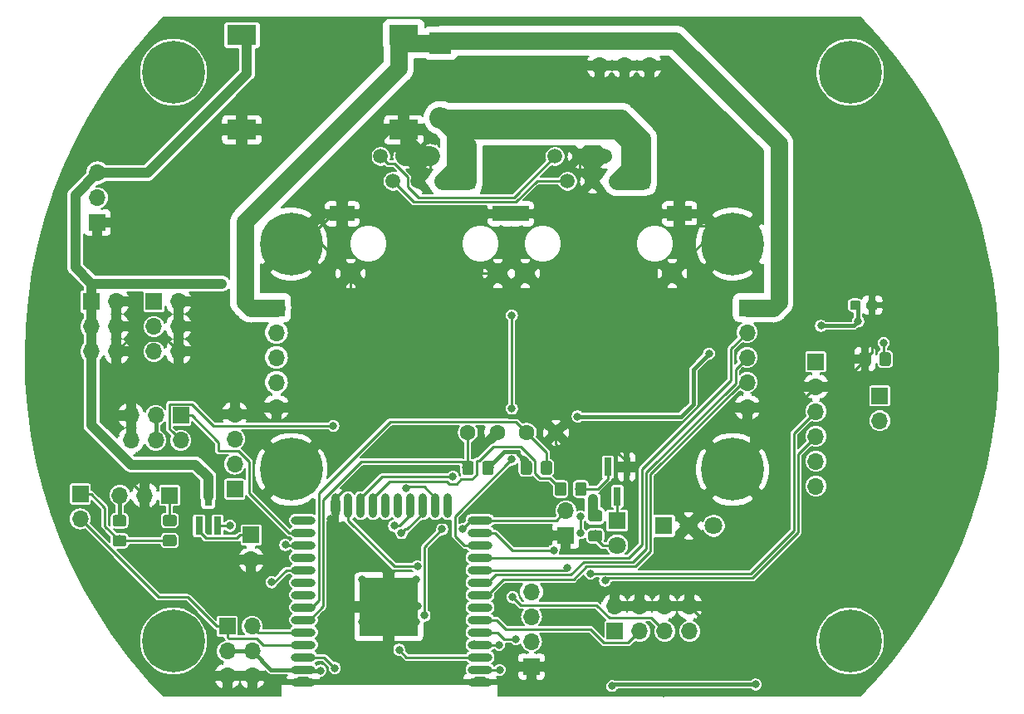
<source format=gbr>
G04 #@! TF.GenerationSoftware,KiCad,Pcbnew,(5.0.0)*
G04 #@! TF.CreationDate,2018-08-08T12:39:13+01:00*
G04 #@! TF.ProjectId,domenode,646F6D656E6F64652E6B696361645F70,rev?*
G04 #@! TF.SameCoordinates,Original*
G04 #@! TF.FileFunction,Copper,L2,Bot,Signal*
G04 #@! TF.FilePolarity,Positive*
%FSLAX46Y46*%
G04 Gerber Fmt 4.6, Leading zero omitted, Abs format (unit mm)*
G04 Created by KiCad (PCBNEW (5.0.0)) date 08/08/18 12:39:13*
%MOMM*%
%LPD*%
G01*
G04 APERTURE LIST*
G04 #@! TA.AperFunction,SMDPad,CuDef*
%ADD10R,2.540000X1.524000*%
G04 #@! TD*
G04 #@! TA.AperFunction,ComponentPad*
%ADD11R,1.500000X1.500000*%
G04 #@! TD*
G04 #@! TA.AperFunction,ComponentPad*
%ADD12C,1.500000*%
G04 #@! TD*
G04 #@! TA.AperFunction,ComponentPad*
%ADD13C,2.000000*%
G04 #@! TD*
G04 #@! TA.AperFunction,ComponentPad*
%ADD14C,6.400000*%
G04 #@! TD*
G04 #@! TA.AperFunction,ComponentPad*
%ADD15R,3.000000X2.000000*%
G04 #@! TD*
G04 #@! TA.AperFunction,SMDPad,CuDef*
%ADD16O,2.500000X0.900000*%
G04 #@! TD*
G04 #@! TA.AperFunction,SMDPad,CuDef*
%ADD17O,0.900000X2.500000*%
G04 #@! TD*
G04 #@! TA.AperFunction,SMDPad,CuDef*
%ADD18R,6.000000X6.000000*%
G04 #@! TD*
G04 #@! TA.AperFunction,ComponentPad*
%ADD19O,2.200000X2.200000*%
G04 #@! TD*
G04 #@! TA.AperFunction,ComponentPad*
%ADD20R,2.200000X2.200000*%
G04 #@! TD*
G04 #@! TA.AperFunction,ComponentPad*
%ADD21C,1.800000*%
G04 #@! TD*
G04 #@! TA.AperFunction,ComponentPad*
%ADD22R,1.800000X1.800000*%
G04 #@! TD*
G04 #@! TA.AperFunction,ComponentPad*
%ADD23C,1.600000*%
G04 #@! TD*
G04 #@! TA.AperFunction,ComponentPad*
%ADD24R,1.700000X1.700000*%
G04 #@! TD*
G04 #@! TA.AperFunction,ComponentPad*
%ADD25O,1.700000X1.700000*%
G04 #@! TD*
G04 #@! TA.AperFunction,Conductor*
%ADD26C,0.100000*%
G04 #@! TD*
G04 #@! TA.AperFunction,SMDPad,CuDef*
%ADD27C,0.950000*%
G04 #@! TD*
G04 #@! TA.AperFunction,SMDPad,CuDef*
%ADD28C,1.150000*%
G04 #@! TD*
G04 #@! TA.AperFunction,SMDPad,CuDef*
%ADD29R,0.800000X1.900000*%
G04 #@! TD*
G04 #@! TA.AperFunction,ViaPad*
%ADD30C,0.800000*%
G04 #@! TD*
G04 #@! TA.AperFunction,Conductor*
%ADD31C,0.250000*%
G04 #@! TD*
G04 #@! TA.AperFunction,Conductor*
%ADD32C,2.000000*%
G04 #@! TD*
G04 #@! TA.AperFunction,Conductor*
%ADD33C,1.000000*%
G04 #@! TD*
G04 #@! TA.AperFunction,Conductor*
%ADD34C,0.400000*%
G04 #@! TD*
G04 #@! TA.AperFunction,Conductor*
%ADD35C,1.800000*%
G04 #@! TD*
G04 #@! TA.AperFunction,Conductor*
%ADD36C,0.200000*%
G04 #@! TD*
G04 APERTURE END LIST*
D10*
G04 #@! TO.P,J19,SH*
G04 #@! TO.N,CANGND*
X147810000Y-90422000D03*
X131205000Y-90422000D03*
D11*
G04 #@! TO.P,J19,1*
G04 #@! TO.N,CANV*
X144016000Y-87120000D03*
D12*
G04 #@! TO.P,J19,3*
X141476000Y-87120000D03*
G04 #@! TO.P,J19,5*
G04 #@! TO.N,CANGND*
X138936000Y-87120000D03*
G04 #@! TO.P,J19,7*
G04 #@! TO.N,CANH*
X136396000Y-87120000D03*
G04 #@! TO.P,J19,2*
G04 #@! TO.N,CANV*
X142746000Y-84580000D03*
G04 #@! TO.P,J19,4*
G04 #@! TO.N,CANGND*
X140206000Y-84580000D03*
G04 #@! TO.P,J19,6*
X137666000Y-84580000D03*
G04 #@! TO.P,J19,8*
G04 #@! TO.N,CANL*
X135126000Y-84580000D03*
D13*
G04 #@! TO.P,J19,SH*
G04 #@! TO.N,CANGND*
X147066000Y-96520000D03*
X132076000Y-96520000D03*
G04 #@! TD*
D10*
G04 #@! TO.P,J20,SH*
G04 #@! TO.N,CANGND*
X165594000Y-90422000D03*
X148989000Y-90422000D03*
D11*
G04 #@! TO.P,J20,1*
G04 #@! TO.N,CANV*
X161800000Y-87120000D03*
D12*
G04 #@! TO.P,J20,3*
X159260000Y-87120000D03*
G04 #@! TO.P,J20,5*
G04 #@! TO.N,CANGND*
X156720000Y-87120000D03*
G04 #@! TO.P,J20,7*
G04 #@! TO.N,CANH*
X154180000Y-87120000D03*
G04 #@! TO.P,J20,2*
G04 #@! TO.N,CANV*
X160530000Y-84580000D03*
G04 #@! TO.P,J20,4*
G04 #@! TO.N,CANGND*
X157990000Y-84580000D03*
G04 #@! TO.P,J20,6*
X155450000Y-84580000D03*
G04 #@! TO.P,J20,8*
G04 #@! TO.N,CANL*
X152910000Y-84580000D03*
D13*
G04 #@! TO.P,J20,SH*
G04 #@! TO.N,CANGND*
X164850000Y-96520000D03*
X149860000Y-96520000D03*
G04 #@! TD*
D14*
G04 #@! TO.P,MH8,1*
G04 #@! TO.N,TOUCH5*
X114000000Y-76000000D03*
G04 #@! TD*
D15*
G04 #@! TO.P,U1,2*
G04 #@! TO.N,CANGND*
X137484000Y-81868000D03*
G04 #@! TO.P,U1,1*
G04 #@! TO.N,+24V*
X137484000Y-72216000D03*
G04 #@! TO.P,U1,4*
G04 #@! TO.N,+5V*
X120990000Y-72216000D03*
G04 #@! TO.P,U1,3*
G04 #@! TO.N,CANGND*
X120959000Y-81868000D03*
G04 #@! TD*
D16*
G04 #@! TO.P,U3,38*
G04 #@! TO.N,CANGND*
X145250000Y-138200000D03*
G04 #@! TO.P,U3,37*
G04 #@! TO.N,SW1*
X145250000Y-136930000D03*
G04 #@! TO.P,U3,36*
G04 #@! TO.N,BLINK*
X145250000Y-135660000D03*
G04 #@! TO.P,U3,35*
G04 #@! TO.N,TX*
X145250000Y-134390000D03*
G04 #@! TO.P,U3,34*
G04 #@! TO.N,RX*
X145250000Y-133120000D03*
G04 #@! TO.P,U3,33*
G04 #@! TO.N,SW2*
X145250000Y-131850000D03*
G04 #@! TO.P,U3,32*
G04 #@! TO.N,Net-(U3-Pad32)*
X145250000Y-130580000D03*
G04 #@! TO.P,U3,31*
G04 #@! TO.N,BLUE*
X145250000Y-129310000D03*
G04 #@! TO.P,U3,30*
G04 #@! TO.N,GREEN*
X145250000Y-128040000D03*
G04 #@! TO.P,U3,29*
G04 #@! TO.N,CTX*
X145250000Y-126770000D03*
G04 #@! TO.P,U3,28*
G04 #@! TO.N,RED*
X145250000Y-125500000D03*
G04 #@! TO.P,U3,27*
G04 #@! TO.N,PIXELS*
X145250000Y-124230000D03*
G04 #@! TO.P,U3,26*
G04 #@! TO.N,CRX*
X145250000Y-122960000D03*
G04 #@! TO.P,U3,25*
G04 #@! TO.N,SW0*
X145250000Y-121690000D03*
D17*
G04 #@! TO.P,U3,24*
G04 #@! TO.N,Net-(U3-Pad24)*
X141965000Y-120200000D03*
G04 #@! TO.P,U3,23*
G04 #@! TO.N,TOUCH3*
X140695000Y-120200000D03*
G04 #@! TO.P,U3,22*
G04 #@! TO.N,SCL*
X139425000Y-120200000D03*
G04 #@! TO.P,U3,21*
G04 #@! TO.N,SDA*
X138155000Y-120200000D03*
G04 #@! TO.P,U3,20*
G04 #@! TO.N,Net-(U3-Pad20)*
X136885000Y-120200000D03*
G04 #@! TO.P,U3,19*
G04 #@! TO.N,Net-(U3-Pad19)*
X135615000Y-120200000D03*
G04 #@! TO.P,U3,18*
G04 #@! TO.N,IR_TX*
X134345000Y-120200000D03*
G04 #@! TO.P,U3,17*
G04 #@! TO.N,IR_RX*
X133075000Y-120200000D03*
G04 #@! TO.P,U3,16*
G04 #@! TO.N,SW3*
X131805000Y-120200000D03*
G04 #@! TO.P,U3,15*
G04 #@! TO.N,CANGND*
X130535000Y-120200000D03*
D16*
G04 #@! TO.P,U3,14*
G04 #@! TO.N,Net-(U3-Pad14)*
X127250000Y-121690000D03*
G04 #@! TO.P,U3,13*
G04 #@! TO.N,TOUCH5*
X127250000Y-122960000D03*
G04 #@! TO.P,U3,12*
G04 #@! TO.N,SW4*
X127250000Y-124230000D03*
G04 #@! TO.P,U3,11*
G04 #@! TO.N,Net-(U3-Pad11)*
X127250000Y-125500000D03*
G04 #@! TO.P,U3,10*
G04 #@! TO.N,SPEAKER*
X127250000Y-126770000D03*
G04 #@! TO.P,U3,9*
G04 #@! TO.N,Net-(U3-Pad9)*
X127250000Y-128040000D03*
G04 #@! TO.P,U3,8*
G04 #@! TO.N,Net-(U3-Pad8)*
X127250000Y-129310000D03*
G04 #@! TO.P,U3,7*
G04 #@! TO.N,RLDR*
X127250000Y-130580000D03*
G04 #@! TO.P,U3,6*
G04 #@! TO.N,FLDR*
X127250000Y-131850000D03*
G04 #@! TO.P,U3,5*
G04 #@! TO.N,VN*
X127250000Y-133120000D03*
G04 #@! TO.P,U3,4*
G04 #@! TO.N,VP*
X127250000Y-134390000D03*
G04 #@! TO.P,U3,3*
G04 #@! TO.N,EN*
X127250000Y-135660000D03*
G04 #@! TO.P,U3,2*
G04 #@! TO.N,VCC*
X127250000Y-136930000D03*
G04 #@! TO.P,U3,1*
G04 #@! TO.N,CANGND*
X127250000Y-138200000D03*
D18*
G04 #@! TO.P,U3,39*
X135950000Y-130500000D03*
G04 #@! TD*
D19*
G04 #@! TO.P,D10,2*
G04 #@! TO.N,CANV*
X141224000Y-80645000D03*
D20*
G04 #@! TO.P,D10,1*
G04 #@! TO.N,+24V*
X141224000Y-73025000D03*
G04 #@! TD*
D14*
G04 #@! TO.P,MH6,1*
G04 #@! TO.N,TOUCH5*
X114000000Y-134000000D03*
G04 #@! TD*
D21*
G04 #@! TO.P,D13,2*
G04 #@! TO.N,Net-(D13-Pad2)*
X159250000Y-124240000D03*
D22*
G04 #@! TO.P,D13,1*
G04 #@! TO.N,Net-(D13-Pad1)*
X159250000Y-121700000D03*
G04 #@! TD*
D23*
G04 #@! TO.P,LDR1,1*
G04 #@! TO.N,FLDR*
X144000000Y-112750000D03*
G04 #@! TO.P,LDR1,2*
G04 #@! TO.N,CANGND*
X147000000Y-112750000D03*
G04 #@! TD*
G04 #@! TO.P,LDR2,2*
G04 #@! TO.N,CANGND*
X153000000Y-112750000D03*
G04 #@! TO.P,LDR2,1*
G04 #@! TO.N,RLDR*
X150000000Y-112750000D03*
G04 #@! TD*
D24*
G04 #@! TO.P,J9,1*
G04 #@! TO.N,VP*
X119500000Y-132500000D03*
D25*
G04 #@! TO.P,J9,2*
G04 #@! TO.N,VN*
X122040000Y-132500000D03*
G04 #@! TO.P,J9,3*
G04 #@! TO.N,VCC*
X119500000Y-135040000D03*
G04 #@! TO.P,J9,4*
X122040000Y-135040000D03*
G04 #@! TO.P,J9,5*
G04 #@! TO.N,CANGND*
X119500000Y-137580000D03*
G04 #@! TO.P,J9,6*
X122040000Y-137580000D03*
G04 #@! TD*
G04 #@! TO.P,J11,6*
G04 #@! TO.N,CANGND*
X109670000Y-113540000D03*
G04 #@! TO.P,J11,5*
X109670000Y-111000000D03*
G04 #@! TO.P,J11,4*
G04 #@! TO.N,VCC*
X112210000Y-113540000D03*
G04 #@! TO.P,J11,3*
X112210000Y-111000000D03*
G04 #@! TO.P,J11,2*
G04 #@! TO.N,TOUCH3*
X114750000Y-113540000D03*
D24*
G04 #@! TO.P,J11,1*
G04 #@! TO.N,TOUCH5*
X114750000Y-111000000D03*
G04 #@! TD*
G04 #@! TO.P,J21,1*
G04 #@! TO.N,SW1*
X159000000Y-133000000D03*
D25*
G04 #@! TO.P,J21,2*
G04 #@! TO.N,CANGND*
X159000000Y-130460000D03*
G04 #@! TO.P,J21,3*
G04 #@! TO.N,SW2*
X161540000Y-133000000D03*
G04 #@! TO.P,J21,4*
G04 #@! TO.N,CANGND*
X161540000Y-130460000D03*
G04 #@! TO.P,J21,5*
G04 #@! TO.N,SW3*
X164080000Y-133000000D03*
G04 #@! TO.P,J21,6*
G04 #@! TO.N,CANGND*
X164080000Y-130460000D03*
G04 #@! TO.P,J21,7*
G04 #@! TO.N,SW4*
X166620000Y-133000000D03*
G04 #@! TO.P,J21,8*
G04 #@! TO.N,CANGND*
X166620000Y-130460000D03*
G04 #@! TD*
D24*
G04 #@! TO.P,J1,1*
G04 #@! TO.N,Net-(J1-Pad1)*
X104500000Y-119000000D03*
D25*
G04 #@! TO.P,J1,2*
G04 #@! TO.N,VP*
X104500000Y-121540000D03*
G04 #@! TD*
D24*
G04 #@! TO.P,J2,1*
G04 #@! TO.N,Net-(J2-Pad1)*
X113619000Y-119139000D03*
D25*
G04 #@! TO.P,J2,2*
G04 #@! TO.N,CANGND*
X111079000Y-119139000D03*
G04 #@! TO.P,J2,3*
G04 #@! TO.N,VCC*
X108539000Y-119139000D03*
G04 #@! TD*
G04 #@! TO.P,J3,2*
G04 #@! TO.N,SW0*
X154000000Y-120710000D03*
D24*
G04 #@! TO.P,J3,1*
G04 #@! TO.N,CANGND*
X154000000Y-123250000D03*
G04 #@! TD*
G04 #@! TO.P,J13,1*
G04 #@! TO.N,VCC*
X179500000Y-105500000D03*
D25*
G04 #@! TO.P,J13,2*
G04 #@! TO.N,CANGND*
X179500000Y-108040000D03*
G04 #@! TO.P,J13,3*
G04 #@! TO.N,CTX*
X179500000Y-110580000D03*
G04 #@! TO.P,J13,4*
G04 #@! TO.N,CRX*
X179500000Y-113120000D03*
G04 #@! TO.P,J13,5*
G04 #@! TO.N,CANH*
X179500000Y-115660000D03*
G04 #@! TO.P,J13,6*
G04 #@! TO.N,CANL*
X179500000Y-118200000D03*
G04 #@! TD*
G04 #@! TO.P,J15,5*
G04 #@! TO.N,CANGND*
X172500000Y-110160000D03*
G04 #@! TO.P,J15,4*
G04 #@! TO.N,BLUE*
X172500000Y-107620000D03*
G04 #@! TO.P,J15,3*
G04 #@! TO.N,GREEN*
X172500000Y-105080000D03*
G04 #@! TO.P,J15,2*
G04 #@! TO.N,RED*
X172500000Y-102540000D03*
D24*
G04 #@! TO.P,J15,1*
G04 #@! TO.N,+24V*
X172500000Y-100000000D03*
G04 #@! TD*
G04 #@! TO.P,J16,1*
G04 #@! TO.N,+24V*
X124500000Y-100000000D03*
D25*
G04 #@! TO.P,J16,2*
G04 #@! TO.N,+5V*
X124500000Y-102540000D03*
G04 #@! TO.P,J16,3*
X124500000Y-105080000D03*
G04 #@! TO.P,J16,4*
X124500000Y-107620000D03*
G04 #@! TO.P,J16,5*
G04 #@! TO.N,CANGND*
X124500000Y-110160000D03*
G04 #@! TD*
G04 #@! TO.P,J17,4*
G04 #@! TO.N,CANGND*
X120250000Y-110880000D03*
G04 #@! TO.P,J17,3*
G04 #@! TO.N,VCC*
X120250000Y-113420000D03*
G04 #@! TO.P,J17,2*
G04 #@! TO.N,SDA*
X120250000Y-115960000D03*
D24*
G04 #@! TO.P,J17,1*
G04 #@! TO.N,SCL*
X120250000Y-118500000D03*
G04 #@! TD*
G04 #@! TO.P,J18,1*
G04 #@! TO.N,CANGND*
X150500000Y-136600000D03*
D25*
G04 #@! TO.P,J18,2*
G04 #@! TO.N,RX*
X150500000Y-134060000D03*
G04 #@! TO.P,J18,3*
G04 #@! TO.N,TX*
X150500000Y-131520000D03*
G04 #@! TO.P,J18,4*
G04 #@! TO.N,+5V*
X150500000Y-128980000D03*
G04 #@! TD*
D14*
G04 #@! TO.P,MH1,1*
G04 #@! TO.N,CANGND*
X126000000Y-93500000D03*
G04 #@! TD*
G04 #@! TO.P,MH2,1*
G04 #@! TO.N,CANGND*
X171000000Y-93500000D03*
G04 #@! TD*
G04 #@! TO.P,MH3,1*
G04 #@! TO.N,CANGND*
X171000000Y-116500000D03*
G04 #@! TD*
G04 #@! TO.P,MH4,1*
G04 #@! TO.N,CANGND*
X126000000Y-116500000D03*
G04 #@! TD*
G04 #@! TO.P,MH5,1*
G04 #@! TO.N,TOUCH5*
X183000000Y-134000000D03*
G04 #@! TD*
G04 #@! TO.P,MH7,1*
G04 #@! TO.N,TOUCH5*
X183000000Y-76000000D03*
G04 #@! TD*
D22*
G04 #@! TO.P,U5,1*
G04 #@! TO.N,IR_RX*
X164000000Y-122250000D03*
D21*
G04 #@! TO.P,U5,2*
G04 #@! TO.N,CANGND*
X166540000Y-122250000D03*
G04 #@! TO.P,U5,3*
G04 #@! TO.N,VCC*
X169080000Y-122250000D03*
G04 #@! TD*
D26*
G04 #@! TO.N,VCC*
G04 #@! TO.C,C14*
G36*
X183810779Y-99276144D02*
X183833834Y-99279563D01*
X183856443Y-99285227D01*
X183878387Y-99293079D01*
X183899457Y-99303044D01*
X183919448Y-99315026D01*
X183938168Y-99328910D01*
X183955438Y-99344562D01*
X183971090Y-99361832D01*
X183984974Y-99380552D01*
X183996956Y-99400543D01*
X184006921Y-99421613D01*
X184014773Y-99443557D01*
X184020437Y-99466166D01*
X184023856Y-99489221D01*
X184025000Y-99512500D01*
X184025000Y-99987500D01*
X184023856Y-100010779D01*
X184020437Y-100033834D01*
X184014773Y-100056443D01*
X184006921Y-100078387D01*
X183996956Y-100099457D01*
X183984974Y-100119448D01*
X183971090Y-100138168D01*
X183955438Y-100155438D01*
X183938168Y-100171090D01*
X183919448Y-100184974D01*
X183899457Y-100196956D01*
X183878387Y-100206921D01*
X183856443Y-100214773D01*
X183833834Y-100220437D01*
X183810779Y-100223856D01*
X183787500Y-100225000D01*
X183212500Y-100225000D01*
X183189221Y-100223856D01*
X183166166Y-100220437D01*
X183143557Y-100214773D01*
X183121613Y-100206921D01*
X183100543Y-100196956D01*
X183080552Y-100184974D01*
X183061832Y-100171090D01*
X183044562Y-100155438D01*
X183028910Y-100138168D01*
X183015026Y-100119448D01*
X183003044Y-100099457D01*
X182993079Y-100078387D01*
X182985227Y-100056443D01*
X182979563Y-100033834D01*
X182976144Y-100010779D01*
X182975000Y-99987500D01*
X182975000Y-99512500D01*
X182976144Y-99489221D01*
X182979563Y-99466166D01*
X182985227Y-99443557D01*
X182993079Y-99421613D01*
X183003044Y-99400543D01*
X183015026Y-99380552D01*
X183028910Y-99361832D01*
X183044562Y-99344562D01*
X183061832Y-99328910D01*
X183080552Y-99315026D01*
X183100543Y-99303044D01*
X183121613Y-99293079D01*
X183143557Y-99285227D01*
X183166166Y-99279563D01*
X183189221Y-99276144D01*
X183212500Y-99275000D01*
X183787500Y-99275000D01*
X183810779Y-99276144D01*
X183810779Y-99276144D01*
G37*
D27*
G04 #@! TD*
G04 #@! TO.P,C14,1*
G04 #@! TO.N,VCC*
X183500000Y-99750000D03*
D26*
G04 #@! TO.N,CANGND*
G04 #@! TO.C,C14*
G36*
X185560779Y-99276144D02*
X185583834Y-99279563D01*
X185606443Y-99285227D01*
X185628387Y-99293079D01*
X185649457Y-99303044D01*
X185669448Y-99315026D01*
X185688168Y-99328910D01*
X185705438Y-99344562D01*
X185721090Y-99361832D01*
X185734974Y-99380552D01*
X185746956Y-99400543D01*
X185756921Y-99421613D01*
X185764773Y-99443557D01*
X185770437Y-99466166D01*
X185773856Y-99489221D01*
X185775000Y-99512500D01*
X185775000Y-99987500D01*
X185773856Y-100010779D01*
X185770437Y-100033834D01*
X185764773Y-100056443D01*
X185756921Y-100078387D01*
X185746956Y-100099457D01*
X185734974Y-100119448D01*
X185721090Y-100138168D01*
X185705438Y-100155438D01*
X185688168Y-100171090D01*
X185669448Y-100184974D01*
X185649457Y-100196956D01*
X185628387Y-100206921D01*
X185606443Y-100214773D01*
X185583834Y-100220437D01*
X185560779Y-100223856D01*
X185537500Y-100225000D01*
X184962500Y-100225000D01*
X184939221Y-100223856D01*
X184916166Y-100220437D01*
X184893557Y-100214773D01*
X184871613Y-100206921D01*
X184850543Y-100196956D01*
X184830552Y-100184974D01*
X184811832Y-100171090D01*
X184794562Y-100155438D01*
X184778910Y-100138168D01*
X184765026Y-100119448D01*
X184753044Y-100099457D01*
X184743079Y-100078387D01*
X184735227Y-100056443D01*
X184729563Y-100033834D01*
X184726144Y-100010779D01*
X184725000Y-99987500D01*
X184725000Y-99512500D01*
X184726144Y-99489221D01*
X184729563Y-99466166D01*
X184735227Y-99443557D01*
X184743079Y-99421613D01*
X184753044Y-99400543D01*
X184765026Y-99380552D01*
X184778910Y-99361832D01*
X184794562Y-99344562D01*
X184811832Y-99328910D01*
X184830552Y-99315026D01*
X184850543Y-99303044D01*
X184871613Y-99293079D01*
X184893557Y-99285227D01*
X184916166Y-99279563D01*
X184939221Y-99276144D01*
X184962500Y-99275000D01*
X185537500Y-99275000D01*
X185560779Y-99276144D01*
X185560779Y-99276144D01*
G37*
D27*
G04 #@! TD*
G04 #@! TO.P,C14,2*
G04 #@! TO.N,CANGND*
X185250000Y-99750000D03*
D24*
G04 #@! TO.P,J4,1*
G04 #@! TO.N,Net-(J4-Pad1)*
X186000000Y-109000000D03*
D25*
G04 #@! TO.P,J4,2*
G04 #@! TO.N,CANL*
X186000000Y-111540000D03*
G04 #@! TD*
G04 #@! TO.P,J5,6*
G04 #@! TO.N,CANGND*
X114540000Y-104480000D03*
G04 #@! TO.P,J5,5*
G04 #@! TO.N,VCC*
X112000000Y-104480000D03*
G04 #@! TO.P,J5,4*
G04 #@! TO.N,CANGND*
X114540000Y-101940000D03*
G04 #@! TO.P,J5,3*
G04 #@! TO.N,VCC*
X112000000Y-101940000D03*
G04 #@! TO.P,J5,2*
G04 #@! TO.N,CANGND*
X114540000Y-99400000D03*
D24*
G04 #@! TO.P,J5,1*
G04 #@! TO.N,VCC*
X112000000Y-99400000D03*
G04 #@! TD*
G04 #@! TO.P,J10,1*
G04 #@! TO.N,+5V*
X105660000Y-99400000D03*
D25*
G04 #@! TO.P,J10,2*
G04 #@! TO.N,CANGND*
X108200000Y-99400000D03*
G04 #@! TO.P,J10,3*
G04 #@! TO.N,+5V*
X105660000Y-101940000D03*
G04 #@! TO.P,J10,4*
G04 #@! TO.N,CANGND*
X108200000Y-101940000D03*
G04 #@! TO.P,J10,5*
G04 #@! TO.N,+5V*
X105660000Y-104480000D03*
G04 #@! TO.P,J10,6*
G04 #@! TO.N,CANGND*
X108200000Y-104480000D03*
G04 #@! TD*
D24*
G04 #@! TO.P,J12,1*
G04 #@! TO.N,+24V*
X162500000Y-72750000D03*
D25*
G04 #@! TO.P,J12,2*
G04 #@! TO.N,CANGND*
X162500000Y-75290000D03*
G04 #@! TO.P,J12,3*
G04 #@! TO.N,+24V*
X159960000Y-72750000D03*
G04 #@! TO.P,J12,4*
G04 #@! TO.N,CANGND*
X159960000Y-75290000D03*
G04 #@! TO.P,J12,5*
G04 #@! TO.N,+24V*
X157420000Y-72750000D03*
G04 #@! TO.P,J12,6*
G04 #@! TO.N,CANGND*
X157420000Y-75290000D03*
G04 #@! TD*
D26*
G04 #@! TO.N,FLDR*
G04 #@! TO.C,R1*
G36*
X144367505Y-115633204D02*
X144391773Y-115636804D01*
X144415572Y-115642765D01*
X144438671Y-115651030D01*
X144460850Y-115661520D01*
X144481893Y-115674132D01*
X144501599Y-115688747D01*
X144519777Y-115705223D01*
X144536253Y-115723401D01*
X144550868Y-115743107D01*
X144563480Y-115764150D01*
X144573970Y-115786329D01*
X144582235Y-115809428D01*
X144588196Y-115833227D01*
X144591796Y-115857495D01*
X144593000Y-115881999D01*
X144593000Y-116782001D01*
X144591796Y-116806505D01*
X144588196Y-116830773D01*
X144582235Y-116854572D01*
X144573970Y-116877671D01*
X144563480Y-116899850D01*
X144550868Y-116920893D01*
X144536253Y-116940599D01*
X144519777Y-116958777D01*
X144501599Y-116975253D01*
X144481893Y-116989868D01*
X144460850Y-117002480D01*
X144438671Y-117012970D01*
X144415572Y-117021235D01*
X144391773Y-117027196D01*
X144367505Y-117030796D01*
X144343001Y-117032000D01*
X143692999Y-117032000D01*
X143668495Y-117030796D01*
X143644227Y-117027196D01*
X143620428Y-117021235D01*
X143597329Y-117012970D01*
X143575150Y-117002480D01*
X143554107Y-116989868D01*
X143534401Y-116975253D01*
X143516223Y-116958777D01*
X143499747Y-116940599D01*
X143485132Y-116920893D01*
X143472520Y-116899850D01*
X143462030Y-116877671D01*
X143453765Y-116854572D01*
X143447804Y-116830773D01*
X143444204Y-116806505D01*
X143443000Y-116782001D01*
X143443000Y-115881999D01*
X143444204Y-115857495D01*
X143447804Y-115833227D01*
X143453765Y-115809428D01*
X143462030Y-115786329D01*
X143472520Y-115764150D01*
X143485132Y-115743107D01*
X143499747Y-115723401D01*
X143516223Y-115705223D01*
X143534401Y-115688747D01*
X143554107Y-115674132D01*
X143575150Y-115661520D01*
X143597329Y-115651030D01*
X143620428Y-115642765D01*
X143644227Y-115636804D01*
X143668495Y-115633204D01*
X143692999Y-115632000D01*
X144343001Y-115632000D01*
X144367505Y-115633204D01*
X144367505Y-115633204D01*
G37*
D28*
G04 #@! TD*
G04 #@! TO.P,R1,2*
G04 #@! TO.N,FLDR*
X144018000Y-116332000D03*
D26*
G04 #@! TO.N,VCC*
G04 #@! TO.C,R1*
G36*
X146417505Y-115633204D02*
X146441773Y-115636804D01*
X146465572Y-115642765D01*
X146488671Y-115651030D01*
X146510850Y-115661520D01*
X146531893Y-115674132D01*
X146551599Y-115688747D01*
X146569777Y-115705223D01*
X146586253Y-115723401D01*
X146600868Y-115743107D01*
X146613480Y-115764150D01*
X146623970Y-115786329D01*
X146632235Y-115809428D01*
X146638196Y-115833227D01*
X146641796Y-115857495D01*
X146643000Y-115881999D01*
X146643000Y-116782001D01*
X146641796Y-116806505D01*
X146638196Y-116830773D01*
X146632235Y-116854572D01*
X146623970Y-116877671D01*
X146613480Y-116899850D01*
X146600868Y-116920893D01*
X146586253Y-116940599D01*
X146569777Y-116958777D01*
X146551599Y-116975253D01*
X146531893Y-116989868D01*
X146510850Y-117002480D01*
X146488671Y-117012970D01*
X146465572Y-117021235D01*
X146441773Y-117027196D01*
X146417505Y-117030796D01*
X146393001Y-117032000D01*
X145742999Y-117032000D01*
X145718495Y-117030796D01*
X145694227Y-117027196D01*
X145670428Y-117021235D01*
X145647329Y-117012970D01*
X145625150Y-117002480D01*
X145604107Y-116989868D01*
X145584401Y-116975253D01*
X145566223Y-116958777D01*
X145549747Y-116940599D01*
X145535132Y-116920893D01*
X145522520Y-116899850D01*
X145512030Y-116877671D01*
X145503765Y-116854572D01*
X145497804Y-116830773D01*
X145494204Y-116806505D01*
X145493000Y-116782001D01*
X145493000Y-115881999D01*
X145494204Y-115857495D01*
X145497804Y-115833227D01*
X145503765Y-115809428D01*
X145512030Y-115786329D01*
X145522520Y-115764150D01*
X145535132Y-115743107D01*
X145549747Y-115723401D01*
X145566223Y-115705223D01*
X145584401Y-115688747D01*
X145604107Y-115674132D01*
X145625150Y-115661520D01*
X145647329Y-115651030D01*
X145670428Y-115642765D01*
X145694227Y-115636804D01*
X145718495Y-115633204D01*
X145742999Y-115632000D01*
X146393001Y-115632000D01*
X146417505Y-115633204D01*
X146417505Y-115633204D01*
G37*
D28*
G04 #@! TD*
G04 #@! TO.P,R1,1*
G04 #@! TO.N,VCC*
X146068000Y-116332000D03*
D26*
G04 #@! TO.N,Net-(J1-Pad1)*
G04 #@! TO.C,R2*
G36*
X108974505Y-123201204D02*
X108998773Y-123204804D01*
X109022572Y-123210765D01*
X109045671Y-123219030D01*
X109067850Y-123229520D01*
X109088893Y-123242132D01*
X109108599Y-123256747D01*
X109126777Y-123273223D01*
X109143253Y-123291401D01*
X109157868Y-123311107D01*
X109170480Y-123332150D01*
X109180970Y-123354329D01*
X109189235Y-123377428D01*
X109195196Y-123401227D01*
X109198796Y-123425495D01*
X109200000Y-123449999D01*
X109200000Y-124100001D01*
X109198796Y-124124505D01*
X109195196Y-124148773D01*
X109189235Y-124172572D01*
X109180970Y-124195671D01*
X109170480Y-124217850D01*
X109157868Y-124238893D01*
X109143253Y-124258599D01*
X109126777Y-124276777D01*
X109108599Y-124293253D01*
X109088893Y-124307868D01*
X109067850Y-124320480D01*
X109045671Y-124330970D01*
X109022572Y-124339235D01*
X108998773Y-124345196D01*
X108974505Y-124348796D01*
X108950001Y-124350000D01*
X108049999Y-124350000D01*
X108025495Y-124348796D01*
X108001227Y-124345196D01*
X107977428Y-124339235D01*
X107954329Y-124330970D01*
X107932150Y-124320480D01*
X107911107Y-124307868D01*
X107891401Y-124293253D01*
X107873223Y-124276777D01*
X107856747Y-124258599D01*
X107842132Y-124238893D01*
X107829520Y-124217850D01*
X107819030Y-124195671D01*
X107810765Y-124172572D01*
X107804804Y-124148773D01*
X107801204Y-124124505D01*
X107800000Y-124100001D01*
X107800000Y-123449999D01*
X107801204Y-123425495D01*
X107804804Y-123401227D01*
X107810765Y-123377428D01*
X107819030Y-123354329D01*
X107829520Y-123332150D01*
X107842132Y-123311107D01*
X107856747Y-123291401D01*
X107873223Y-123273223D01*
X107891401Y-123256747D01*
X107911107Y-123242132D01*
X107932150Y-123229520D01*
X107954329Y-123219030D01*
X107977428Y-123210765D01*
X108001227Y-123204804D01*
X108025495Y-123201204D01*
X108049999Y-123200000D01*
X108950001Y-123200000D01*
X108974505Y-123201204D01*
X108974505Y-123201204D01*
G37*
D28*
G04 #@! TD*
G04 #@! TO.P,R2,1*
G04 #@! TO.N,Net-(J1-Pad1)*
X108500000Y-123775000D03*
D26*
G04 #@! TO.N,VCC*
G04 #@! TO.C,R2*
G36*
X108974505Y-121151204D02*
X108998773Y-121154804D01*
X109022572Y-121160765D01*
X109045671Y-121169030D01*
X109067850Y-121179520D01*
X109088893Y-121192132D01*
X109108599Y-121206747D01*
X109126777Y-121223223D01*
X109143253Y-121241401D01*
X109157868Y-121261107D01*
X109170480Y-121282150D01*
X109180970Y-121304329D01*
X109189235Y-121327428D01*
X109195196Y-121351227D01*
X109198796Y-121375495D01*
X109200000Y-121399999D01*
X109200000Y-122050001D01*
X109198796Y-122074505D01*
X109195196Y-122098773D01*
X109189235Y-122122572D01*
X109180970Y-122145671D01*
X109170480Y-122167850D01*
X109157868Y-122188893D01*
X109143253Y-122208599D01*
X109126777Y-122226777D01*
X109108599Y-122243253D01*
X109088893Y-122257868D01*
X109067850Y-122270480D01*
X109045671Y-122280970D01*
X109022572Y-122289235D01*
X108998773Y-122295196D01*
X108974505Y-122298796D01*
X108950001Y-122300000D01*
X108049999Y-122300000D01*
X108025495Y-122298796D01*
X108001227Y-122295196D01*
X107977428Y-122289235D01*
X107954329Y-122280970D01*
X107932150Y-122270480D01*
X107911107Y-122257868D01*
X107891401Y-122243253D01*
X107873223Y-122226777D01*
X107856747Y-122208599D01*
X107842132Y-122188893D01*
X107829520Y-122167850D01*
X107819030Y-122145671D01*
X107810765Y-122122572D01*
X107804804Y-122098773D01*
X107801204Y-122074505D01*
X107800000Y-122050001D01*
X107800000Y-121399999D01*
X107801204Y-121375495D01*
X107804804Y-121351227D01*
X107810765Y-121327428D01*
X107819030Y-121304329D01*
X107829520Y-121282150D01*
X107842132Y-121261107D01*
X107856747Y-121241401D01*
X107873223Y-121223223D01*
X107891401Y-121206747D01*
X107911107Y-121192132D01*
X107932150Y-121179520D01*
X107954329Y-121169030D01*
X107977428Y-121160765D01*
X108001227Y-121154804D01*
X108025495Y-121151204D01*
X108049999Y-121150000D01*
X108950001Y-121150000D01*
X108974505Y-121151204D01*
X108974505Y-121151204D01*
G37*
D28*
G04 #@! TD*
G04 #@! TO.P,R2,2*
G04 #@! TO.N,VCC*
X108500000Y-121725000D03*
D26*
G04 #@! TO.N,Net-(J1-Pad1)*
G04 #@! TO.C,R3*
G36*
X114093505Y-123176204D02*
X114117773Y-123179804D01*
X114141572Y-123185765D01*
X114164671Y-123194030D01*
X114186850Y-123204520D01*
X114207893Y-123217132D01*
X114227599Y-123231747D01*
X114245777Y-123248223D01*
X114262253Y-123266401D01*
X114276868Y-123286107D01*
X114289480Y-123307150D01*
X114299970Y-123329329D01*
X114308235Y-123352428D01*
X114314196Y-123376227D01*
X114317796Y-123400495D01*
X114319000Y-123424999D01*
X114319000Y-124075001D01*
X114317796Y-124099505D01*
X114314196Y-124123773D01*
X114308235Y-124147572D01*
X114299970Y-124170671D01*
X114289480Y-124192850D01*
X114276868Y-124213893D01*
X114262253Y-124233599D01*
X114245777Y-124251777D01*
X114227599Y-124268253D01*
X114207893Y-124282868D01*
X114186850Y-124295480D01*
X114164671Y-124305970D01*
X114141572Y-124314235D01*
X114117773Y-124320196D01*
X114093505Y-124323796D01*
X114069001Y-124325000D01*
X113168999Y-124325000D01*
X113144495Y-124323796D01*
X113120227Y-124320196D01*
X113096428Y-124314235D01*
X113073329Y-124305970D01*
X113051150Y-124295480D01*
X113030107Y-124282868D01*
X113010401Y-124268253D01*
X112992223Y-124251777D01*
X112975747Y-124233599D01*
X112961132Y-124213893D01*
X112948520Y-124192850D01*
X112938030Y-124170671D01*
X112929765Y-124147572D01*
X112923804Y-124123773D01*
X112920204Y-124099505D01*
X112919000Y-124075001D01*
X112919000Y-123424999D01*
X112920204Y-123400495D01*
X112923804Y-123376227D01*
X112929765Y-123352428D01*
X112938030Y-123329329D01*
X112948520Y-123307150D01*
X112961132Y-123286107D01*
X112975747Y-123266401D01*
X112992223Y-123248223D01*
X113010401Y-123231747D01*
X113030107Y-123217132D01*
X113051150Y-123204520D01*
X113073329Y-123194030D01*
X113096428Y-123185765D01*
X113120227Y-123179804D01*
X113144495Y-123176204D01*
X113168999Y-123175000D01*
X114069001Y-123175000D01*
X114093505Y-123176204D01*
X114093505Y-123176204D01*
G37*
D28*
G04 #@! TD*
G04 #@! TO.P,R3,2*
G04 #@! TO.N,Net-(J1-Pad1)*
X113619000Y-123750000D03*
D26*
G04 #@! TO.N,Net-(J2-Pad1)*
G04 #@! TO.C,R3*
G36*
X114093505Y-121126204D02*
X114117773Y-121129804D01*
X114141572Y-121135765D01*
X114164671Y-121144030D01*
X114186850Y-121154520D01*
X114207893Y-121167132D01*
X114227599Y-121181747D01*
X114245777Y-121198223D01*
X114262253Y-121216401D01*
X114276868Y-121236107D01*
X114289480Y-121257150D01*
X114299970Y-121279329D01*
X114308235Y-121302428D01*
X114314196Y-121326227D01*
X114317796Y-121350495D01*
X114319000Y-121374999D01*
X114319000Y-122025001D01*
X114317796Y-122049505D01*
X114314196Y-122073773D01*
X114308235Y-122097572D01*
X114299970Y-122120671D01*
X114289480Y-122142850D01*
X114276868Y-122163893D01*
X114262253Y-122183599D01*
X114245777Y-122201777D01*
X114227599Y-122218253D01*
X114207893Y-122232868D01*
X114186850Y-122245480D01*
X114164671Y-122255970D01*
X114141572Y-122264235D01*
X114117773Y-122270196D01*
X114093505Y-122273796D01*
X114069001Y-122275000D01*
X113168999Y-122275000D01*
X113144495Y-122273796D01*
X113120227Y-122270196D01*
X113096428Y-122264235D01*
X113073329Y-122255970D01*
X113051150Y-122245480D01*
X113030107Y-122232868D01*
X113010401Y-122218253D01*
X112992223Y-122201777D01*
X112975747Y-122183599D01*
X112961132Y-122163893D01*
X112948520Y-122142850D01*
X112938030Y-122120671D01*
X112929765Y-122097572D01*
X112923804Y-122073773D01*
X112920204Y-122049505D01*
X112919000Y-122025001D01*
X112919000Y-121374999D01*
X112920204Y-121350495D01*
X112923804Y-121326227D01*
X112929765Y-121302428D01*
X112938030Y-121279329D01*
X112948520Y-121257150D01*
X112961132Y-121236107D01*
X112975747Y-121216401D01*
X112992223Y-121198223D01*
X113010401Y-121181747D01*
X113030107Y-121167132D01*
X113051150Y-121154520D01*
X113073329Y-121144030D01*
X113096428Y-121135765D01*
X113120227Y-121129804D01*
X113144495Y-121126204D01*
X113168999Y-121125000D01*
X114069001Y-121125000D01*
X114093505Y-121126204D01*
X114093505Y-121126204D01*
G37*
D28*
G04 #@! TD*
G04 #@! TO.P,R3,1*
G04 #@! TO.N,Net-(J2-Pad1)*
X113619000Y-121700000D03*
D26*
G04 #@! TO.N,VCC*
G04 #@! TO.C,R4*
G36*
X150324505Y-115633204D02*
X150348773Y-115636804D01*
X150372572Y-115642765D01*
X150395671Y-115651030D01*
X150417850Y-115661520D01*
X150438893Y-115674132D01*
X150458599Y-115688747D01*
X150476777Y-115705223D01*
X150493253Y-115723401D01*
X150507868Y-115743107D01*
X150520480Y-115764150D01*
X150530970Y-115786329D01*
X150539235Y-115809428D01*
X150545196Y-115833227D01*
X150548796Y-115857495D01*
X150550000Y-115881999D01*
X150550000Y-116782001D01*
X150548796Y-116806505D01*
X150545196Y-116830773D01*
X150539235Y-116854572D01*
X150530970Y-116877671D01*
X150520480Y-116899850D01*
X150507868Y-116920893D01*
X150493253Y-116940599D01*
X150476777Y-116958777D01*
X150458599Y-116975253D01*
X150438893Y-116989868D01*
X150417850Y-117002480D01*
X150395671Y-117012970D01*
X150372572Y-117021235D01*
X150348773Y-117027196D01*
X150324505Y-117030796D01*
X150300001Y-117032000D01*
X149649999Y-117032000D01*
X149625495Y-117030796D01*
X149601227Y-117027196D01*
X149577428Y-117021235D01*
X149554329Y-117012970D01*
X149532150Y-117002480D01*
X149511107Y-116989868D01*
X149491401Y-116975253D01*
X149473223Y-116958777D01*
X149456747Y-116940599D01*
X149442132Y-116920893D01*
X149429520Y-116899850D01*
X149419030Y-116877671D01*
X149410765Y-116854572D01*
X149404804Y-116830773D01*
X149401204Y-116806505D01*
X149400000Y-116782001D01*
X149400000Y-115881999D01*
X149401204Y-115857495D01*
X149404804Y-115833227D01*
X149410765Y-115809428D01*
X149419030Y-115786329D01*
X149429520Y-115764150D01*
X149442132Y-115743107D01*
X149456747Y-115723401D01*
X149473223Y-115705223D01*
X149491401Y-115688747D01*
X149511107Y-115674132D01*
X149532150Y-115661520D01*
X149554329Y-115651030D01*
X149577428Y-115642765D01*
X149601227Y-115636804D01*
X149625495Y-115633204D01*
X149649999Y-115632000D01*
X150300001Y-115632000D01*
X150324505Y-115633204D01*
X150324505Y-115633204D01*
G37*
D28*
G04 #@! TD*
G04 #@! TO.P,R4,1*
G04 #@! TO.N,VCC*
X149975000Y-116332000D03*
D26*
G04 #@! TO.N,RLDR*
G04 #@! TO.C,R4*
G36*
X152374505Y-115633204D02*
X152398773Y-115636804D01*
X152422572Y-115642765D01*
X152445671Y-115651030D01*
X152467850Y-115661520D01*
X152488893Y-115674132D01*
X152508599Y-115688747D01*
X152526777Y-115705223D01*
X152543253Y-115723401D01*
X152557868Y-115743107D01*
X152570480Y-115764150D01*
X152580970Y-115786329D01*
X152589235Y-115809428D01*
X152595196Y-115833227D01*
X152598796Y-115857495D01*
X152600000Y-115881999D01*
X152600000Y-116782001D01*
X152598796Y-116806505D01*
X152595196Y-116830773D01*
X152589235Y-116854572D01*
X152580970Y-116877671D01*
X152570480Y-116899850D01*
X152557868Y-116920893D01*
X152543253Y-116940599D01*
X152526777Y-116958777D01*
X152508599Y-116975253D01*
X152488893Y-116989868D01*
X152467850Y-117002480D01*
X152445671Y-117012970D01*
X152422572Y-117021235D01*
X152398773Y-117027196D01*
X152374505Y-117030796D01*
X152350001Y-117032000D01*
X151699999Y-117032000D01*
X151675495Y-117030796D01*
X151651227Y-117027196D01*
X151627428Y-117021235D01*
X151604329Y-117012970D01*
X151582150Y-117002480D01*
X151561107Y-116989868D01*
X151541401Y-116975253D01*
X151523223Y-116958777D01*
X151506747Y-116940599D01*
X151492132Y-116920893D01*
X151479520Y-116899850D01*
X151469030Y-116877671D01*
X151460765Y-116854572D01*
X151454804Y-116830773D01*
X151451204Y-116806505D01*
X151450000Y-116782001D01*
X151450000Y-115881999D01*
X151451204Y-115857495D01*
X151454804Y-115833227D01*
X151460765Y-115809428D01*
X151469030Y-115786329D01*
X151479520Y-115764150D01*
X151492132Y-115743107D01*
X151506747Y-115723401D01*
X151523223Y-115705223D01*
X151541401Y-115688747D01*
X151561107Y-115674132D01*
X151582150Y-115661520D01*
X151604329Y-115651030D01*
X151627428Y-115642765D01*
X151651227Y-115636804D01*
X151675495Y-115633204D01*
X151699999Y-115632000D01*
X152350001Y-115632000D01*
X152374505Y-115633204D01*
X152374505Y-115633204D01*
G37*
D28*
G04 #@! TD*
G04 #@! TO.P,R4,2*
G04 #@! TO.N,RLDR*
X152025000Y-116332000D03*
D26*
G04 #@! TO.N,IR_TX*
G04 #@! TO.C,R15*
G36*
X153824505Y-117801204D02*
X153848773Y-117804804D01*
X153872572Y-117810765D01*
X153895671Y-117819030D01*
X153917850Y-117829520D01*
X153938893Y-117842132D01*
X153958599Y-117856747D01*
X153976777Y-117873223D01*
X153993253Y-117891401D01*
X154007868Y-117911107D01*
X154020480Y-117932150D01*
X154030970Y-117954329D01*
X154039235Y-117977428D01*
X154045196Y-118001227D01*
X154048796Y-118025495D01*
X154050000Y-118049999D01*
X154050000Y-118950001D01*
X154048796Y-118974505D01*
X154045196Y-118998773D01*
X154039235Y-119022572D01*
X154030970Y-119045671D01*
X154020480Y-119067850D01*
X154007868Y-119088893D01*
X153993253Y-119108599D01*
X153976777Y-119126777D01*
X153958599Y-119143253D01*
X153938893Y-119157868D01*
X153917850Y-119170480D01*
X153895671Y-119180970D01*
X153872572Y-119189235D01*
X153848773Y-119195196D01*
X153824505Y-119198796D01*
X153800001Y-119200000D01*
X153149999Y-119200000D01*
X153125495Y-119198796D01*
X153101227Y-119195196D01*
X153077428Y-119189235D01*
X153054329Y-119180970D01*
X153032150Y-119170480D01*
X153011107Y-119157868D01*
X152991401Y-119143253D01*
X152973223Y-119126777D01*
X152956747Y-119108599D01*
X152942132Y-119088893D01*
X152929520Y-119067850D01*
X152919030Y-119045671D01*
X152910765Y-119022572D01*
X152904804Y-118998773D01*
X152901204Y-118974505D01*
X152900000Y-118950001D01*
X152900000Y-118049999D01*
X152901204Y-118025495D01*
X152904804Y-118001227D01*
X152910765Y-117977428D01*
X152919030Y-117954329D01*
X152929520Y-117932150D01*
X152942132Y-117911107D01*
X152956747Y-117891401D01*
X152973223Y-117873223D01*
X152991401Y-117856747D01*
X153011107Y-117842132D01*
X153032150Y-117829520D01*
X153054329Y-117819030D01*
X153077428Y-117810765D01*
X153101227Y-117804804D01*
X153125495Y-117801204D01*
X153149999Y-117800000D01*
X153800001Y-117800000D01*
X153824505Y-117801204D01*
X153824505Y-117801204D01*
G37*
D28*
G04 #@! TD*
G04 #@! TO.P,R15,1*
G04 #@! TO.N,IR_TX*
X153475000Y-118500000D03*
D26*
G04 #@! TO.N,Net-(Q2-Pad1)*
G04 #@! TO.C,R15*
G36*
X155874505Y-117801204D02*
X155898773Y-117804804D01*
X155922572Y-117810765D01*
X155945671Y-117819030D01*
X155967850Y-117829520D01*
X155988893Y-117842132D01*
X156008599Y-117856747D01*
X156026777Y-117873223D01*
X156043253Y-117891401D01*
X156057868Y-117911107D01*
X156070480Y-117932150D01*
X156080970Y-117954329D01*
X156089235Y-117977428D01*
X156095196Y-118001227D01*
X156098796Y-118025495D01*
X156100000Y-118049999D01*
X156100000Y-118950001D01*
X156098796Y-118974505D01*
X156095196Y-118998773D01*
X156089235Y-119022572D01*
X156080970Y-119045671D01*
X156070480Y-119067850D01*
X156057868Y-119088893D01*
X156043253Y-119108599D01*
X156026777Y-119126777D01*
X156008599Y-119143253D01*
X155988893Y-119157868D01*
X155967850Y-119170480D01*
X155945671Y-119180970D01*
X155922572Y-119189235D01*
X155898773Y-119195196D01*
X155874505Y-119198796D01*
X155850001Y-119200000D01*
X155199999Y-119200000D01*
X155175495Y-119198796D01*
X155151227Y-119195196D01*
X155127428Y-119189235D01*
X155104329Y-119180970D01*
X155082150Y-119170480D01*
X155061107Y-119157868D01*
X155041401Y-119143253D01*
X155023223Y-119126777D01*
X155006747Y-119108599D01*
X154992132Y-119088893D01*
X154979520Y-119067850D01*
X154969030Y-119045671D01*
X154960765Y-119022572D01*
X154954804Y-118998773D01*
X154951204Y-118974505D01*
X154950000Y-118950001D01*
X154950000Y-118049999D01*
X154951204Y-118025495D01*
X154954804Y-118001227D01*
X154960765Y-117977428D01*
X154969030Y-117954329D01*
X154979520Y-117932150D01*
X154992132Y-117911107D01*
X155006747Y-117891401D01*
X155023223Y-117873223D01*
X155041401Y-117856747D01*
X155061107Y-117842132D01*
X155082150Y-117829520D01*
X155104329Y-117819030D01*
X155127428Y-117810765D01*
X155151227Y-117804804D01*
X155175495Y-117801204D01*
X155199999Y-117800000D01*
X155850001Y-117800000D01*
X155874505Y-117801204D01*
X155874505Y-117801204D01*
G37*
D28*
G04 #@! TD*
G04 #@! TO.P,R15,2*
G04 #@! TO.N,Net-(Q2-Pad1)*
X155525000Y-118500000D03*
D26*
G04 #@! TO.N,Net-(D13-Pad2)*
G04 #@! TO.C,R16*
G36*
X157474505Y-122701204D02*
X157498773Y-122704804D01*
X157522572Y-122710765D01*
X157545671Y-122719030D01*
X157567850Y-122729520D01*
X157588893Y-122742132D01*
X157608599Y-122756747D01*
X157626777Y-122773223D01*
X157643253Y-122791401D01*
X157657868Y-122811107D01*
X157670480Y-122832150D01*
X157680970Y-122854329D01*
X157689235Y-122877428D01*
X157695196Y-122901227D01*
X157698796Y-122925495D01*
X157700000Y-122949999D01*
X157700000Y-123600001D01*
X157698796Y-123624505D01*
X157695196Y-123648773D01*
X157689235Y-123672572D01*
X157680970Y-123695671D01*
X157670480Y-123717850D01*
X157657868Y-123738893D01*
X157643253Y-123758599D01*
X157626777Y-123776777D01*
X157608599Y-123793253D01*
X157588893Y-123807868D01*
X157567850Y-123820480D01*
X157545671Y-123830970D01*
X157522572Y-123839235D01*
X157498773Y-123845196D01*
X157474505Y-123848796D01*
X157450001Y-123850000D01*
X156549999Y-123850000D01*
X156525495Y-123848796D01*
X156501227Y-123845196D01*
X156477428Y-123839235D01*
X156454329Y-123830970D01*
X156432150Y-123820480D01*
X156411107Y-123807868D01*
X156391401Y-123793253D01*
X156373223Y-123776777D01*
X156356747Y-123758599D01*
X156342132Y-123738893D01*
X156329520Y-123717850D01*
X156319030Y-123695671D01*
X156310765Y-123672572D01*
X156304804Y-123648773D01*
X156301204Y-123624505D01*
X156300000Y-123600001D01*
X156300000Y-122949999D01*
X156301204Y-122925495D01*
X156304804Y-122901227D01*
X156310765Y-122877428D01*
X156319030Y-122854329D01*
X156329520Y-122832150D01*
X156342132Y-122811107D01*
X156356747Y-122791401D01*
X156373223Y-122773223D01*
X156391401Y-122756747D01*
X156411107Y-122742132D01*
X156432150Y-122729520D01*
X156454329Y-122719030D01*
X156477428Y-122710765D01*
X156501227Y-122704804D01*
X156525495Y-122701204D01*
X156549999Y-122700000D01*
X157450001Y-122700000D01*
X157474505Y-122701204D01*
X157474505Y-122701204D01*
G37*
D28*
G04 #@! TD*
G04 #@! TO.P,R16,2*
G04 #@! TO.N,Net-(D13-Pad2)*
X157000000Y-123275000D03*
D26*
G04 #@! TO.N,+5V*
G04 #@! TO.C,R16*
G36*
X157474505Y-120651204D02*
X157498773Y-120654804D01*
X157522572Y-120660765D01*
X157545671Y-120669030D01*
X157567850Y-120679520D01*
X157588893Y-120692132D01*
X157608599Y-120706747D01*
X157626777Y-120723223D01*
X157643253Y-120741401D01*
X157657868Y-120761107D01*
X157670480Y-120782150D01*
X157680970Y-120804329D01*
X157689235Y-120827428D01*
X157695196Y-120851227D01*
X157698796Y-120875495D01*
X157700000Y-120899999D01*
X157700000Y-121550001D01*
X157698796Y-121574505D01*
X157695196Y-121598773D01*
X157689235Y-121622572D01*
X157680970Y-121645671D01*
X157670480Y-121667850D01*
X157657868Y-121688893D01*
X157643253Y-121708599D01*
X157626777Y-121726777D01*
X157608599Y-121743253D01*
X157588893Y-121757868D01*
X157567850Y-121770480D01*
X157545671Y-121780970D01*
X157522572Y-121789235D01*
X157498773Y-121795196D01*
X157474505Y-121798796D01*
X157450001Y-121800000D01*
X156549999Y-121800000D01*
X156525495Y-121798796D01*
X156501227Y-121795196D01*
X156477428Y-121789235D01*
X156454329Y-121780970D01*
X156432150Y-121770480D01*
X156411107Y-121757868D01*
X156391401Y-121743253D01*
X156373223Y-121726777D01*
X156356747Y-121708599D01*
X156342132Y-121688893D01*
X156329520Y-121667850D01*
X156319030Y-121645671D01*
X156310765Y-121622572D01*
X156304804Y-121598773D01*
X156301204Y-121574505D01*
X156300000Y-121550001D01*
X156300000Y-120899999D01*
X156301204Y-120875495D01*
X156304804Y-120851227D01*
X156310765Y-120827428D01*
X156319030Y-120804329D01*
X156329520Y-120782150D01*
X156342132Y-120761107D01*
X156356747Y-120741401D01*
X156373223Y-120723223D01*
X156391401Y-120706747D01*
X156411107Y-120692132D01*
X156432150Y-120679520D01*
X156454329Y-120669030D01*
X156477428Y-120660765D01*
X156501227Y-120654804D01*
X156525495Y-120651204D01*
X156549999Y-120650000D01*
X157450001Y-120650000D01*
X157474505Y-120651204D01*
X157474505Y-120651204D01*
G37*
D28*
G04 #@! TD*
G04 #@! TO.P,R16,1*
G04 #@! TO.N,+5V*
X157000000Y-121225000D03*
D26*
G04 #@! TO.N,CANGND*
G04 #@! TO.C,R17*
G36*
X184849505Y-104551204D02*
X184873773Y-104554804D01*
X184897572Y-104560765D01*
X184920671Y-104569030D01*
X184942850Y-104579520D01*
X184963893Y-104592132D01*
X184983599Y-104606747D01*
X185001777Y-104623223D01*
X185018253Y-104641401D01*
X185032868Y-104661107D01*
X185045480Y-104682150D01*
X185055970Y-104704329D01*
X185064235Y-104727428D01*
X185070196Y-104751227D01*
X185073796Y-104775495D01*
X185075000Y-104799999D01*
X185075000Y-105700001D01*
X185073796Y-105724505D01*
X185070196Y-105748773D01*
X185064235Y-105772572D01*
X185055970Y-105795671D01*
X185045480Y-105817850D01*
X185032868Y-105838893D01*
X185018253Y-105858599D01*
X185001777Y-105876777D01*
X184983599Y-105893253D01*
X184963893Y-105907868D01*
X184942850Y-105920480D01*
X184920671Y-105930970D01*
X184897572Y-105939235D01*
X184873773Y-105945196D01*
X184849505Y-105948796D01*
X184825001Y-105950000D01*
X184174999Y-105950000D01*
X184150495Y-105948796D01*
X184126227Y-105945196D01*
X184102428Y-105939235D01*
X184079329Y-105930970D01*
X184057150Y-105920480D01*
X184036107Y-105907868D01*
X184016401Y-105893253D01*
X183998223Y-105876777D01*
X183981747Y-105858599D01*
X183967132Y-105838893D01*
X183954520Y-105817850D01*
X183944030Y-105795671D01*
X183935765Y-105772572D01*
X183929804Y-105748773D01*
X183926204Y-105724505D01*
X183925000Y-105700001D01*
X183925000Y-104799999D01*
X183926204Y-104775495D01*
X183929804Y-104751227D01*
X183935765Y-104727428D01*
X183944030Y-104704329D01*
X183954520Y-104682150D01*
X183967132Y-104661107D01*
X183981747Y-104641401D01*
X183998223Y-104623223D01*
X184016401Y-104606747D01*
X184036107Y-104592132D01*
X184057150Y-104579520D01*
X184079329Y-104569030D01*
X184102428Y-104560765D01*
X184126227Y-104554804D01*
X184150495Y-104551204D01*
X184174999Y-104550000D01*
X184825001Y-104550000D01*
X184849505Y-104551204D01*
X184849505Y-104551204D01*
G37*
D28*
G04 #@! TD*
G04 #@! TO.P,R17,2*
G04 #@! TO.N,CANGND*
X184500000Y-105250000D03*
D26*
G04 #@! TO.N,Net-(R17-Pad1)*
G04 #@! TO.C,R17*
G36*
X186899505Y-104551204D02*
X186923773Y-104554804D01*
X186947572Y-104560765D01*
X186970671Y-104569030D01*
X186992850Y-104579520D01*
X187013893Y-104592132D01*
X187033599Y-104606747D01*
X187051777Y-104623223D01*
X187068253Y-104641401D01*
X187082868Y-104661107D01*
X187095480Y-104682150D01*
X187105970Y-104704329D01*
X187114235Y-104727428D01*
X187120196Y-104751227D01*
X187123796Y-104775495D01*
X187125000Y-104799999D01*
X187125000Y-105700001D01*
X187123796Y-105724505D01*
X187120196Y-105748773D01*
X187114235Y-105772572D01*
X187105970Y-105795671D01*
X187095480Y-105817850D01*
X187082868Y-105838893D01*
X187068253Y-105858599D01*
X187051777Y-105876777D01*
X187033599Y-105893253D01*
X187013893Y-105907868D01*
X186992850Y-105920480D01*
X186970671Y-105930970D01*
X186947572Y-105939235D01*
X186923773Y-105945196D01*
X186899505Y-105948796D01*
X186875001Y-105950000D01*
X186224999Y-105950000D01*
X186200495Y-105948796D01*
X186176227Y-105945196D01*
X186152428Y-105939235D01*
X186129329Y-105930970D01*
X186107150Y-105920480D01*
X186086107Y-105907868D01*
X186066401Y-105893253D01*
X186048223Y-105876777D01*
X186031747Y-105858599D01*
X186017132Y-105838893D01*
X186004520Y-105817850D01*
X185994030Y-105795671D01*
X185985765Y-105772572D01*
X185979804Y-105748773D01*
X185976204Y-105724505D01*
X185975000Y-105700001D01*
X185975000Y-104799999D01*
X185976204Y-104775495D01*
X185979804Y-104751227D01*
X185985765Y-104727428D01*
X185994030Y-104704329D01*
X186004520Y-104682150D01*
X186017132Y-104661107D01*
X186031747Y-104641401D01*
X186048223Y-104623223D01*
X186066401Y-104606747D01*
X186086107Y-104592132D01*
X186107150Y-104579520D01*
X186129329Y-104569030D01*
X186152428Y-104560765D01*
X186176227Y-104554804D01*
X186200495Y-104551204D01*
X186224999Y-104550000D01*
X186875001Y-104550000D01*
X186899505Y-104551204D01*
X186899505Y-104551204D01*
G37*
D28*
G04 #@! TD*
G04 #@! TO.P,R17,1*
G04 #@! TO.N,Net-(R17-Pad1)*
X186550000Y-105250000D03*
D24*
G04 #@! TO.P,LS1,1*
G04 #@! TO.N,Net-(LS1-Pad1)*
X121920000Y-123190000D03*
D25*
G04 #@! TO.P,LS1,2*
G04 #@! TO.N,CANGND*
X121920000Y-125730000D03*
G04 #@! TD*
D24*
G04 #@! TO.P,J6,1*
G04 #@! TO.N,CANGND*
X106250000Y-91330000D03*
D25*
G04 #@! TO.P,J6,2*
G04 #@! TO.N,VCC*
X106250000Y-88790000D03*
G04 #@! TO.P,J6,3*
G04 #@! TO.N,+5V*
X106250000Y-86250000D03*
G04 #@! TD*
D29*
G04 #@! TO.P,Q2,1*
G04 #@! TO.N,Net-(Q2-Pad1)*
X158300000Y-116250000D03*
G04 #@! TO.P,Q2,2*
G04 #@! TO.N,CANGND*
X160200000Y-116250000D03*
G04 #@! TO.P,Q2,3*
G04 #@! TO.N,Net-(D13-Pad1)*
X159250000Y-119250000D03*
G04 #@! TD*
G04 #@! TO.P,Q1,1*
G04 #@! TO.N,Net-(Q1-Pad1)*
X118500000Y-122250000D03*
G04 #@! TO.P,Q1,2*
G04 #@! TO.N,Net-(LS1-Pad1)*
X116600000Y-122250000D03*
G04 #@! TO.P,Q1,3*
G04 #@! TO.N,+5V*
X117550000Y-119250000D03*
G04 #@! TD*
D30*
G04 #@! TO.N,CRX*
X158000000Y-127850020D03*
X152750000Y-124750000D03*
G04 #@! TO.N,CTX*
X154118514Y-126525000D03*
X156512653Y-127125020D03*
G04 #@! TO.N,CANGND*
X133250000Y-132000000D03*
X138750000Y-132000000D03*
X138750000Y-127750000D03*
X133250000Y-127750000D03*
X166000000Y-136500000D03*
X159750000Y-136500000D03*
X143000000Y-136500000D03*
X136250000Y-136500000D03*
X185200000Y-101400000D03*
X138875000Y-130400000D03*
X142750000Y-130400000D03*
X135800000Y-123725000D03*
X154940000Y-114935000D03*
X130000020Y-121525000D03*
X126365000Y-105410000D03*
X134620000Y-100965000D03*
X142240000Y-95885000D03*
X132080000Y-130175000D03*
X142125001Y-124300000D03*
X130200000Y-110200000D03*
X163000000Y-108200000D03*
X160100000Y-107400000D03*
X150100000Y-118300000D03*
X147400000Y-110899999D03*
X135300000Y-114700000D03*
X155000000Y-104500000D03*
X160800000Y-118400000D03*
X168100000Y-100700000D03*
X132900000Y-113500000D03*
X131100000Y-113500000D03*
X150100000Y-122500000D03*
X108000000Y-116100000D03*
X155500000Y-134000000D03*
X155500000Y-131500000D03*
X151424989Y-111174989D03*
X109800000Y-128400000D03*
X164000000Y-139303600D03*
X148000000Y-131500000D03*
X133500000Y-117500000D03*
X116500000Y-71500000D03*
X182500000Y-111000000D03*
X182500000Y-116500000D03*
X112000000Y-87500000D03*
X158500000Y-98500000D03*
X148500000Y-87000000D03*
X130500000Y-105500000D03*
X138500000Y-112600000D03*
X149600000Y-105000000D03*
X147300000Y-105000000D03*
X158700000Y-112400000D03*
X165500000Y-105000000D03*
X138500000Y-98400000D03*
X148900000Y-123500000D03*
G04 #@! TO.N,VCC*
X129000000Y-137000000D03*
X183800000Y-101400000D03*
X180025000Y-101854000D03*
X158700000Y-138575305D03*
X173355000Y-138430000D03*
X149733088Y-115527203D03*
X155200000Y-111100000D03*
X168600000Y-104700000D03*
G04 #@! TO.N,SW0*
X143449990Y-122600000D03*
X141400000Y-122600000D03*
X139600000Y-131400000D03*
G04 #@! TO.N,TOUCH3*
X137731380Y-118425010D03*
X130300000Y-112055001D03*
G04 #@! TO.N,SCL*
X137250000Y-123000000D03*
G04 #@! TO.N,SDA*
X136500000Y-122250000D03*
G04 #@! TO.N,IR_RX*
X142500000Y-117250000D03*
X155487347Y-121275000D03*
X155487347Y-123000000D03*
G04 #@! TO.N,SPEAKER*
X124000000Y-128000000D03*
G04 #@! TO.N,SW1*
X147250000Y-136950001D03*
G04 #@! TO.N,SW4*
X125400000Y-124200000D03*
G04 #@! TO.N,SW3*
X138875000Y-126400000D03*
X148590000Y-129530001D03*
G04 #@! TO.N,EN*
X130447998Y-136750942D03*
G04 #@! TO.N,+5V*
X118950000Y-97550000D03*
X156750000Y-119534942D03*
G04 #@! TO.N,TX*
X147200000Y-134400000D03*
G04 #@! TO.N,RX*
X148900000Y-133800000D03*
G04 #@! TO.N,PIXELS*
X148500000Y-115488190D03*
X148500000Y-100800000D03*
X148500000Y-110300000D03*
G04 #@! TO.N,Net-(R17-Pad1)*
X186400000Y-103600000D03*
G04 #@! TO.N,Net-(Q1-Pad1)*
X119750000Y-122250000D03*
G04 #@! TO.N,BLINK*
X137000000Y-134900000D03*
G04 #@! TD*
D31*
G04 #@! TO.N,CANH*
X138471019Y-89195019D02*
X148931391Y-89195019D01*
X136396000Y-87120000D02*
X138471019Y-89195019D01*
X148931391Y-89195019D02*
X151063205Y-87063205D01*
X151120000Y-87120000D02*
X154180000Y-87120000D01*
G04 #@! TO.N,CRX*
X179500000Y-113120000D02*
X177700010Y-114919990D01*
X177700009Y-122936401D02*
X173061380Y-127575030D01*
X177700010Y-114919990D02*
X177700009Y-122936401D01*
X173061380Y-127575030D02*
X158274990Y-127575030D01*
X158274990Y-127575030D02*
X158000000Y-127850020D01*
X148540000Y-124750000D02*
X152750000Y-124750000D01*
X146750000Y-122960000D02*
X148540000Y-124750000D01*
X145250000Y-122960000D02*
X146750000Y-122960000D01*
G04 #@! TO.N,CTX*
X145250000Y-126770000D02*
X153873514Y-126770000D01*
X153873514Y-126770000D02*
X154118514Y-126525000D01*
X156512653Y-127125020D02*
X172874980Y-127125020D01*
X172874980Y-127125020D02*
X177250000Y-122750000D01*
X177250000Y-112830000D02*
X179500000Y-110580000D01*
X177250000Y-122750000D02*
X177250000Y-112830000D01*
G04 #@! TO.N,CANGND*
X127500000Y-138000000D02*
X127300000Y-138200000D01*
X119500000Y-137580000D02*
X122040000Y-137580000D01*
X123862081Y-138200000D02*
X127250000Y-138200000D01*
X123242081Y-137580000D02*
X123862081Y-138200000D01*
X122040000Y-137580000D02*
X123242081Y-137580000D01*
X132700000Y-130500000D02*
X135950000Y-130500000D01*
X130535000Y-128335000D02*
X132700000Y-130500000D01*
X166000000Y-136500000D02*
X159750000Y-136500000D01*
X143750000Y-138200000D02*
X143000000Y-137450000D01*
X145250000Y-138200000D02*
X143750000Y-138200000D01*
X143000000Y-137450000D02*
X143000000Y-136500000D01*
X136250000Y-137500000D02*
X136250000Y-136500000D01*
X145250000Y-138200000D02*
X136950000Y-138200000D01*
X136950000Y-138200000D02*
X136250000Y-137500000D01*
X136250000Y-130800000D02*
X135950000Y-130500000D01*
X136250000Y-136500000D02*
X136250000Y-130800000D01*
X129200000Y-138200000D02*
X129250000Y-138250000D01*
X128750000Y-138200000D02*
X136950000Y-138200000D01*
X128750000Y-138200000D02*
X129200000Y-138200000D01*
X127250000Y-138200000D02*
X128750000Y-138200000D01*
X130535000Y-120200000D02*
X130535000Y-121700000D01*
X185185000Y-99750000D02*
X185250000Y-99750000D01*
X185200000Y-101400000D02*
X185185000Y-99750000D01*
X177380000Y-110160000D02*
X179500000Y-108040000D01*
X172500000Y-110160000D02*
X177380000Y-110160000D01*
X136050000Y-130400000D02*
X135950000Y-130500000D01*
X138875000Y-130400000D02*
X136050000Y-130400000D01*
X142700000Y-130400000D02*
X142125001Y-129825001D01*
X141748001Y-121874999D02*
X140725001Y-121874999D01*
X142125001Y-122251999D02*
X141748001Y-121874999D01*
X140725001Y-121874999D02*
X138875000Y-123725000D01*
X138875000Y-123725000D02*
X135800000Y-123725000D01*
X181710000Y-108040000D02*
X184500000Y-105250000D01*
X179500000Y-108040000D02*
X181710000Y-108040000D01*
X153000000Y-113881370D02*
X154053630Y-114935000D01*
X153000000Y-112750000D02*
X153000000Y-113881370D01*
X154053630Y-114935000D02*
X154940000Y-114935000D01*
X130395020Y-121920000D02*
X130000020Y-121525000D01*
X130535000Y-121920000D02*
X130395020Y-121920000D01*
X130535000Y-121920000D02*
X130535000Y-128335000D01*
X130535000Y-120200000D02*
X130535000Y-121920000D01*
X132076000Y-99699000D02*
X132076000Y-96520000D01*
X126365000Y-105410000D02*
X132076000Y-99699000D01*
X132076000Y-99699000D02*
X132084000Y-99699000D01*
X132084000Y-99699000D02*
X133350000Y-100965000D01*
X133350000Y-100965000D02*
X134620000Y-100965000D01*
X125486029Y-91570854D02*
X124987995Y-91824615D01*
X125556414Y-91593723D02*
X125486029Y-91570854D01*
X126108491Y-91506284D02*
X125556414Y-91593723D01*
X127062284Y-91506284D02*
X126108491Y-91506284D01*
X132076000Y-96520000D02*
X127062284Y-91506284D01*
X170281762Y-91637224D02*
X170833835Y-91549785D01*
X169732776Y-91637224D02*
X170281762Y-91637224D01*
X164850000Y-96520000D02*
X169732776Y-91637224D01*
X142875000Y-96520000D02*
X147066000Y-96520000D01*
X142240000Y-95885000D02*
X142875000Y-96520000D01*
X142240000Y-94661070D02*
X134620000Y-87041070D01*
X142240000Y-95885000D02*
X142240000Y-94661070D01*
X136246998Y-81868000D02*
X136984000Y-81868000D01*
X134050999Y-84063999D02*
X136246998Y-81868000D01*
X134050999Y-85155999D02*
X134050999Y-84063999D01*
X134620000Y-85725000D02*
X134050999Y-85155999D01*
X134620000Y-87041070D02*
X134620000Y-85725000D01*
X185200000Y-104550000D02*
X184500000Y-105250000D01*
X185200000Y-101400000D02*
X185200000Y-104550000D01*
X172867475Y-115784261D02*
X172954915Y-116336336D01*
X172867475Y-111729556D02*
X172867475Y-115784261D01*
X172500000Y-111362081D02*
X172867475Y-111729556D01*
X172500000Y-110160000D02*
X172500000Y-111362081D01*
X132479999Y-130574999D02*
X132080000Y-130175000D01*
X132625001Y-130574999D02*
X132479999Y-130574999D01*
X132700000Y-130500000D02*
X132625001Y-130574999D01*
X113690001Y-103630001D02*
X114540000Y-104480000D01*
X113364999Y-103304999D02*
X113690001Y-103630001D01*
X109375001Y-103304999D02*
X113364999Y-103304999D01*
X108200000Y-104480000D02*
X109375001Y-103304999D01*
X158050000Y-138200000D02*
X159750000Y-136500000D01*
X145250000Y-138200000D02*
X158050000Y-138200000D01*
X150500000Y-137700000D02*
X150500000Y-136600000D01*
X150000000Y-138200000D02*
X150500000Y-137700000D01*
X145250000Y-138200000D02*
X150000000Y-138200000D01*
X142125001Y-129825001D02*
X142125001Y-124300000D01*
X142125001Y-124300000D02*
X142125001Y-122251999D01*
X129635000Y-110160000D02*
X124500000Y-110160000D01*
X130200000Y-110200000D02*
X129635000Y-110160000D01*
X154540001Y-115334999D02*
X154940000Y-114935000D01*
X154540001Y-119023189D02*
X154540001Y-115334999D01*
X154038180Y-119525010D02*
X154540001Y-119023189D01*
X151325010Y-119525010D02*
X154038180Y-119525010D01*
X150100000Y-118300000D02*
X151325010Y-119525010D01*
X148240675Y-111174989D02*
X151424989Y-111174989D01*
X147965685Y-110899999D02*
X148240675Y-111174989D01*
X147400000Y-110899999D02*
X147965685Y-110899999D01*
X157200000Y-104500000D02*
X160100000Y-107400000D01*
X155000000Y-104500000D02*
X157200000Y-104500000D01*
X160200000Y-115700000D02*
X160200000Y-116250000D01*
X159435000Y-114935000D02*
X160200000Y-115700000D01*
X154940000Y-114935000D02*
X159435000Y-114935000D01*
X160200000Y-117450000D02*
X160750000Y-118000000D01*
X160200000Y-116250000D02*
X160200000Y-117450000D01*
X160750000Y-118000000D02*
X160750000Y-118350000D01*
X160750000Y-118350000D02*
X160800000Y-118400000D01*
X163000000Y-108200000D02*
X163000000Y-105300000D01*
X163000000Y-105300000D02*
X167600000Y-100700000D01*
X167600000Y-100700000D02*
X168100000Y-100700000D01*
X160900000Y-108200000D02*
X160100000Y-107400000D01*
X163000000Y-108200000D02*
X160900000Y-108200000D01*
X132900000Y-113500000D02*
X131100000Y-113500000D01*
X131100000Y-111100000D02*
X130200000Y-110200000D01*
X131100000Y-113500000D02*
X131100000Y-111100000D01*
X154000000Y-123250000D02*
X150750000Y-123250000D01*
X150750000Y-123250000D02*
X150100000Y-122600000D01*
X150100000Y-122600000D02*
X150100000Y-122500000D01*
X167469999Y-131309999D02*
X166620000Y-130460000D01*
X167795001Y-131635001D02*
X167469999Y-131309999D01*
X167795001Y-135270684D02*
X167795001Y-131635001D01*
X166565685Y-136500000D02*
X167795001Y-135270684D01*
X166000000Y-136500000D02*
X166565685Y-136500000D01*
X110229001Y-118289001D02*
X110189001Y-118289001D01*
X111079000Y-119139000D02*
X110229001Y-118289001D01*
X110189001Y-118289001D02*
X108000000Y-116100000D01*
X109670000Y-113540000D02*
X109670000Y-111000000D01*
X151424989Y-111174989D02*
X153000000Y-112750000D01*
X150500000Y-137700000D02*
X152300000Y-139500000D01*
X152300000Y-139500000D02*
X164000000Y-139500000D01*
X164000000Y-139500000D02*
X164000000Y-139303600D01*
X140206000Y-85850000D02*
X140206000Y-84580000D01*
X138936000Y-87120000D02*
X140206000Y-85850000D01*
X155450000Y-85850000D02*
X156720000Y-87120000D01*
X155450000Y-84580000D02*
X155450000Y-85850000D01*
X157420000Y-75290000D02*
X159960000Y-75290000D01*
X159960000Y-75290000D02*
X162500000Y-75290000D01*
X165809224Y-91637224D02*
X170281762Y-91637224D01*
X164594000Y-90422000D02*
X165809224Y-91637224D01*
X127867475Y-92784261D02*
X127954915Y-93336336D01*
X130229736Y-90422000D02*
X127867475Y-92784261D01*
X132205000Y-90422000D02*
X130229736Y-90422000D01*
D32*
X137666000Y-84580000D02*
X140206000Y-84580000D01*
D33*
X138936000Y-85850000D02*
X137666000Y-84580000D01*
X138936000Y-85850000D02*
X140206000Y-84580000D01*
X138936000Y-87120000D02*
X138936000Y-85850000D01*
X156720000Y-85850000D02*
X155450000Y-84580000D01*
X156720000Y-85850000D02*
X157990000Y-84580000D01*
X156720000Y-87120000D02*
X156720000Y-85850000D01*
X157990000Y-84580000D02*
X155450000Y-84580000D01*
X137666000Y-82550000D02*
X136984000Y-81868000D01*
X137666000Y-84580000D02*
X137666000Y-82550000D01*
X139696000Y-84580000D02*
X136984000Y-81868000D01*
X140206000Y-84580000D02*
X139696000Y-84580000D01*
D31*
X132934315Y-117500000D02*
X133500000Y-117500000D01*
X132435000Y-117500000D02*
X132934315Y-117500000D01*
X130535000Y-119400000D02*
X132435000Y-117500000D01*
X130535000Y-120200000D02*
X130535000Y-119400000D01*
D34*
G04 #@! TO.N,VCC*
X127370000Y-137000000D02*
X127300000Y-136930000D01*
X129000000Y-137000000D02*
X127370000Y-137000000D01*
X183750000Y-100000000D02*
X183500000Y-99750000D01*
X123930000Y-136930000D02*
X122040000Y-135040000D01*
X127250000Y-136930000D02*
X123930000Y-136930000D01*
X122040000Y-135040000D02*
X119500000Y-135040000D01*
X108539000Y-121686000D02*
X108500000Y-121725000D01*
X108539000Y-119139000D02*
X108539000Y-121686000D01*
X183815000Y-99750000D02*
X183500000Y-99750000D01*
X183800000Y-101400000D02*
X183815000Y-99750000D01*
X183346000Y-101854000D02*
X183800000Y-101400000D01*
X180025000Y-101854000D02*
X183346000Y-101854000D01*
X149975000Y-115532000D02*
X149975000Y-116332000D01*
X147711811Y-114688189D02*
X149131189Y-114688189D01*
X146068000Y-116332000D02*
X147711811Y-114688189D01*
X112210000Y-113540000D02*
X112210000Y-111000000D01*
X158845305Y-138430000D02*
X158700000Y-138575305D01*
X173355000Y-138430000D02*
X158845305Y-138430000D01*
X149131189Y-114925304D02*
X149733088Y-115527203D01*
X149131189Y-114688189D02*
X149131189Y-114925304D01*
X149733088Y-115527203D02*
X149975000Y-115532000D01*
X165735000Y-111125000D02*
X167005000Y-109855000D01*
X155200000Y-111100000D02*
X165735000Y-111125000D01*
X167005000Y-109855000D02*
X167005000Y-106295000D01*
X167005000Y-106295000D02*
X168600000Y-104700000D01*
D31*
G04 #@! TO.N,BLUE*
X144300000Y-129310000D02*
X145800000Y-129310000D01*
X172016410Y-107620000D02*
X172500000Y-107620000D01*
X162650020Y-116986390D02*
X172016410Y-107620000D01*
X162650020Y-124849980D02*
X162650020Y-116986390D01*
X145250000Y-129310000D02*
X146050000Y-129310000D01*
X146050000Y-129310000D02*
X147659990Y-127700010D01*
X147659990Y-127700010D02*
X154799990Y-127700010D01*
X154799990Y-127700010D02*
X156099980Y-126400020D01*
X156099980Y-126400020D02*
X161099980Y-126400020D01*
X161099980Y-126400020D02*
X162650020Y-124849980D01*
G04 #@! TO.N,GREEN*
X145100000Y-128040000D02*
X144300000Y-128040000D01*
X171300000Y-106280000D02*
X172500000Y-105080000D01*
X171300000Y-107700000D02*
X171300000Y-106280000D01*
X162200010Y-116799990D02*
X171300000Y-107700000D01*
X162200010Y-124549990D02*
X162200010Y-116799990D01*
X146050000Y-128040000D02*
X146840000Y-127250000D01*
X146840000Y-127250000D02*
X154500000Y-127250000D01*
X154500000Y-127250000D02*
X155799990Y-125950010D01*
X145250000Y-128040000D02*
X146050000Y-128040000D01*
X155799990Y-125950010D02*
X160799990Y-125950010D01*
X160799990Y-125950010D02*
X162200010Y-124549990D01*
G04 #@! TO.N,RED*
X170850000Y-104190000D02*
X172500000Y-102540000D01*
X170850000Y-107400000D02*
X170850000Y-104190000D01*
X161750000Y-116500000D02*
X170850000Y-107400000D01*
X161750000Y-124135002D02*
X161750000Y-116500000D01*
X144300000Y-125500000D02*
X160385002Y-125500000D01*
X160385002Y-125500000D02*
X161750000Y-124135002D01*
D35*
G04 #@! TO.N,+24V*
X157420000Y-72750000D02*
X159960000Y-72750000D01*
X162500000Y-72750000D02*
X159960000Y-72750000D01*
X159850000Y-72750000D02*
X162500000Y-72750000D01*
X121299999Y-99449999D02*
X121299999Y-91262001D01*
X121850000Y-100000000D02*
X121299999Y-99449999D01*
X124500000Y-100000000D02*
X121850000Y-100000000D01*
X165150000Y-72750000D02*
X162500000Y-72750000D01*
X175700001Y-83300001D02*
X165150000Y-72750000D01*
X175700001Y-99449999D02*
X175700001Y-83300001D01*
X175150000Y-100000000D02*
X175700001Y-99449999D01*
X172500000Y-100000000D02*
X175150000Y-100000000D01*
X141224000Y-73025000D02*
X141499000Y-72750000D01*
X137793000Y-73025000D02*
X136984000Y-72216000D01*
X141224000Y-73025000D02*
X137793000Y-73025000D01*
X136984000Y-75578000D02*
X121299999Y-91262001D01*
X136984000Y-72216000D02*
X136984000Y-75578000D01*
X141499000Y-72750000D02*
X157420000Y-72750000D01*
G04 #@! TO.N,CANV*
X144016000Y-87120000D02*
X141476000Y-87120000D01*
X144016000Y-85850000D02*
X142746000Y-84580000D01*
X144016000Y-87120000D02*
X144016000Y-85850000D01*
X142746000Y-82167000D02*
X141224000Y-80645000D01*
X142746000Y-84580000D02*
X142746000Y-82167000D01*
X142746000Y-85850000D02*
X141476000Y-87120000D01*
X142746000Y-84580000D02*
X142746000Y-85850000D01*
X160530000Y-83197998D02*
X160530000Y-84580000D01*
X159262001Y-81929999D02*
X160530000Y-83197998D01*
X144064633Y-81929999D02*
X159262001Y-81929999D01*
X142779634Y-80645000D02*
X144064633Y-81929999D01*
X141224000Y-80645000D02*
X142779634Y-80645000D01*
X160530000Y-85850000D02*
X159260000Y-87120000D01*
X160530000Y-84580000D02*
X160530000Y-85850000D01*
X159260000Y-87120000D02*
X161800000Y-87120000D01*
X161800000Y-85850000D02*
X160530000Y-84580000D01*
X161800000Y-87120000D02*
X161800000Y-85850000D01*
X142746000Y-83248632D02*
X144064633Y-81929999D01*
X142746000Y-84580000D02*
X142746000Y-83248632D01*
X141224000Y-80645000D02*
X159645000Y-80645000D01*
X161800000Y-82800000D02*
X161800000Y-87120000D01*
X159645000Y-80645000D02*
X161800000Y-82800000D01*
X144016000Y-83437000D02*
X141224000Y-80645000D01*
X144016000Y-87120000D02*
X144016000Y-83437000D01*
D31*
G04 #@! TO.N,SW0*
X153020000Y-121690000D02*
X154000000Y-120710000D01*
X144300000Y-121690000D02*
X153020000Y-121690000D01*
X145250000Y-121690000D02*
X144359990Y-121690000D01*
X144359990Y-121690000D02*
X143449990Y-122600000D01*
X139600000Y-124400000D02*
X141400000Y-122600000D01*
X139600000Y-131400000D02*
X139600000Y-124400000D01*
G04 #@! TO.N,TOUCH3*
X140695000Y-119400000D02*
X139545000Y-118250000D01*
X140695000Y-120200000D02*
X140695000Y-119400000D01*
X139545000Y-118250000D02*
X137906390Y-118250000D01*
X137906390Y-118250000D02*
X137731380Y-118425010D01*
X113639999Y-109824999D02*
X113574999Y-109889999D01*
X115860001Y-109824999D02*
X113639999Y-109824999D01*
X118090003Y-112055001D02*
X115860001Y-109824999D01*
X113574999Y-109889999D02*
X113574999Y-112364999D01*
X113900001Y-112690001D02*
X114750000Y-113540000D01*
X113574999Y-112364999D02*
X113900001Y-112690001D01*
X130300000Y-112055001D02*
X118090003Y-112055001D01*
G04 #@! TO.N,SCL*
X139425000Y-121000000D02*
X139425000Y-120200000D01*
X137824999Y-122600001D02*
X139425000Y-121000000D01*
X137649999Y-122600001D02*
X137824999Y-122600001D01*
X137250000Y-123000000D02*
X137649999Y-122600001D01*
G04 #@! TO.N,SDA*
X138155000Y-121000000D02*
X138155000Y-120200000D01*
X138155000Y-121160685D02*
X138155000Y-120200000D01*
X137065685Y-122250000D02*
X138155000Y-121160685D01*
X136500000Y-122250000D02*
X137065685Y-122250000D01*
G04 #@! TO.N,IR_RX*
X133075000Y-119400000D02*
X135225000Y-117250000D01*
X133075000Y-120200000D02*
X133075000Y-119400000D01*
X135225000Y-117250000D02*
X142500000Y-117250000D01*
X155487347Y-121275000D02*
X155487347Y-123000000D01*
G04 #@! TO.N,FLDR*
X127300000Y-131850000D02*
X127926029Y-131850000D01*
X143394628Y-115708628D02*
X144018000Y-116332000D01*
X133130343Y-115708628D02*
X143394628Y-115708628D01*
X129275020Y-119563951D02*
X133130343Y-115708628D01*
X129275020Y-130451009D02*
X129275020Y-119563951D01*
X127876029Y-131850000D02*
X129275020Y-130451009D01*
X127250000Y-131850000D02*
X127876029Y-131850000D01*
X144018000Y-112768000D02*
X144000000Y-112750000D01*
X144018000Y-116332000D02*
X144018000Y-112768000D01*
G04 #@! TO.N,RLDR*
X126300000Y-130580000D02*
X126926029Y-130580000D01*
X152025000Y-114775000D02*
X152025000Y-116332000D01*
X150000000Y-112750000D02*
X152025000Y-114775000D01*
X128050000Y-130580000D02*
X128825010Y-129804990D01*
X128825010Y-118891992D02*
X136092003Y-111624999D01*
X128825010Y-129804990D02*
X128825010Y-118891992D01*
X127250000Y-130580000D02*
X128050000Y-130580000D01*
X148874999Y-111624999D02*
X150000000Y-112750000D01*
X136092003Y-111624999D02*
X148874999Y-111624999D01*
G04 #@! TO.N,TOUCH5*
X125750000Y-122960000D02*
X121750000Y-118960000D01*
X127250000Y-122960000D02*
X125750000Y-122960000D01*
X120624003Y-114595001D02*
X118595001Y-114595001D01*
X121750000Y-118960000D02*
X121750000Y-115720998D01*
X121750000Y-115720998D02*
X120624003Y-114595001D01*
X115850000Y-111000000D02*
X114750000Y-111000000D01*
X118595001Y-113745001D02*
X115850000Y-111000000D01*
X118595001Y-114595001D02*
X118595001Y-113745001D01*
G04 #@! TO.N,SPEAKER*
X124270000Y-128000000D02*
X124000000Y-128000000D01*
X126300000Y-126770000D02*
X125500000Y-126770000D01*
X125500000Y-126770000D02*
X124270000Y-128000000D01*
G04 #@! TO.N,SW2*
X160364999Y-134175001D02*
X160690001Y-133849999D01*
X157889999Y-134175001D02*
X160364999Y-134175001D01*
X156529997Y-132814999D02*
X157889999Y-134175001D01*
X160690001Y-133849999D02*
X161540000Y-133000000D01*
X147888001Y-132814999D02*
X156529997Y-132814999D01*
X146923002Y-131850000D02*
X147888001Y-132814999D01*
X145250000Y-131850000D02*
X146923002Y-131850000D01*
G04 #@! TO.N,SW1*
X145270001Y-136950001D02*
X145250000Y-136930000D01*
X147250000Y-136950001D02*
X145270001Y-136950001D01*
G04 #@! TO.N,SW4*
X127250000Y-124230000D02*
X125430000Y-124230000D01*
X125430000Y-124230000D02*
X125400000Y-124200000D01*
G04 #@! TO.N,SW3*
X131805000Y-121700000D02*
X136505000Y-126400000D01*
X131805000Y-120200000D02*
X131805000Y-121700000D01*
X136505000Y-126400000D02*
X138875000Y-126400000D01*
X162904999Y-131824999D02*
X163230001Y-132150001D01*
X163230001Y-132150001D02*
X164080000Y-133000000D01*
X162715001Y-131635001D02*
X163230001Y-132150001D01*
X158435999Y-131635001D02*
X162715001Y-131635001D01*
X157145997Y-130344999D02*
X158435999Y-131635001D01*
X149404998Y-130344999D02*
X157145997Y-130344999D01*
X148590000Y-129530001D02*
X149404998Y-130344999D01*
G04 #@! TO.N,VN*
X122660000Y-133120000D02*
X122040000Y-132500000D01*
X127250000Y-133120000D02*
X122660000Y-133120000D01*
G04 #@! TO.N,VP*
X119500000Y-133600000D02*
X119500000Y-132500000D01*
X119625001Y-133725001D02*
X119500000Y-133600000D01*
X122464003Y-133725001D02*
X119625001Y-133725001D01*
X123129002Y-134390000D02*
X122464003Y-133725001D01*
X127250000Y-134390000D02*
X123129002Y-134390000D01*
X118400000Y-132500000D02*
X119500000Y-132500000D01*
X115440000Y-129540000D02*
X118400000Y-132500000D01*
X112500000Y-129540000D02*
X115440000Y-129540000D01*
X104500000Y-121540000D02*
X112500000Y-129540000D01*
G04 #@! TO.N,EN*
X127300000Y-135660000D02*
X129357056Y-135660000D01*
X129357056Y-135660000D02*
X130447998Y-136750942D01*
D33*
G04 #@! TO.N,+5V*
X105660000Y-97550000D02*
X104000000Y-95890000D01*
X105660000Y-99400000D02*
X105660000Y-97550000D01*
X104000000Y-88500000D02*
X106250000Y-86250000D01*
X104000000Y-95890000D02*
X104000000Y-88500000D01*
X105660000Y-99400000D02*
X105660000Y-101940000D01*
X105660000Y-101940000D02*
X105660000Y-104480000D01*
X105660000Y-97550000D02*
X118950000Y-97550000D01*
X156750000Y-121225000D02*
X156750000Y-119534942D01*
X117550000Y-117300000D02*
X116250000Y-116000000D01*
X117550000Y-119250000D02*
X117550000Y-117300000D01*
X105660000Y-111972002D02*
X105660000Y-104480000D01*
X109687998Y-116000000D02*
X105660000Y-111972002D01*
X116250000Y-116000000D02*
X109687998Y-116000000D01*
X121490000Y-72216000D02*
X121490000Y-76122000D01*
X111362000Y-86250000D02*
X106250000Y-86250000D01*
X121490000Y-76122000D02*
X111362000Y-86250000D01*
D31*
G04 #@! TO.N,Net-(D13-Pad1)*
X159250000Y-119250000D02*
X159250000Y-121750000D01*
G04 #@! TO.N,Net-(D13-Pad2)*
X157765000Y-124290000D02*
X156750000Y-123275000D01*
X159250000Y-124290000D02*
X157765000Y-124290000D01*
G04 #@! TO.N,TX*
X144700000Y-133990000D02*
X144300000Y-134390000D01*
X145250000Y-134390000D02*
X147190000Y-134390000D01*
X147190000Y-134390000D02*
X147200000Y-134400000D01*
G04 #@! TO.N,RX*
X147673002Y-133800000D02*
X148900000Y-133800000D01*
X146993002Y-133120000D02*
X147673002Y-133800000D01*
X145250000Y-133120000D02*
X146993002Y-133120000D01*
G04 #@! TO.N,PIXELS*
X144530000Y-124000000D02*
X144300000Y-124230000D01*
X142724990Y-121263200D02*
X148500000Y-115488190D01*
X142724990Y-123281019D02*
X142724990Y-121263200D01*
X144300000Y-124230000D02*
X143673971Y-124230000D01*
X143673971Y-124230000D02*
X142724990Y-123281019D01*
X148500000Y-110300000D02*
X148500000Y-100800000D01*
G04 #@! TO.N,CANL*
X148744990Y-88745010D02*
X152910000Y-84580000D01*
X138970008Y-88745010D02*
X148744990Y-88745010D01*
X137860999Y-87636001D02*
X138970008Y-88745010D01*
X137860999Y-86681409D02*
X137860999Y-87636001D01*
X136509589Y-85329999D02*
X137860999Y-86681409D01*
X135875999Y-85329999D02*
X136509589Y-85329999D01*
X135126000Y-84580000D02*
X135875999Y-85329999D01*
G04 #@! TO.N,Net-(R17-Pad1)*
X186400000Y-105100000D02*
X186550000Y-105250000D01*
X186400000Y-103600000D02*
X186400000Y-105100000D01*
G04 #@! TO.N,Net-(J1-Pad1)*
X113594000Y-123775000D02*
X113619000Y-123750000D01*
X108500000Y-123775000D02*
X113594000Y-123775000D01*
X108500000Y-123775000D02*
X107000000Y-122275000D01*
X105600000Y-119000000D02*
X104500000Y-119000000D01*
X107000000Y-120400000D02*
X105600000Y-119000000D01*
X107000000Y-122275000D02*
X107000000Y-120400000D01*
G04 #@! TO.N,Net-(J2-Pad1)*
X113619000Y-121700000D02*
X113619000Y-119139000D01*
G04 #@! TO.N,Net-(Q1-Pad1)*
X118500000Y-122250000D02*
X119750000Y-122250000D01*
G04 #@! TO.N,BLINK*
X137760000Y-135660000D02*
X145250000Y-135660000D01*
X137000000Y-134900000D02*
X137760000Y-135660000D01*
G04 #@! TO.N,IR_TX*
X151357010Y-117357010D02*
X150875010Y-116875010D01*
X144918010Y-117020180D02*
X144438190Y-117500000D01*
X150875010Y-116875010D02*
X150875010Y-115643820D01*
X153475000Y-118500000D02*
X152332010Y-117357010D01*
X152332010Y-117357010D02*
X151357010Y-117357010D01*
X144918010Y-115643820D02*
X144918010Y-117020180D01*
X142151999Y-117975001D02*
X141877008Y-117700010D01*
X142848001Y-117975001D02*
X142151999Y-117975001D01*
X144438190Y-117500000D02*
X143323002Y-117500000D01*
X143323002Y-117500000D02*
X142848001Y-117975001D01*
X134345000Y-119400000D02*
X134345000Y-120200000D01*
X136044990Y-117700010D02*
X134345000Y-119400000D01*
X141877008Y-117700010D02*
X136044990Y-117700010D01*
X149394369Y-114163179D02*
X150875010Y-115643820D01*
X146648631Y-114163179D02*
X149394369Y-114163179D01*
X145167990Y-115643820D02*
X146648631Y-114163179D01*
X144918010Y-115643820D02*
X145167990Y-115643820D01*
G04 #@! TO.N,Net-(Q2-Pad1)*
X157250000Y-118500000D02*
X155525000Y-118500000D01*
X158300000Y-117450000D02*
X157250000Y-118500000D01*
X158300000Y-116250000D02*
X158300000Y-117450000D01*
G04 #@! TO.N,Net-(LS1-Pad1)*
X120820000Y-123190000D02*
X121920000Y-123190000D01*
X120484999Y-123525001D02*
X120820000Y-123190000D01*
X117325001Y-123525001D02*
X120484999Y-123525001D01*
X116600000Y-122800000D02*
X117325001Y-123525001D01*
X116600000Y-122250000D02*
X116600000Y-122800000D01*
G04 #@! TD*
D36*
G04 #@! TO.N,CANGND*
G36*
X185805362Y-72315123D02*
X187571913Y-74448468D01*
X189216625Y-76677099D01*
X190734366Y-78994067D01*
X192120411Y-81392159D01*
X193370418Y-83863854D01*
X194480516Y-86401507D01*
X195447215Y-88997141D01*
X196267518Y-91642692D01*
X196938866Y-94329929D01*
X197459162Y-97050440D01*
X197826780Y-99795743D01*
X198040582Y-102557322D01*
X198099893Y-105326486D01*
X198004532Y-108094668D01*
X197754795Y-110853218D01*
X197351466Y-113593490D01*
X196795793Y-116307014D01*
X196089523Y-118985251D01*
X195234838Y-121619922D01*
X194234418Y-124202770D01*
X193091391Y-126725720D01*
X191809301Y-129180949D01*
X190392158Y-131560782D01*
X188844375Y-133857797D01*
X187170788Y-136064826D01*
X185375776Y-138175974D01*
X184035147Y-139603600D01*
X147100000Y-139603600D01*
X147100000Y-138506361D01*
X158000000Y-138506361D01*
X158000000Y-138644249D01*
X158026901Y-138779487D01*
X158079668Y-138906879D01*
X158156274Y-139021529D01*
X158253776Y-139119031D01*
X158368426Y-139195637D01*
X158495818Y-139248404D01*
X158631056Y-139275305D01*
X158768944Y-139275305D01*
X158904182Y-139248404D01*
X159031574Y-139195637D01*
X159146224Y-139119031D01*
X159243726Y-139021529D01*
X159304883Y-138930000D01*
X172865050Y-138930000D01*
X172908776Y-138973726D01*
X173023426Y-139050332D01*
X173150818Y-139103099D01*
X173286056Y-139130000D01*
X173423944Y-139130000D01*
X173559182Y-139103099D01*
X173686574Y-139050332D01*
X173801224Y-138973726D01*
X173898726Y-138876224D01*
X173975332Y-138761574D01*
X174028099Y-138634182D01*
X174055000Y-138498944D01*
X174055000Y-138361056D01*
X174028099Y-138225818D01*
X173975332Y-138098426D01*
X173898726Y-137983776D01*
X173801224Y-137886274D01*
X173686574Y-137809668D01*
X173559182Y-137756901D01*
X173423944Y-137730000D01*
X173286056Y-137730000D01*
X173150818Y-137756901D01*
X173023426Y-137809668D01*
X172908776Y-137886274D01*
X172865050Y-137930000D01*
X158971283Y-137930000D01*
X158904182Y-137902206D01*
X158768944Y-137875305D01*
X158631056Y-137875305D01*
X158495818Y-137902206D01*
X158368426Y-137954973D01*
X158253776Y-138031579D01*
X158156274Y-138129081D01*
X158079668Y-138243731D01*
X158026901Y-138371123D01*
X158000000Y-138506361D01*
X147100000Y-138506361D01*
X147100000Y-138500000D01*
X147092388Y-138461732D01*
X147070711Y-138429289D01*
X147038268Y-138407612D01*
X147000000Y-138400000D01*
X125000000Y-138400000D01*
X124961732Y-138407612D01*
X124929289Y-138429289D01*
X124907612Y-138461732D01*
X124900000Y-138500000D01*
X124900000Y-139603600D01*
X112968602Y-139603600D01*
X111683044Y-138216635D01*
X118197236Y-138216635D01*
X118246869Y-138309526D01*
X118413271Y-138539982D01*
X118621435Y-138733547D01*
X118863362Y-138882781D01*
X119075000Y-138816334D01*
X119075000Y-138005000D01*
X119925000Y-138005000D01*
X119925000Y-138816334D01*
X120136638Y-138882781D01*
X120378565Y-138733547D01*
X120586729Y-138539982D01*
X120753131Y-138309526D01*
X120770000Y-138277955D01*
X120786869Y-138309526D01*
X120953271Y-138539982D01*
X121161435Y-138733547D01*
X121403362Y-138882781D01*
X121615000Y-138816334D01*
X121615000Y-138005000D01*
X122465000Y-138005000D01*
X122465000Y-138816334D01*
X122676638Y-138882781D01*
X122918565Y-138733547D01*
X123126729Y-138539982D01*
X123293131Y-138309526D01*
X123342764Y-138216635D01*
X123268566Y-138005000D01*
X122465000Y-138005000D01*
X121615000Y-138005000D01*
X120811434Y-138005000D01*
X120770000Y-138123182D01*
X120728566Y-138005000D01*
X119925000Y-138005000D01*
X119075000Y-138005000D01*
X118271434Y-138005000D01*
X118197236Y-138216635D01*
X111683044Y-138216635D01*
X111196838Y-137692077D01*
X109430287Y-135558732D01*
X108025556Y-133655280D01*
X110500000Y-133655280D01*
X110500000Y-134344720D01*
X110634503Y-135020912D01*
X110898340Y-135657872D01*
X111281372Y-136231120D01*
X111768880Y-136718628D01*
X112342128Y-137101660D01*
X112979088Y-137365497D01*
X113655280Y-137500000D01*
X114344720Y-137500000D01*
X115020912Y-137365497D01*
X115657872Y-137101660D01*
X116231120Y-136718628D01*
X116718628Y-136231120D01*
X117101660Y-135657872D01*
X117365497Y-135020912D01*
X117500000Y-134344720D01*
X117500000Y-133655280D01*
X117365497Y-132979088D01*
X117101660Y-132342128D01*
X116718628Y-131768880D01*
X116231120Y-131281372D01*
X115657872Y-130898340D01*
X115020912Y-130634503D01*
X114344720Y-130500000D01*
X113655280Y-130500000D01*
X112979088Y-130634503D01*
X112342128Y-130898340D01*
X111768880Y-131281372D01*
X111281372Y-131768880D01*
X110898340Y-132342128D01*
X110634503Y-132979088D01*
X110500000Y-133655280D01*
X108025556Y-133655280D01*
X107785576Y-133330101D01*
X106267834Y-131013133D01*
X104881789Y-128615041D01*
X103631782Y-126143346D01*
X102521684Y-123605693D01*
X101554987Y-121010065D01*
X100734678Y-118364493D01*
X100063334Y-115677271D01*
X99543036Y-112956743D01*
X99175420Y-110211457D01*
X98961618Y-107449877D01*
X98902307Y-104680714D01*
X98997668Y-101912531D01*
X99247405Y-99153983D01*
X99650734Y-96413706D01*
X100206407Y-93700186D01*
X100912683Y-91021933D01*
X101730795Y-88500000D01*
X103095646Y-88500000D01*
X103100001Y-88544217D01*
X103100000Y-95845793D01*
X103095646Y-95890000D01*
X103105121Y-95986199D01*
X103113023Y-96066430D01*
X103164486Y-96236080D01*
X103248057Y-96392431D01*
X103360525Y-96529475D01*
X103394865Y-96557657D01*
X104760001Y-97922793D01*
X104760001Y-98152989D01*
X104731586Y-98155788D01*
X104656186Y-98178660D01*
X104586697Y-98215803D01*
X104525789Y-98265789D01*
X104475803Y-98326697D01*
X104438660Y-98396186D01*
X104415788Y-98471586D01*
X104408065Y-98550000D01*
X104408065Y-100250000D01*
X104415788Y-100328414D01*
X104438660Y-100403814D01*
X104475803Y-100473303D01*
X104525789Y-100534211D01*
X104586697Y-100584197D01*
X104656186Y-100621340D01*
X104731586Y-100644212D01*
X104760000Y-100647011D01*
X104760001Y-101066266D01*
X104615634Y-101242177D01*
X104499563Y-101459331D01*
X104428087Y-101694957D01*
X104403952Y-101940000D01*
X104428087Y-102185043D01*
X104499563Y-102420669D01*
X104615634Y-102637823D01*
X104760000Y-102813733D01*
X104760001Y-103606266D01*
X104615634Y-103782177D01*
X104499563Y-103999331D01*
X104428087Y-104234957D01*
X104403952Y-104480000D01*
X104428087Y-104725043D01*
X104499563Y-104960669D01*
X104615634Y-105177823D01*
X104760001Y-105353734D01*
X104760000Y-111927795D01*
X104755646Y-111972002D01*
X104760000Y-112016208D01*
X104773023Y-112148432D01*
X104824486Y-112318082D01*
X104908057Y-112474433D01*
X105020525Y-112611477D01*
X105054865Y-112639659D01*
X109020341Y-116605135D01*
X109048523Y-116639475D01*
X109185566Y-116751943D01*
X109341917Y-116835514D01*
X109511567Y-116886977D01*
X109643791Y-116900000D01*
X109643800Y-116900000D01*
X109687997Y-116904353D01*
X109732194Y-116900000D01*
X115877208Y-116900000D01*
X116650001Y-117672793D01*
X116650000Y-119294206D01*
X116663023Y-119426430D01*
X116714486Y-119596080D01*
X116748065Y-119658902D01*
X116748065Y-120200000D01*
X116755788Y-120278414D01*
X116778660Y-120353814D01*
X116815803Y-120423303D01*
X116865789Y-120484211D01*
X116926697Y-120534197D01*
X116996186Y-120571340D01*
X117071586Y-120594212D01*
X117150000Y-120601935D01*
X117950000Y-120601935D01*
X118028414Y-120594212D01*
X118103814Y-120571340D01*
X118173303Y-120534197D01*
X118234211Y-120484211D01*
X118284197Y-120423303D01*
X118321340Y-120353814D01*
X118344212Y-120278414D01*
X118351935Y-120200000D01*
X118351935Y-119658903D01*
X118385514Y-119596081D01*
X118436977Y-119426431D01*
X118450000Y-119294207D01*
X118450000Y-117344207D01*
X118454354Y-117300000D01*
X118436977Y-117123569D01*
X118385514Y-116953918D01*
X118301943Y-116797568D01*
X118291017Y-116784255D01*
X118189475Y-116660525D01*
X118155135Y-116632343D01*
X116917657Y-115394865D01*
X116889475Y-115360525D01*
X116752432Y-115248057D01*
X116596081Y-115164486D01*
X116426431Y-115113023D01*
X116294207Y-115100000D01*
X116294206Y-115100000D01*
X116250000Y-115095646D01*
X116205794Y-115100000D01*
X110060790Y-115100000D01*
X109950790Y-114990000D01*
X110170002Y-114990000D01*
X110170002Y-114794861D01*
X110306635Y-114842764D01*
X110399526Y-114793131D01*
X110629982Y-114626729D01*
X110823547Y-114418565D01*
X110972781Y-114176638D01*
X110929882Y-114040002D01*
X111120000Y-114040002D01*
X111120000Y-113908378D01*
X111142398Y-113982215D01*
X111249184Y-114181997D01*
X111392893Y-114357107D01*
X111568003Y-114500816D01*
X111767785Y-114607602D01*
X111984561Y-114673360D01*
X112153508Y-114690000D01*
X112266492Y-114690000D01*
X112435439Y-114673360D01*
X112652215Y-114607602D01*
X112851997Y-114500816D01*
X113027107Y-114357107D01*
X113170816Y-114181997D01*
X113277602Y-113982215D01*
X113343360Y-113765439D01*
X113365564Y-113540000D01*
X113343360Y-113314561D01*
X113277602Y-113097785D01*
X113170816Y-112898003D01*
X113027107Y-112722893D01*
X112851997Y-112579184D01*
X112710000Y-112503285D01*
X112710000Y-112036715D01*
X112851997Y-111960816D01*
X113027107Y-111817107D01*
X113150000Y-111667362D01*
X113150000Y-112344122D01*
X113147944Y-112364999D01*
X113156149Y-112448313D01*
X113175694Y-112512740D01*
X113180452Y-112528426D01*
X113219916Y-112602259D01*
X113240653Y-112627527D01*
X113255082Y-112645108D01*
X113273026Y-112666973D01*
X113289237Y-112680278D01*
X113614240Y-113005281D01*
X113614245Y-113005285D01*
X113690879Y-113081919D01*
X113682398Y-113097785D01*
X113616640Y-113314561D01*
X113594436Y-113540000D01*
X113616640Y-113765439D01*
X113682398Y-113982215D01*
X113789184Y-114181997D01*
X113932893Y-114357107D01*
X114108003Y-114500816D01*
X114307785Y-114607602D01*
X114524561Y-114673360D01*
X114693508Y-114690000D01*
X114806492Y-114690000D01*
X114975439Y-114673360D01*
X115192215Y-114607602D01*
X115391997Y-114500816D01*
X115567107Y-114357107D01*
X115710816Y-114181997D01*
X115817602Y-113982215D01*
X115883360Y-113765439D01*
X115905564Y-113540000D01*
X115883360Y-113314561D01*
X115817602Y-113097785D01*
X115710816Y-112898003D01*
X115567107Y-112722893D01*
X115391997Y-112579184D01*
X115192215Y-112472398D01*
X114975439Y-112406640D01*
X114806492Y-112390000D01*
X114693508Y-112390000D01*
X114524561Y-112406640D01*
X114307785Y-112472398D01*
X114291919Y-112480879D01*
X114215285Y-112404245D01*
X114215281Y-112404240D01*
X113999999Y-112188959D01*
X113999999Y-112151451D01*
X115600000Y-112151451D01*
X115658810Y-112145659D01*
X115715360Y-112128504D01*
X115767477Y-112100647D01*
X115813158Y-112063158D01*
X115850647Y-112017477D01*
X115878504Y-111965360D01*
X115895659Y-111908810D01*
X115901451Y-111850000D01*
X115901451Y-111652491D01*
X118170002Y-113921042D01*
X118170001Y-114574126D01*
X118167945Y-114595001D01*
X118176151Y-114678315D01*
X118200453Y-114758428D01*
X118239917Y-114832261D01*
X118289271Y-114892398D01*
X118293027Y-114896975D01*
X118357741Y-114950085D01*
X118431574Y-114989549D01*
X118511687Y-115013851D01*
X118595001Y-115022057D01*
X118615875Y-115020001D01*
X119582637Y-115020001D01*
X119432893Y-115142893D01*
X119289184Y-115318003D01*
X119182398Y-115517785D01*
X119116640Y-115734561D01*
X119094436Y-115960000D01*
X119116640Y-116185439D01*
X119182398Y-116402215D01*
X119289184Y-116601997D01*
X119432893Y-116777107D01*
X119608003Y-116920816D01*
X119807785Y-117027602D01*
X120024561Y-117093360D01*
X120193508Y-117110000D01*
X120306492Y-117110000D01*
X120475439Y-117093360D01*
X120692215Y-117027602D01*
X120891997Y-116920816D01*
X121067107Y-116777107D01*
X121210816Y-116601997D01*
X121317602Y-116402215D01*
X121325001Y-116377824D01*
X121325000Y-117451272D01*
X121313158Y-117436842D01*
X121267477Y-117399353D01*
X121215360Y-117371496D01*
X121158810Y-117354341D01*
X121100000Y-117348549D01*
X119400000Y-117348549D01*
X119341190Y-117354341D01*
X119284640Y-117371496D01*
X119232523Y-117399353D01*
X119186842Y-117436842D01*
X119149353Y-117482523D01*
X119121496Y-117534640D01*
X119104341Y-117591190D01*
X119098549Y-117650000D01*
X119098549Y-119350000D01*
X119104341Y-119408810D01*
X119121496Y-119465360D01*
X119149353Y-119517477D01*
X119186842Y-119563158D01*
X119232523Y-119600647D01*
X119284640Y-119628504D01*
X119341190Y-119645659D01*
X119400000Y-119651451D01*
X121100000Y-119651451D01*
X121158810Y-119645659D01*
X121215360Y-119628504D01*
X121267477Y-119600647D01*
X121313158Y-119563158D01*
X121350647Y-119517477D01*
X121378504Y-119465360D01*
X121395659Y-119408810D01*
X121401451Y-119350000D01*
X121401451Y-119205222D01*
X121448026Y-119261974D01*
X121464243Y-119275284D01*
X125434719Y-123245760D01*
X125448026Y-123261974D01*
X125512740Y-123315084D01*
X125586573Y-123354548D01*
X125636592Y-123369721D01*
X125666685Y-123378850D01*
X125675098Y-123379679D01*
X125729126Y-123385000D01*
X125729132Y-123385000D01*
X125749999Y-123387055D01*
X125770866Y-123385000D01*
X125828557Y-123385000D01*
X125917105Y-123492895D01*
X126031307Y-123586619D01*
X126046987Y-123595000D01*
X126031307Y-123603381D01*
X125917105Y-123697105D01*
X125903560Y-123713610D01*
X125846224Y-123656274D01*
X125731574Y-123579668D01*
X125604182Y-123526901D01*
X125468944Y-123500000D01*
X125331056Y-123500000D01*
X125195818Y-123526901D01*
X125068426Y-123579668D01*
X124953776Y-123656274D01*
X124856274Y-123753776D01*
X124779668Y-123868426D01*
X124726901Y-123995818D01*
X124700000Y-124131056D01*
X124700000Y-124268944D01*
X124726901Y-124404182D01*
X124779668Y-124531574D01*
X124856274Y-124646224D01*
X124953776Y-124743726D01*
X125068426Y-124820332D01*
X125195818Y-124873099D01*
X125331056Y-124900000D01*
X125468944Y-124900000D01*
X125604182Y-124873099D01*
X125731574Y-124820332D01*
X125846224Y-124743726D01*
X125876514Y-124713436D01*
X125917105Y-124762895D01*
X126031307Y-124856619D01*
X126046987Y-124865000D01*
X126031307Y-124873381D01*
X125917105Y-124967105D01*
X125823381Y-125081307D01*
X125753739Y-125211599D01*
X125710853Y-125352974D01*
X125696372Y-125500000D01*
X125710853Y-125647026D01*
X125753739Y-125788401D01*
X125823381Y-125918693D01*
X125917105Y-126032895D01*
X126031307Y-126126619D01*
X126046987Y-126135000D01*
X126031307Y-126143381D01*
X125917105Y-126237105D01*
X125828557Y-126345000D01*
X125520867Y-126345000D01*
X125500000Y-126342945D01*
X125479133Y-126345000D01*
X125479126Y-126345000D01*
X125416686Y-126351150D01*
X125336572Y-126375452D01*
X125310855Y-126389199D01*
X125262740Y-126414916D01*
X125198026Y-126468026D01*
X125184721Y-126484238D01*
X124301676Y-127367284D01*
X124204182Y-127326901D01*
X124068944Y-127300000D01*
X123931056Y-127300000D01*
X123795818Y-127326901D01*
X123668426Y-127379668D01*
X123553776Y-127456274D01*
X123456274Y-127553776D01*
X123379668Y-127668426D01*
X123326901Y-127795818D01*
X123300000Y-127931056D01*
X123300000Y-128068944D01*
X123326901Y-128204182D01*
X123379668Y-128331574D01*
X123456274Y-128446224D01*
X123553776Y-128543726D01*
X123668426Y-128620332D01*
X123795818Y-128673099D01*
X123931056Y-128700000D01*
X124068944Y-128700000D01*
X124204182Y-128673099D01*
X124331574Y-128620332D01*
X124446224Y-128543726D01*
X124543726Y-128446224D01*
X124620332Y-128331574D01*
X124673099Y-128204182D01*
X124674649Y-128196391D01*
X125676041Y-127195000D01*
X125828557Y-127195000D01*
X125917105Y-127302895D01*
X126031307Y-127396619D01*
X126046987Y-127405000D01*
X126031307Y-127413381D01*
X125917105Y-127507105D01*
X125823381Y-127621307D01*
X125753739Y-127751599D01*
X125710853Y-127892974D01*
X125696372Y-128040000D01*
X125710853Y-128187026D01*
X125753739Y-128328401D01*
X125823381Y-128458693D01*
X125917105Y-128572895D01*
X126031307Y-128666619D01*
X126046987Y-128675000D01*
X126031307Y-128683381D01*
X125917105Y-128777105D01*
X125823381Y-128891307D01*
X125753739Y-129021599D01*
X125710853Y-129162974D01*
X125696372Y-129310000D01*
X125710853Y-129457026D01*
X125753739Y-129598401D01*
X125823381Y-129728693D01*
X125917105Y-129842895D01*
X126031307Y-129936619D01*
X126046987Y-129945000D01*
X126031307Y-129953381D01*
X125917105Y-130047105D01*
X125823381Y-130161307D01*
X125753739Y-130291599D01*
X125710853Y-130432974D01*
X125696372Y-130580000D01*
X125710853Y-130727026D01*
X125753739Y-130868401D01*
X125823381Y-130998693D01*
X125917105Y-131112895D01*
X126031307Y-131206619D01*
X126046987Y-131215000D01*
X126031307Y-131223381D01*
X125917105Y-131317105D01*
X125823381Y-131431307D01*
X125753739Y-131561599D01*
X125710853Y-131702974D01*
X125696372Y-131850000D01*
X125710853Y-131997026D01*
X125753739Y-132138401D01*
X125823381Y-132268693D01*
X125917105Y-132382895D01*
X126031307Y-132476619D01*
X126046987Y-132485000D01*
X126031307Y-132493381D01*
X125917105Y-132587105D01*
X125828557Y-132695000D01*
X123176358Y-132695000D01*
X123195564Y-132500000D01*
X123173360Y-132274561D01*
X123107602Y-132057785D01*
X123000816Y-131858003D01*
X122857107Y-131682893D01*
X122681997Y-131539184D01*
X122482215Y-131432398D01*
X122265439Y-131366640D01*
X122096492Y-131350000D01*
X121983508Y-131350000D01*
X121814561Y-131366640D01*
X121597785Y-131432398D01*
X121398003Y-131539184D01*
X121222893Y-131682893D01*
X121079184Y-131858003D01*
X120972398Y-132057785D01*
X120906640Y-132274561D01*
X120884436Y-132500000D01*
X120906640Y-132725439D01*
X120972398Y-132942215D01*
X121079184Y-133141997D01*
X121208854Y-133300001D01*
X120651451Y-133300001D01*
X120651451Y-131650000D01*
X120645659Y-131591190D01*
X120628504Y-131534640D01*
X120600647Y-131482523D01*
X120563158Y-131436842D01*
X120517477Y-131399353D01*
X120465360Y-131371496D01*
X120408810Y-131354341D01*
X120350000Y-131348549D01*
X118650000Y-131348549D01*
X118591190Y-131354341D01*
X118534640Y-131371496D01*
X118482523Y-131399353D01*
X118436842Y-131436842D01*
X118399353Y-131482523D01*
X118371496Y-131534640D01*
X118354341Y-131591190D01*
X118348549Y-131650000D01*
X118348549Y-131847508D01*
X115755283Y-129254243D01*
X115741974Y-129238026D01*
X115677260Y-129184916D01*
X115603427Y-129145452D01*
X115523314Y-129121150D01*
X115460874Y-129115000D01*
X115460867Y-129115000D01*
X115440000Y-129112945D01*
X115419133Y-129115000D01*
X112676041Y-129115000D01*
X109927676Y-126366635D01*
X120617236Y-126366635D01*
X120666869Y-126459526D01*
X120833271Y-126689982D01*
X121041435Y-126883547D01*
X121283362Y-127032781D01*
X121495000Y-126966334D01*
X121495000Y-126155000D01*
X122345000Y-126155000D01*
X122345000Y-126966334D01*
X122556638Y-127032781D01*
X122798565Y-126883547D01*
X123006729Y-126689982D01*
X123173131Y-126459526D01*
X123222764Y-126366635D01*
X123148566Y-126155000D01*
X122345000Y-126155000D01*
X121495000Y-126155000D01*
X120691434Y-126155000D01*
X120617236Y-126366635D01*
X109927676Y-126366635D01*
X108212491Y-124651451D01*
X108950001Y-124651451D01*
X109057584Y-124640855D01*
X109161032Y-124609474D01*
X109256370Y-124558515D01*
X109339935Y-124489935D01*
X109408515Y-124406370D01*
X109459474Y-124311032D01*
X109490855Y-124207584D01*
X109491602Y-124200000D01*
X112633428Y-124200000D01*
X112659526Y-124286032D01*
X112710485Y-124381370D01*
X112779065Y-124464935D01*
X112862630Y-124533515D01*
X112957968Y-124584474D01*
X113061416Y-124615855D01*
X113168999Y-124626451D01*
X114069001Y-124626451D01*
X114176584Y-124615855D01*
X114280032Y-124584474D01*
X114375370Y-124533515D01*
X114458935Y-124464935D01*
X114527515Y-124381370D01*
X114578474Y-124286032D01*
X114609855Y-124182584D01*
X114620451Y-124075001D01*
X114620451Y-123424999D01*
X114609855Y-123317416D01*
X114578474Y-123213968D01*
X114527515Y-123118630D01*
X114458935Y-123035065D01*
X114375370Y-122966485D01*
X114280032Y-122915526D01*
X114176584Y-122884145D01*
X114069001Y-122873549D01*
X113168999Y-122873549D01*
X113061416Y-122884145D01*
X112957968Y-122915526D01*
X112862630Y-122966485D01*
X112779065Y-123035065D01*
X112710485Y-123118630D01*
X112659526Y-123213968D01*
X112628145Y-123317416D01*
X112624936Y-123350000D01*
X109491602Y-123350000D01*
X109490855Y-123342416D01*
X109459474Y-123238968D01*
X109408515Y-123143630D01*
X109339935Y-123060065D01*
X109256370Y-122991485D01*
X109161032Y-122940526D01*
X109057584Y-122909145D01*
X108950001Y-122898549D01*
X108224590Y-122898549D01*
X107905783Y-122579742D01*
X107942416Y-122590855D01*
X108049999Y-122601451D01*
X108950001Y-122601451D01*
X109057584Y-122590855D01*
X109161032Y-122559474D01*
X109256370Y-122508515D01*
X109339935Y-122439935D01*
X109408515Y-122356370D01*
X109459474Y-122261032D01*
X109490855Y-122157584D01*
X109501451Y-122050001D01*
X109501451Y-121399999D01*
X109490855Y-121292416D01*
X109459474Y-121188968D01*
X109408515Y-121093630D01*
X109339935Y-121010065D01*
X109256370Y-120941485D01*
X109161032Y-120890526D01*
X109057584Y-120859145D01*
X109039000Y-120857315D01*
X109039000Y-120175715D01*
X109180997Y-120099816D01*
X109356107Y-119956107D01*
X109499816Y-119780997D01*
X109606602Y-119581215D01*
X109629000Y-119507378D01*
X109629000Y-119639002D01*
X109819118Y-119639002D01*
X109776219Y-119775638D01*
X109925453Y-120017565D01*
X110119018Y-120225729D01*
X110349474Y-120392131D01*
X110442365Y-120441764D01*
X110654000Y-120367566D01*
X110654000Y-119564000D01*
X110559000Y-119564000D01*
X110559000Y-118714000D01*
X110654000Y-118714000D01*
X110654000Y-117910434D01*
X111504000Y-117910434D01*
X111504000Y-118714000D01*
X111599000Y-118714000D01*
X111599000Y-119564000D01*
X111504000Y-119564000D01*
X111504000Y-120367566D01*
X111715635Y-120441764D01*
X111808526Y-120392131D01*
X112038982Y-120225729D01*
X112232547Y-120017565D01*
X112381781Y-119775638D01*
X112338882Y-119639002D01*
X112467549Y-119639002D01*
X112467549Y-119989000D01*
X112473341Y-120047810D01*
X112490496Y-120104360D01*
X112518353Y-120156477D01*
X112555842Y-120202158D01*
X112601523Y-120239647D01*
X112653640Y-120267504D01*
X112710190Y-120284659D01*
X112769000Y-120290451D01*
X113194001Y-120290451D01*
X113194000Y-120823549D01*
X113168999Y-120823549D01*
X113061416Y-120834145D01*
X112957968Y-120865526D01*
X112862630Y-120916485D01*
X112779065Y-120985065D01*
X112710485Y-121068630D01*
X112659526Y-121163968D01*
X112628145Y-121267416D01*
X112617549Y-121374999D01*
X112617549Y-122025001D01*
X112628145Y-122132584D01*
X112659526Y-122236032D01*
X112710485Y-122331370D01*
X112779065Y-122414935D01*
X112862630Y-122483515D01*
X112957968Y-122534474D01*
X113061416Y-122565855D01*
X113168999Y-122576451D01*
X114069001Y-122576451D01*
X114176584Y-122565855D01*
X114280032Y-122534474D01*
X114375370Y-122483515D01*
X114458935Y-122414935D01*
X114527515Y-122331370D01*
X114578474Y-122236032D01*
X114609855Y-122132584D01*
X114620451Y-122025001D01*
X114620451Y-121374999D01*
X114613065Y-121300000D01*
X115898549Y-121300000D01*
X115898549Y-123200000D01*
X115904341Y-123258810D01*
X115921496Y-123315360D01*
X115949353Y-123367477D01*
X115986842Y-123413158D01*
X116032523Y-123450647D01*
X116084640Y-123478504D01*
X116141190Y-123495659D01*
X116200000Y-123501451D01*
X116700410Y-123501451D01*
X117009722Y-123810763D01*
X117023027Y-123826975D01*
X117087741Y-123880085D01*
X117161574Y-123919549D01*
X117212232Y-123934916D01*
X117241686Y-123943851D01*
X117245626Y-123944239D01*
X117304127Y-123950001D01*
X117304133Y-123950001D01*
X117325000Y-123952056D01*
X117345867Y-123950001D01*
X120464132Y-123950001D01*
X120484999Y-123952056D01*
X120505866Y-123950001D01*
X120505873Y-123950001D01*
X120568313Y-123943851D01*
X120648426Y-123919549D01*
X120722259Y-123880085D01*
X120768549Y-123842095D01*
X120768549Y-124040000D01*
X120774341Y-124098810D01*
X120791496Y-124155360D01*
X120819353Y-124207477D01*
X120856842Y-124253158D01*
X120902523Y-124290647D01*
X120954640Y-124318504D01*
X121011190Y-124335659D01*
X121070000Y-124341451D01*
X121419998Y-124341451D01*
X121419998Y-124470118D01*
X121283362Y-124427219D01*
X121041435Y-124576453D01*
X120833271Y-124770018D01*
X120666869Y-125000474D01*
X120617236Y-125093365D01*
X120691434Y-125305000D01*
X121495000Y-125305000D01*
X121495000Y-125210000D01*
X122345000Y-125210000D01*
X122345000Y-125305000D01*
X123148566Y-125305000D01*
X123222764Y-125093365D01*
X123173131Y-125000474D01*
X123006729Y-124770018D01*
X122798565Y-124576453D01*
X122556638Y-124427219D01*
X122420002Y-124470118D01*
X122420002Y-124341451D01*
X122770000Y-124341451D01*
X122828810Y-124335659D01*
X122885360Y-124318504D01*
X122937477Y-124290647D01*
X122983158Y-124253158D01*
X123020647Y-124207477D01*
X123048504Y-124155360D01*
X123065659Y-124098810D01*
X123071451Y-124040000D01*
X123071451Y-122340000D01*
X123065659Y-122281190D01*
X123048504Y-122224640D01*
X123020647Y-122172523D01*
X122983158Y-122126842D01*
X122937477Y-122089353D01*
X122885360Y-122061496D01*
X122828810Y-122044341D01*
X122770000Y-122038549D01*
X121070000Y-122038549D01*
X121011190Y-122044341D01*
X120954640Y-122061496D01*
X120902523Y-122089353D01*
X120856842Y-122126842D01*
X120819353Y-122172523D01*
X120791496Y-122224640D01*
X120774341Y-122281190D01*
X120768549Y-122340000D01*
X120768549Y-122768012D01*
X120744327Y-122770397D01*
X120736685Y-122771150D01*
X120712383Y-122778522D01*
X120656573Y-122795452D01*
X120582740Y-122834916D01*
X120518026Y-122888026D01*
X120504721Y-122904238D01*
X120308959Y-123100001D01*
X119201451Y-123100001D01*
X119201451Y-122689006D01*
X119206274Y-122696224D01*
X119303776Y-122793726D01*
X119418426Y-122870332D01*
X119545818Y-122923099D01*
X119681056Y-122950000D01*
X119818944Y-122950000D01*
X119954182Y-122923099D01*
X120081574Y-122870332D01*
X120196224Y-122793726D01*
X120293726Y-122696224D01*
X120370332Y-122581574D01*
X120423099Y-122454182D01*
X120450000Y-122318944D01*
X120450000Y-122181056D01*
X120423099Y-122045818D01*
X120370332Y-121918426D01*
X120293726Y-121803776D01*
X120196224Y-121706274D01*
X120081574Y-121629668D01*
X119954182Y-121576901D01*
X119818944Y-121550000D01*
X119681056Y-121550000D01*
X119545818Y-121576901D01*
X119418426Y-121629668D01*
X119303776Y-121706274D01*
X119206274Y-121803776D01*
X119201451Y-121810994D01*
X119201451Y-121300000D01*
X119195659Y-121241190D01*
X119178504Y-121184640D01*
X119150647Y-121132523D01*
X119113158Y-121086842D01*
X119067477Y-121049353D01*
X119015360Y-121021496D01*
X118958810Y-121004341D01*
X118900000Y-120998549D01*
X118100000Y-120998549D01*
X118041190Y-121004341D01*
X117984640Y-121021496D01*
X117932523Y-121049353D01*
X117886842Y-121086842D01*
X117849353Y-121132523D01*
X117821496Y-121184640D01*
X117804341Y-121241190D01*
X117798549Y-121300000D01*
X117798549Y-123100001D01*
X117501042Y-123100001D01*
X117301451Y-122900410D01*
X117301451Y-121300000D01*
X117295659Y-121241190D01*
X117278504Y-121184640D01*
X117250647Y-121132523D01*
X117213158Y-121086842D01*
X117167477Y-121049353D01*
X117115360Y-121021496D01*
X117058810Y-121004341D01*
X117000000Y-120998549D01*
X116200000Y-120998549D01*
X116141190Y-121004341D01*
X116084640Y-121021496D01*
X116032523Y-121049353D01*
X115986842Y-121086842D01*
X115949353Y-121132523D01*
X115921496Y-121184640D01*
X115904341Y-121241190D01*
X115898549Y-121300000D01*
X114613065Y-121300000D01*
X114609855Y-121267416D01*
X114578474Y-121163968D01*
X114527515Y-121068630D01*
X114458935Y-120985065D01*
X114375370Y-120916485D01*
X114280032Y-120865526D01*
X114176584Y-120834145D01*
X114069001Y-120823549D01*
X114044000Y-120823549D01*
X114044000Y-120290451D01*
X114469000Y-120290451D01*
X114527810Y-120284659D01*
X114584360Y-120267504D01*
X114636477Y-120239647D01*
X114682158Y-120202158D01*
X114719647Y-120156477D01*
X114747504Y-120104360D01*
X114764659Y-120047810D01*
X114770451Y-119989000D01*
X114770451Y-118289000D01*
X114764659Y-118230190D01*
X114747504Y-118173640D01*
X114719647Y-118121523D01*
X114682158Y-118075842D01*
X114636477Y-118038353D01*
X114584360Y-118010496D01*
X114527810Y-117993341D01*
X114469000Y-117987549D01*
X112769000Y-117987549D01*
X112710190Y-117993341D01*
X112653640Y-118010496D01*
X112601523Y-118038353D01*
X112555842Y-118075842D01*
X112518353Y-118121523D01*
X112490496Y-118173640D01*
X112473341Y-118230190D01*
X112467549Y-118289000D01*
X112467549Y-118638998D01*
X112338882Y-118638998D01*
X112381781Y-118502362D01*
X112232547Y-118260435D01*
X112038982Y-118052271D01*
X111808526Y-117885869D01*
X111715635Y-117836236D01*
X111504000Y-117910434D01*
X110654000Y-117910434D01*
X110442365Y-117836236D01*
X110349474Y-117885869D01*
X110119018Y-118052271D01*
X109925453Y-118260435D01*
X109776219Y-118502362D01*
X109819118Y-118638998D01*
X109629000Y-118638998D01*
X109629000Y-118770622D01*
X109606602Y-118696785D01*
X109499816Y-118497003D01*
X109356107Y-118321893D01*
X109180997Y-118178184D01*
X108981215Y-118071398D01*
X108764439Y-118005640D01*
X108595492Y-117989000D01*
X108482508Y-117989000D01*
X108313561Y-118005640D01*
X108096785Y-118071398D01*
X107897003Y-118178184D01*
X107721893Y-118321893D01*
X107578184Y-118497003D01*
X107471398Y-118696785D01*
X107405640Y-118913561D01*
X107383436Y-119139000D01*
X107405640Y-119364439D01*
X107471398Y-119581215D01*
X107578184Y-119780997D01*
X107721893Y-119956107D01*
X107897003Y-120099816D01*
X108039000Y-120175715D01*
X108039001Y-120849632D01*
X107942416Y-120859145D01*
X107838968Y-120890526D01*
X107743630Y-120941485D01*
X107660065Y-121010065D01*
X107591485Y-121093630D01*
X107540526Y-121188968D01*
X107509145Y-121292416D01*
X107498549Y-121399999D01*
X107498549Y-122050001D01*
X107509145Y-122157584D01*
X107520258Y-122194218D01*
X107425000Y-122098960D01*
X107425000Y-120420867D01*
X107427055Y-120400000D01*
X107425000Y-120379133D01*
X107425000Y-120379126D01*
X107418850Y-120316686D01*
X107394548Y-120236573D01*
X107355084Y-120162740D01*
X107301974Y-120098026D01*
X107285762Y-120084721D01*
X105915283Y-118714243D01*
X105901974Y-118698026D01*
X105837260Y-118644916D01*
X105763427Y-118605452D01*
X105683314Y-118581150D01*
X105651451Y-118578012D01*
X105651451Y-118150000D01*
X105645659Y-118091190D01*
X105628504Y-118034640D01*
X105600647Y-117982523D01*
X105563158Y-117936842D01*
X105517477Y-117899353D01*
X105465360Y-117871496D01*
X105408810Y-117854341D01*
X105350000Y-117848549D01*
X103650000Y-117848549D01*
X103591190Y-117854341D01*
X103534640Y-117871496D01*
X103482523Y-117899353D01*
X103436842Y-117936842D01*
X103399353Y-117982523D01*
X103371496Y-118034640D01*
X103354341Y-118091190D01*
X103348549Y-118150000D01*
X103348549Y-119850000D01*
X103354341Y-119908810D01*
X103371496Y-119965360D01*
X103399353Y-120017477D01*
X103436842Y-120063158D01*
X103482523Y-120100647D01*
X103534640Y-120128504D01*
X103591190Y-120145659D01*
X103650000Y-120151451D01*
X105350000Y-120151451D01*
X105408810Y-120145659D01*
X105465360Y-120128504D01*
X105517477Y-120100647D01*
X105563158Y-120063158D01*
X105600647Y-120017477D01*
X105628504Y-119965360D01*
X105645659Y-119908810D01*
X105651451Y-119850000D01*
X105651451Y-119652491D01*
X106575001Y-120576042D01*
X106575000Y-122254133D01*
X106572945Y-122275000D01*
X106575000Y-122295867D01*
X106575000Y-122295873D01*
X106580321Y-122349901D01*
X106581150Y-122358314D01*
X106587628Y-122379668D01*
X106605452Y-122438426D01*
X106644916Y-122512259D01*
X106698026Y-122576974D01*
X106714243Y-122590283D01*
X107505310Y-123381351D01*
X107498549Y-123449999D01*
X107498549Y-123937509D01*
X105559121Y-121998081D01*
X105567602Y-121982215D01*
X105633360Y-121765439D01*
X105655564Y-121540000D01*
X105633360Y-121314561D01*
X105567602Y-121097785D01*
X105460816Y-120898003D01*
X105317107Y-120722893D01*
X105141997Y-120579184D01*
X104942215Y-120472398D01*
X104725439Y-120406640D01*
X104556492Y-120390000D01*
X104443508Y-120390000D01*
X104274561Y-120406640D01*
X104057785Y-120472398D01*
X103858003Y-120579184D01*
X103682893Y-120722893D01*
X103539184Y-120898003D01*
X103432398Y-121097785D01*
X103366640Y-121314561D01*
X103344436Y-121540000D01*
X103366640Y-121765439D01*
X103432398Y-121982215D01*
X103539184Y-122181997D01*
X103682893Y-122357107D01*
X103858003Y-122500816D01*
X104057785Y-122607602D01*
X104274561Y-122673360D01*
X104443508Y-122690000D01*
X104556492Y-122690000D01*
X104725439Y-122673360D01*
X104942215Y-122607602D01*
X104958081Y-122599121D01*
X112184719Y-129825760D01*
X112198026Y-129841974D01*
X112214238Y-129855279D01*
X112214239Y-129855280D01*
X112229933Y-129868160D01*
X112262740Y-129895084D01*
X112336573Y-129934548D01*
X112392383Y-129951478D01*
X112416685Y-129958850D01*
X112425098Y-129959679D01*
X112479126Y-129965000D01*
X112479132Y-129965000D01*
X112499999Y-129967055D01*
X112520866Y-129965000D01*
X115263960Y-129965000D01*
X118084719Y-132785760D01*
X118098026Y-132801974D01*
X118162740Y-132855084D01*
X118236573Y-132894548D01*
X118292383Y-132911478D01*
X118316685Y-132918850D01*
X118325098Y-132919679D01*
X118348549Y-132921988D01*
X118348549Y-133350000D01*
X118354341Y-133408810D01*
X118371496Y-133465360D01*
X118399353Y-133517477D01*
X118436842Y-133563158D01*
X118482523Y-133600647D01*
X118534640Y-133628504D01*
X118591190Y-133645659D01*
X118650000Y-133651451D01*
X119078012Y-133651451D01*
X119081150Y-133683314D01*
X119085995Y-133699286D01*
X119105452Y-133763426D01*
X119144916Y-133837259D01*
X119198026Y-133901974D01*
X119214244Y-133915284D01*
X119221650Y-133922690D01*
X119057785Y-133972398D01*
X118858003Y-134079184D01*
X118682893Y-134222893D01*
X118539184Y-134398003D01*
X118432398Y-134597785D01*
X118366640Y-134814561D01*
X118344436Y-135040000D01*
X118366640Y-135265439D01*
X118432398Y-135482215D01*
X118539184Y-135681997D01*
X118682893Y-135857107D01*
X118858003Y-136000816D01*
X119057785Y-136107602D01*
X119131622Y-136130000D01*
X118999998Y-136130000D01*
X118999998Y-136320118D01*
X118863362Y-136277219D01*
X118621435Y-136426453D01*
X118413271Y-136620018D01*
X118246869Y-136850474D01*
X118197236Y-136943365D01*
X118271434Y-137155000D01*
X119075000Y-137155000D01*
X119075000Y-137060000D01*
X119925000Y-137060000D01*
X119925000Y-137155000D01*
X120728566Y-137155000D01*
X120770000Y-137036818D01*
X120811434Y-137155000D01*
X121615000Y-137155000D01*
X121615000Y-137060000D01*
X122465000Y-137060000D01*
X122465000Y-137155000D01*
X123268566Y-137155000D01*
X123315117Y-137022223D01*
X123559079Y-137266186D01*
X123574736Y-137285264D01*
X123650871Y-137347746D01*
X123737733Y-137394175D01*
X123831983Y-137422765D01*
X123930000Y-137432419D01*
X123954560Y-137430000D01*
X125588671Y-137430000D01*
X125559262Y-137459020D01*
X125472215Y-137817329D01*
X125578579Y-137975000D01*
X126750000Y-137975000D01*
X126750000Y-137750000D01*
X127750000Y-137750000D01*
X127750000Y-137975000D01*
X128921421Y-137975000D01*
X129027785Y-137817329D01*
X128999281Y-137700000D01*
X129068944Y-137700000D01*
X129204182Y-137673099D01*
X129331574Y-137620332D01*
X129446224Y-137543726D01*
X129543726Y-137446224D01*
X129620332Y-137331574D01*
X129673099Y-137204182D01*
X129700000Y-137068944D01*
X129700000Y-136931056D01*
X129673099Y-136795818D01*
X129620332Y-136668426D01*
X129543726Y-136553776D01*
X129446224Y-136456274D01*
X129331574Y-136379668D01*
X129204182Y-136326901D01*
X129068944Y-136300000D01*
X128931056Y-136300000D01*
X128795818Y-136326901D01*
X128668426Y-136379668D01*
X128603944Y-136422753D01*
X128582895Y-136397105D01*
X128468693Y-136303381D01*
X128453013Y-136295000D01*
X128468693Y-136286619D01*
X128582895Y-136192895D01*
X128671443Y-136085000D01*
X129181016Y-136085000D01*
X129752978Y-136656963D01*
X129747998Y-136681998D01*
X129747998Y-136819886D01*
X129774899Y-136955124D01*
X129827666Y-137082516D01*
X129904272Y-137197166D01*
X130001774Y-137294668D01*
X130116424Y-137371274D01*
X130243816Y-137424041D01*
X130379054Y-137450942D01*
X130516942Y-137450942D01*
X130652180Y-137424041D01*
X130779572Y-137371274D01*
X130894222Y-137294668D01*
X130991724Y-137197166D01*
X131068330Y-137082516D01*
X131121097Y-136955124D01*
X131147998Y-136819886D01*
X131147998Y-136681998D01*
X131121097Y-136546760D01*
X131068330Y-136419368D01*
X130991724Y-136304718D01*
X130894222Y-136207216D01*
X130779572Y-136130610D01*
X130652180Y-136077843D01*
X130516942Y-136050942D01*
X130379054Y-136050942D01*
X130354019Y-136055922D01*
X129672339Y-135374243D01*
X129659030Y-135358026D01*
X129594316Y-135304916D01*
X129520483Y-135265452D01*
X129440370Y-135241150D01*
X129377930Y-135235000D01*
X129377923Y-135235000D01*
X129357056Y-135232945D01*
X129336189Y-135235000D01*
X128671443Y-135235000D01*
X128582895Y-135127105D01*
X128468693Y-135033381D01*
X128453013Y-135025000D01*
X128468693Y-135016619D01*
X128582895Y-134922895D01*
X128676619Y-134808693D01*
X128746261Y-134678401D01*
X128789147Y-134537026D01*
X128803628Y-134390000D01*
X128789147Y-134242974D01*
X128746261Y-134101599D01*
X128676619Y-133971307D01*
X128582895Y-133857105D01*
X128468693Y-133763381D01*
X128453013Y-133755000D01*
X128468693Y-133746619D01*
X128582895Y-133652895D01*
X128676619Y-133538693D01*
X128746261Y-133408401D01*
X128789147Y-133267026D01*
X128803628Y-133120000D01*
X128789147Y-132972974D01*
X128746261Y-132831599D01*
X128676619Y-132701307D01*
X128582895Y-132587105D01*
X128468693Y-132493381D01*
X128453013Y-132485000D01*
X128468693Y-132476619D01*
X128582895Y-132382895D01*
X128676619Y-132268693D01*
X128746261Y-132138401D01*
X128789147Y-131997026D01*
X128803628Y-131850000D01*
X128789147Y-131702974D01*
X128750732Y-131576337D01*
X129177069Y-131150000D01*
X132350000Y-131150000D01*
X132350000Y-133559095D01*
X132373058Y-133675013D01*
X132418287Y-133784206D01*
X132483949Y-133882478D01*
X132567522Y-133966050D01*
X132665793Y-134031713D01*
X132774986Y-134076942D01*
X132890905Y-134100000D01*
X135300000Y-134100000D01*
X135450000Y-133950000D01*
X135450000Y-131000000D01*
X132500000Y-131000000D01*
X132350000Y-131150000D01*
X129177069Y-131150000D01*
X129560783Y-130766287D01*
X129576994Y-130752983D01*
X129630104Y-130688269D01*
X129669568Y-130614436D01*
X129693870Y-130534323D01*
X129700020Y-130471883D01*
X129700020Y-130471877D01*
X129702075Y-130451010D01*
X129700020Y-130430143D01*
X129700020Y-127440905D01*
X132350000Y-127440905D01*
X132350000Y-129850000D01*
X132500000Y-130000000D01*
X135450000Y-130000000D01*
X135450000Y-127050000D01*
X135300000Y-126900000D01*
X132890905Y-126900000D01*
X132774986Y-126923058D01*
X132665793Y-126968287D01*
X132567522Y-127033950D01*
X132483949Y-127117522D01*
X132418287Y-127215794D01*
X132373058Y-127324987D01*
X132350000Y-127440905D01*
X129700020Y-127440905D01*
X129700020Y-121795479D01*
X129794020Y-121890738D01*
X130152329Y-121977785D01*
X130310000Y-121871421D01*
X130310000Y-120700000D01*
X130085000Y-120700000D01*
X130085000Y-119700000D01*
X130310000Y-119700000D01*
X130310000Y-119680000D01*
X130760000Y-119680000D01*
X130760000Y-119700000D01*
X130985000Y-119700000D01*
X130985000Y-120700000D01*
X130760000Y-120700000D01*
X130760000Y-121871421D01*
X130917671Y-121977785D01*
X131275980Y-121890738D01*
X131385772Y-121779476D01*
X131386150Y-121783314D01*
X131408450Y-121856823D01*
X131410453Y-121863427D01*
X131449917Y-121937260D01*
X131503027Y-122001974D01*
X131519239Y-122015279D01*
X136189721Y-126685762D01*
X136203026Y-126701974D01*
X136219238Y-126715279D01*
X136219239Y-126715280D01*
X136219901Y-126715823D01*
X136267740Y-126755084D01*
X136309766Y-126777547D01*
X136341572Y-126794548D01*
X136421686Y-126818850D01*
X136484126Y-126825000D01*
X136484133Y-126825000D01*
X136505000Y-126827055D01*
X136525867Y-126825000D01*
X138317093Y-126825000D01*
X138331274Y-126846224D01*
X138385050Y-126900000D01*
X136600000Y-126900000D01*
X136450000Y-127050000D01*
X136450000Y-130000000D01*
X136470000Y-130000000D01*
X136470000Y-131000000D01*
X136450000Y-131000000D01*
X136450000Y-133950000D01*
X136600000Y-134100000D01*
X139009095Y-134100000D01*
X139125014Y-134076942D01*
X139234207Y-134031713D01*
X139332478Y-133966050D01*
X139416051Y-133882478D01*
X139481713Y-133784206D01*
X139526942Y-133675013D01*
X139550000Y-133559095D01*
X139550000Y-132100000D01*
X139668944Y-132100000D01*
X139804182Y-132073099D01*
X139931574Y-132020332D01*
X140046224Y-131943726D01*
X140143726Y-131846224D01*
X140220332Y-131731574D01*
X140273099Y-131604182D01*
X140300000Y-131468944D01*
X140300000Y-131331056D01*
X140273099Y-131195818D01*
X140220332Y-131068426D01*
X140143726Y-130953776D01*
X140046224Y-130856274D01*
X140025000Y-130842093D01*
X140025000Y-124576040D01*
X141306021Y-123295020D01*
X141331056Y-123300000D01*
X141468944Y-123300000D01*
X141604182Y-123273099D01*
X141731574Y-123220332D01*
X141846224Y-123143726D01*
X141943726Y-123046224D01*
X142020332Y-122931574D01*
X142073099Y-122804182D01*
X142100000Y-122668944D01*
X142100000Y-122531056D01*
X142073099Y-122395818D01*
X142020332Y-122268426D01*
X141943726Y-122153776D01*
X141846224Y-122056274D01*
X141731574Y-121979668D01*
X141604182Y-121926901D01*
X141468944Y-121900000D01*
X141331056Y-121900000D01*
X141195818Y-121926901D01*
X141068426Y-121979668D01*
X140953776Y-122056274D01*
X140856274Y-122153776D01*
X140779668Y-122268426D01*
X140726901Y-122395818D01*
X140700000Y-122531056D01*
X140700000Y-122668944D01*
X140704980Y-122693979D01*
X139314239Y-124084721D01*
X139298027Y-124098026D01*
X139244917Y-124162740D01*
X139208967Y-124229999D01*
X139205453Y-124236573D01*
X139181150Y-124316686D01*
X139172945Y-124400000D01*
X139175001Y-124420877D01*
X139175001Y-125766590D01*
X139079182Y-125726901D01*
X138943944Y-125700000D01*
X138806056Y-125700000D01*
X138670818Y-125726901D01*
X138543426Y-125779668D01*
X138428776Y-125856274D01*
X138331274Y-125953776D01*
X138317093Y-125975000D01*
X136681041Y-125975000D01*
X132283542Y-121577502D01*
X132337895Y-121532895D01*
X132431619Y-121418693D01*
X132440000Y-121403013D01*
X132448381Y-121418692D01*
X132542105Y-121532895D01*
X132656307Y-121626619D01*
X132786599Y-121696261D01*
X132927974Y-121739147D01*
X133075000Y-121753628D01*
X133222025Y-121739147D01*
X133363400Y-121696261D01*
X133493692Y-121626619D01*
X133607895Y-121532895D01*
X133701619Y-121418693D01*
X133710000Y-121403013D01*
X133718381Y-121418692D01*
X133812105Y-121532895D01*
X133926307Y-121626619D01*
X134056599Y-121696261D01*
X134197974Y-121739147D01*
X134345000Y-121753628D01*
X134492025Y-121739147D01*
X134633400Y-121696261D01*
X134763692Y-121626619D01*
X134877895Y-121532895D01*
X134971619Y-121418693D01*
X134980000Y-121403013D01*
X134988381Y-121418692D01*
X135082105Y-121532895D01*
X135196307Y-121626619D01*
X135326599Y-121696261D01*
X135467974Y-121739147D01*
X135615000Y-121753628D01*
X135762025Y-121739147D01*
X135903400Y-121696261D01*
X136033692Y-121626619D01*
X136147895Y-121532895D01*
X136241619Y-121418693D01*
X136250000Y-121403013D01*
X136258381Y-121418692D01*
X136352105Y-121532895D01*
X136384284Y-121559304D01*
X136295818Y-121576901D01*
X136168426Y-121629668D01*
X136053776Y-121706274D01*
X135956274Y-121803776D01*
X135879668Y-121918426D01*
X135826901Y-122045818D01*
X135800000Y-122181056D01*
X135800000Y-122318944D01*
X135826901Y-122454182D01*
X135879668Y-122581574D01*
X135956274Y-122696224D01*
X136053776Y-122793726D01*
X136168426Y-122870332D01*
X136295818Y-122923099D01*
X136431056Y-122950000D01*
X136550000Y-122950000D01*
X136550000Y-123068944D01*
X136576901Y-123204182D01*
X136629668Y-123331574D01*
X136706274Y-123446224D01*
X136803776Y-123543726D01*
X136918426Y-123620332D01*
X137045818Y-123673099D01*
X137181056Y-123700000D01*
X137318944Y-123700000D01*
X137454182Y-123673099D01*
X137581574Y-123620332D01*
X137696224Y-123543726D01*
X137793726Y-123446224D01*
X137870332Y-123331574D01*
X137923099Y-123204182D01*
X137950000Y-123068944D01*
X137950000Y-123006205D01*
X137988426Y-122994549D01*
X138062259Y-122955085D01*
X138126973Y-122901975D01*
X138140282Y-122885758D01*
X139286094Y-121739947D01*
X139425000Y-121753628D01*
X139572025Y-121739147D01*
X139713400Y-121696261D01*
X139843692Y-121626619D01*
X139957895Y-121532895D01*
X140051619Y-121418693D01*
X140060000Y-121403013D01*
X140068381Y-121418692D01*
X140162105Y-121532895D01*
X140276307Y-121626619D01*
X140406599Y-121696261D01*
X140547974Y-121739147D01*
X140695000Y-121753628D01*
X140842025Y-121739147D01*
X140983400Y-121696261D01*
X141113692Y-121626619D01*
X141227895Y-121532895D01*
X141321619Y-121418693D01*
X141330000Y-121403013D01*
X141338381Y-121418692D01*
X141432105Y-121532895D01*
X141546307Y-121626619D01*
X141676599Y-121696261D01*
X141817974Y-121739147D01*
X141965000Y-121753628D01*
X142112025Y-121739147D01*
X142253400Y-121696261D01*
X142299991Y-121671358D01*
X142299990Y-123260152D01*
X142297935Y-123281019D01*
X142299990Y-123301886D01*
X142299990Y-123301892D01*
X142304728Y-123350000D01*
X142306140Y-123364333D01*
X142308740Y-123372904D01*
X142330442Y-123444445D01*
X142369906Y-123518278D01*
X142423016Y-123582993D01*
X142439233Y-123596302D01*
X143358692Y-124515762D01*
X143371997Y-124531974D01*
X143388209Y-124545279D01*
X143388210Y-124545280D01*
X143393961Y-124550000D01*
X143436711Y-124585084D01*
X143471669Y-124603769D01*
X143510543Y-124624548D01*
X143590656Y-124648850D01*
X143598298Y-124649603D01*
X143653097Y-124655000D01*
X143653104Y-124655000D01*
X143673971Y-124657055D01*
X143694838Y-124655000D01*
X143828557Y-124655000D01*
X143917105Y-124762895D01*
X144031307Y-124856619D01*
X144046987Y-124865000D01*
X144031307Y-124873381D01*
X143917105Y-124967105D01*
X143823381Y-125081307D01*
X143753739Y-125211599D01*
X143710853Y-125352974D01*
X143696372Y-125500000D01*
X143710853Y-125647026D01*
X143753739Y-125788401D01*
X143823381Y-125918693D01*
X143917105Y-126032895D01*
X144031307Y-126126619D01*
X144046987Y-126135000D01*
X144031307Y-126143381D01*
X143917105Y-126237105D01*
X143823381Y-126351307D01*
X143753739Y-126481599D01*
X143710853Y-126622974D01*
X143696372Y-126770000D01*
X143710853Y-126917026D01*
X143753739Y-127058401D01*
X143823381Y-127188693D01*
X143917105Y-127302895D01*
X144031307Y-127396619D01*
X144046987Y-127405000D01*
X144031307Y-127413381D01*
X143917105Y-127507105D01*
X143823381Y-127621307D01*
X143753739Y-127751599D01*
X143710853Y-127892974D01*
X143696372Y-128040000D01*
X143710853Y-128187026D01*
X143753739Y-128328401D01*
X143823381Y-128458693D01*
X143917105Y-128572895D01*
X144031307Y-128666619D01*
X144046987Y-128675000D01*
X144031307Y-128683381D01*
X143917105Y-128777105D01*
X143823381Y-128891307D01*
X143753739Y-129021599D01*
X143710853Y-129162974D01*
X143696372Y-129310000D01*
X143710853Y-129457026D01*
X143753739Y-129598401D01*
X143823381Y-129728693D01*
X143917105Y-129842895D01*
X144031307Y-129936619D01*
X144046987Y-129945000D01*
X144031307Y-129953381D01*
X143917105Y-130047105D01*
X143823381Y-130161307D01*
X143753739Y-130291599D01*
X143710853Y-130432974D01*
X143696372Y-130580000D01*
X143710853Y-130727026D01*
X143753739Y-130868401D01*
X143823381Y-130998693D01*
X143917105Y-131112895D01*
X144031307Y-131206619D01*
X144046987Y-131215000D01*
X144031307Y-131223381D01*
X143917105Y-131317105D01*
X143823381Y-131431307D01*
X143753739Y-131561599D01*
X143710853Y-131702974D01*
X143696372Y-131850000D01*
X143710853Y-131997026D01*
X143753739Y-132138401D01*
X143823381Y-132268693D01*
X143917105Y-132382895D01*
X144031307Y-132476619D01*
X144046987Y-132485000D01*
X144031307Y-132493381D01*
X143917105Y-132587105D01*
X143823381Y-132701307D01*
X143753739Y-132831599D01*
X143710853Y-132972974D01*
X143696372Y-133120000D01*
X143710853Y-133267026D01*
X143753739Y-133408401D01*
X143823381Y-133538693D01*
X143917105Y-133652895D01*
X144031307Y-133746619D01*
X144046987Y-133755000D01*
X144031307Y-133763381D01*
X143917105Y-133857105D01*
X143823381Y-133971307D01*
X143753739Y-134101599D01*
X143710853Y-134242974D01*
X143696372Y-134390000D01*
X143710853Y-134537026D01*
X143753739Y-134678401D01*
X143823381Y-134808693D01*
X143917105Y-134922895D01*
X144031307Y-135016619D01*
X144046987Y-135025000D01*
X144031307Y-135033381D01*
X143917105Y-135127105D01*
X143828557Y-135235000D01*
X137936041Y-135235000D01*
X137695020Y-134993980D01*
X137700000Y-134968944D01*
X137700000Y-134831056D01*
X137673099Y-134695818D01*
X137620332Y-134568426D01*
X137543726Y-134453776D01*
X137446224Y-134356274D01*
X137331574Y-134279668D01*
X137204182Y-134226901D01*
X137068944Y-134200000D01*
X136931056Y-134200000D01*
X136795818Y-134226901D01*
X136668426Y-134279668D01*
X136553776Y-134356274D01*
X136456274Y-134453776D01*
X136379668Y-134568426D01*
X136326901Y-134695818D01*
X136300000Y-134831056D01*
X136300000Y-134968944D01*
X136326901Y-135104182D01*
X136379668Y-135231574D01*
X136456274Y-135346224D01*
X136553776Y-135443726D01*
X136668426Y-135520332D01*
X136795818Y-135573099D01*
X136931056Y-135600000D01*
X137068944Y-135600000D01*
X137093980Y-135595020D01*
X137444719Y-135945760D01*
X137458026Y-135961974D01*
X137522740Y-136015084D01*
X137596573Y-136054548D01*
X137642811Y-136068574D01*
X137676685Y-136078850D01*
X137685098Y-136079679D01*
X137739126Y-136085000D01*
X137739132Y-136085000D01*
X137759999Y-136087055D01*
X137780866Y-136085000D01*
X143828557Y-136085000D01*
X143917105Y-136192895D01*
X144031307Y-136286619D01*
X144046987Y-136295000D01*
X144031307Y-136303381D01*
X143917105Y-136397105D01*
X143823381Y-136511307D01*
X143753739Y-136641599D01*
X143710853Y-136782974D01*
X143696372Y-136930000D01*
X143710853Y-137077026D01*
X143753739Y-137218401D01*
X143777253Y-137262392D01*
X143720935Y-137299483D01*
X143559262Y-137459020D01*
X143472215Y-137817329D01*
X143578579Y-137975000D01*
X144750000Y-137975000D01*
X144750000Y-137750000D01*
X145750000Y-137750000D01*
X145750000Y-137975000D01*
X146921421Y-137975000D01*
X147027785Y-137817329D01*
X146973302Y-137593063D01*
X147045818Y-137623100D01*
X147181056Y-137650001D01*
X147318944Y-137650001D01*
X147454182Y-137623100D01*
X147581574Y-137570333D01*
X147696224Y-137493727D01*
X147793726Y-137396225D01*
X147870332Y-137281575D01*
X147914476Y-137175000D01*
X149050000Y-137175000D01*
X149050000Y-137509095D01*
X149073058Y-137625013D01*
X149118287Y-137734206D01*
X149183949Y-137832478D01*
X149267522Y-137916050D01*
X149365793Y-137981713D01*
X149474986Y-138026942D01*
X149590905Y-138050000D01*
X149925000Y-138050000D01*
X150075000Y-137900000D01*
X150075000Y-137025000D01*
X150925000Y-137025000D01*
X150925000Y-137900000D01*
X151075000Y-138050000D01*
X151409095Y-138050000D01*
X151525014Y-138026942D01*
X151634207Y-137981713D01*
X151732478Y-137916050D01*
X151816051Y-137832478D01*
X151881713Y-137734206D01*
X151926942Y-137625013D01*
X151950000Y-137509095D01*
X151950000Y-137175000D01*
X151800000Y-137025000D01*
X150925000Y-137025000D01*
X150075000Y-137025000D01*
X149200000Y-137025000D01*
X149050000Y-137175000D01*
X147914476Y-137175000D01*
X147923099Y-137154183D01*
X147950000Y-137018945D01*
X147950000Y-136881057D01*
X147923099Y-136745819D01*
X147870332Y-136618427D01*
X147793726Y-136503777D01*
X147696224Y-136406275D01*
X147581574Y-136329669D01*
X147454182Y-136276902D01*
X147318944Y-136250001D01*
X147181056Y-136250001D01*
X147045818Y-136276902D01*
X146918426Y-136329669D01*
X146803776Y-136406275D01*
X146706274Y-136503777D01*
X146692093Y-136525001D01*
X146683939Y-136525001D01*
X146676619Y-136511307D01*
X146582895Y-136397105D01*
X146468693Y-136303381D01*
X146453013Y-136295000D01*
X146468693Y-136286619D01*
X146582895Y-136192895D01*
X146676619Y-136078693D01*
X146746261Y-135948401D01*
X146789147Y-135807026D01*
X146803628Y-135660000D01*
X146789147Y-135512974D01*
X146746261Y-135371599D01*
X146676619Y-135241307D01*
X146582895Y-135127105D01*
X146468693Y-135033381D01*
X146453013Y-135025000D01*
X146468693Y-135016619D01*
X146582895Y-134922895D01*
X146651581Y-134839201D01*
X146656274Y-134846224D01*
X146753776Y-134943726D01*
X146868426Y-135020332D01*
X146995818Y-135073099D01*
X147131056Y-135100000D01*
X147268944Y-135100000D01*
X147404182Y-135073099D01*
X147531574Y-135020332D01*
X147646224Y-134943726D01*
X147743726Y-134846224D01*
X147820332Y-134731574D01*
X147873099Y-134604182D01*
X147900000Y-134468944D01*
X147900000Y-134331056D01*
X147878904Y-134225000D01*
X148342093Y-134225000D01*
X148356274Y-134246224D01*
X148453776Y-134343726D01*
X148568426Y-134420332D01*
X148695818Y-134473099D01*
X148831056Y-134500000D01*
X148968944Y-134500000D01*
X149104182Y-134473099D01*
X149231574Y-134420332D01*
X149346224Y-134343726D01*
X149375454Y-134314496D01*
X149432398Y-134502215D01*
X149539184Y-134701997D01*
X149682893Y-134877107D01*
X149858003Y-135020816D01*
X150057785Y-135127602D01*
X150131622Y-135150000D01*
X149999998Y-135150000D01*
X149999998Y-135224998D01*
X149925000Y-135150000D01*
X149590905Y-135150000D01*
X149474986Y-135173058D01*
X149365793Y-135218287D01*
X149267522Y-135283950D01*
X149183949Y-135367522D01*
X149118287Y-135465794D01*
X149073058Y-135574987D01*
X149050000Y-135690905D01*
X149050000Y-136025000D01*
X149200000Y-136175000D01*
X150075000Y-136175000D01*
X150075000Y-136080000D01*
X150925000Y-136080000D01*
X150925000Y-136175000D01*
X151800000Y-136175000D01*
X151950000Y-136025000D01*
X151950000Y-135690905D01*
X151926942Y-135574987D01*
X151881713Y-135465794D01*
X151816051Y-135367522D01*
X151732478Y-135283950D01*
X151634207Y-135218287D01*
X151525014Y-135173058D01*
X151409095Y-135150000D01*
X151075000Y-135150000D01*
X151000002Y-135224998D01*
X151000002Y-135150000D01*
X150868378Y-135150000D01*
X150942215Y-135127602D01*
X151141997Y-135020816D01*
X151317107Y-134877107D01*
X151460816Y-134701997D01*
X151567602Y-134502215D01*
X151633360Y-134285439D01*
X151655564Y-134060000D01*
X151633360Y-133834561D01*
X151567602Y-133617785D01*
X151460816Y-133418003D01*
X151317107Y-133242893D01*
X151313581Y-133239999D01*
X156353957Y-133239999D01*
X157574720Y-134460763D01*
X157588025Y-134476975D01*
X157652739Y-134530085D01*
X157726572Y-134569549D01*
X157776584Y-134584720D01*
X157806684Y-134593851D01*
X157815097Y-134594680D01*
X157869125Y-134600001D01*
X157869131Y-134600001D01*
X157889998Y-134602056D01*
X157910865Y-134600001D01*
X160344132Y-134600001D01*
X160364999Y-134602056D01*
X160385866Y-134600001D01*
X160385873Y-134600001D01*
X160448313Y-134593851D01*
X160528426Y-134569549D01*
X160602259Y-134530085D01*
X160666973Y-134476975D01*
X160680282Y-134460758D01*
X161005281Y-134135760D01*
X161005285Y-134135755D01*
X161081919Y-134059121D01*
X161097785Y-134067602D01*
X161314561Y-134133360D01*
X161483508Y-134150000D01*
X161596492Y-134150000D01*
X161765439Y-134133360D01*
X161982215Y-134067602D01*
X162181997Y-133960816D01*
X162357107Y-133817107D01*
X162500816Y-133641997D01*
X162607602Y-133442215D01*
X162673360Y-133225439D01*
X162695564Y-133000000D01*
X162673360Y-132774561D01*
X162607602Y-132557785D01*
X162500816Y-132358003D01*
X162357107Y-132182893D01*
X162207363Y-132060001D01*
X162538961Y-132060001D01*
X162792387Y-132313428D01*
X162944240Y-132465281D01*
X162944245Y-132465285D01*
X163020879Y-132541919D01*
X163012398Y-132557785D01*
X162946640Y-132774561D01*
X162924436Y-133000000D01*
X162946640Y-133225439D01*
X163012398Y-133442215D01*
X163119184Y-133641997D01*
X163262893Y-133817107D01*
X163438003Y-133960816D01*
X163637785Y-134067602D01*
X163854561Y-134133360D01*
X164023508Y-134150000D01*
X164136492Y-134150000D01*
X164305439Y-134133360D01*
X164522215Y-134067602D01*
X164721997Y-133960816D01*
X164897107Y-133817107D01*
X165040816Y-133641997D01*
X165147602Y-133442215D01*
X165213360Y-133225439D01*
X165235564Y-133000000D01*
X165213360Y-132774561D01*
X165147602Y-132557785D01*
X165040816Y-132358003D01*
X164897107Y-132182893D01*
X164721997Y-132039184D01*
X164522215Y-131932398D01*
X164448378Y-131910000D01*
X164580002Y-131910000D01*
X164580002Y-131714861D01*
X164716635Y-131762764D01*
X164809526Y-131713131D01*
X165039982Y-131546729D01*
X165233547Y-131338565D01*
X165350000Y-131149780D01*
X165466453Y-131338565D01*
X165660018Y-131546729D01*
X165890474Y-131713131D01*
X165983365Y-131762764D01*
X166119998Y-131714861D01*
X166119998Y-131910000D01*
X166251622Y-131910000D01*
X166177785Y-131932398D01*
X165978003Y-132039184D01*
X165802893Y-132182893D01*
X165659184Y-132358003D01*
X165552398Y-132557785D01*
X165486640Y-132774561D01*
X165464436Y-133000000D01*
X165486640Y-133225439D01*
X165552398Y-133442215D01*
X165659184Y-133641997D01*
X165802893Y-133817107D01*
X165978003Y-133960816D01*
X166177785Y-134067602D01*
X166394561Y-134133360D01*
X166563508Y-134150000D01*
X166676492Y-134150000D01*
X166845439Y-134133360D01*
X167062215Y-134067602D01*
X167261997Y-133960816D01*
X167437107Y-133817107D01*
X167569914Y-133655280D01*
X179500000Y-133655280D01*
X179500000Y-134344720D01*
X179634503Y-135020912D01*
X179898340Y-135657872D01*
X180281372Y-136231120D01*
X180768880Y-136718628D01*
X181342128Y-137101660D01*
X181979088Y-137365497D01*
X182655280Y-137500000D01*
X183344720Y-137500000D01*
X184020912Y-137365497D01*
X184657872Y-137101660D01*
X185231120Y-136718628D01*
X185718628Y-136231120D01*
X186101660Y-135657872D01*
X186365497Y-135020912D01*
X186500000Y-134344720D01*
X186500000Y-133655280D01*
X186365497Y-132979088D01*
X186101660Y-132342128D01*
X185718628Y-131768880D01*
X185231120Y-131281372D01*
X184657872Y-130898340D01*
X184020912Y-130634503D01*
X183344720Y-130500000D01*
X182655280Y-130500000D01*
X181979088Y-130634503D01*
X181342128Y-130898340D01*
X180768880Y-131281372D01*
X180281372Y-131768880D01*
X179898340Y-132342128D01*
X179634503Y-132979088D01*
X179500000Y-133655280D01*
X167569914Y-133655280D01*
X167580816Y-133641997D01*
X167687602Y-133442215D01*
X167753360Y-133225439D01*
X167775564Y-133000000D01*
X167753360Y-132774561D01*
X167687602Y-132557785D01*
X167580816Y-132358003D01*
X167437107Y-132182893D01*
X167261997Y-132039184D01*
X167062215Y-131932398D01*
X166988378Y-131910000D01*
X167120002Y-131910000D01*
X167120002Y-131714861D01*
X167256635Y-131762764D01*
X167349526Y-131713131D01*
X167579982Y-131546729D01*
X167773547Y-131338565D01*
X167922781Y-131096638D01*
X167856334Y-130885000D01*
X167045000Y-130885000D01*
X167045000Y-130980000D01*
X166195000Y-130980000D01*
X166195000Y-130885000D01*
X165383666Y-130885000D01*
X165350000Y-130992228D01*
X165316334Y-130885000D01*
X164505000Y-130885000D01*
X164505000Y-130980000D01*
X163655000Y-130980000D01*
X163655000Y-130885000D01*
X162843666Y-130885000D01*
X162810000Y-130992228D01*
X162776334Y-130885000D01*
X161965000Y-130885000D01*
X161965000Y-130980000D01*
X161115000Y-130980000D01*
X161115000Y-130885000D01*
X160303666Y-130885000D01*
X160270000Y-130992228D01*
X160236334Y-130885000D01*
X159425000Y-130885000D01*
X159425000Y-130980000D01*
X158575000Y-130980000D01*
X158575000Y-130885000D01*
X158480000Y-130885000D01*
X158480000Y-130035000D01*
X158575000Y-130035000D01*
X158575000Y-129231434D01*
X159425000Y-129231434D01*
X159425000Y-130035000D01*
X160236334Y-130035000D01*
X160270000Y-129927772D01*
X160303666Y-130035000D01*
X161115000Y-130035000D01*
X161115000Y-129231434D01*
X161965000Y-129231434D01*
X161965000Y-130035000D01*
X162776334Y-130035000D01*
X162810000Y-129927772D01*
X162843666Y-130035000D01*
X163655000Y-130035000D01*
X163655000Y-129231434D01*
X164505000Y-129231434D01*
X164505000Y-130035000D01*
X165316334Y-130035000D01*
X165350000Y-129927772D01*
X165383666Y-130035000D01*
X166195000Y-130035000D01*
X166195000Y-129231434D01*
X167045000Y-129231434D01*
X167045000Y-130035000D01*
X167856334Y-130035000D01*
X167922781Y-129823362D01*
X167773547Y-129581435D01*
X167579982Y-129373271D01*
X167349526Y-129206869D01*
X167256635Y-129157236D01*
X167045000Y-129231434D01*
X166195000Y-129231434D01*
X165983365Y-129157236D01*
X165890474Y-129206869D01*
X165660018Y-129373271D01*
X165466453Y-129581435D01*
X165350000Y-129770220D01*
X165233547Y-129581435D01*
X165039982Y-129373271D01*
X164809526Y-129206869D01*
X164716635Y-129157236D01*
X164505000Y-129231434D01*
X163655000Y-129231434D01*
X163443365Y-129157236D01*
X163350474Y-129206869D01*
X163120018Y-129373271D01*
X162926453Y-129581435D01*
X162810000Y-129770220D01*
X162693547Y-129581435D01*
X162499982Y-129373271D01*
X162269526Y-129206869D01*
X162176635Y-129157236D01*
X161965000Y-129231434D01*
X161115000Y-129231434D01*
X160903365Y-129157236D01*
X160810474Y-129206869D01*
X160580018Y-129373271D01*
X160386453Y-129581435D01*
X160270000Y-129770220D01*
X160153547Y-129581435D01*
X159959982Y-129373271D01*
X159729526Y-129206869D01*
X159636635Y-129157236D01*
X159425000Y-129231434D01*
X158575000Y-129231434D01*
X158363365Y-129157236D01*
X158270474Y-129206869D01*
X158040018Y-129373271D01*
X157846453Y-129581435D01*
X157697219Y-129823362D01*
X157740118Y-129959998D01*
X157550000Y-129959998D01*
X157550000Y-130147962D01*
X157461280Y-130059242D01*
X157447971Y-130043025D01*
X157383257Y-129989915D01*
X157309424Y-129950451D01*
X157229311Y-129926149D01*
X157166871Y-129919999D01*
X157166864Y-129919999D01*
X157145997Y-129917944D01*
X157125130Y-129919999D01*
X151324994Y-129919999D01*
X151388160Y-129868160D01*
X151544366Y-129677823D01*
X151660437Y-129460669D01*
X151731913Y-129225043D01*
X151756048Y-128980000D01*
X151731913Y-128734957D01*
X151660437Y-128499331D01*
X151544366Y-128282177D01*
X151415382Y-128125010D01*
X154779123Y-128125010D01*
X154799990Y-128127065D01*
X154820857Y-128125010D01*
X154820864Y-128125010D01*
X154883304Y-128118860D01*
X154963417Y-128094558D01*
X155037250Y-128055094D01*
X155101964Y-128001984D01*
X155115273Y-127985767D01*
X155828319Y-127272721D01*
X155839554Y-127329202D01*
X155892321Y-127456594D01*
X155968927Y-127571244D01*
X156066429Y-127668746D01*
X156181079Y-127745352D01*
X156308471Y-127798119D01*
X156443709Y-127825020D01*
X156581597Y-127825020D01*
X156716835Y-127798119D01*
X156844227Y-127745352D01*
X156958877Y-127668746D01*
X157056379Y-127571244D01*
X157070560Y-127550020D01*
X157366590Y-127550020D01*
X157326901Y-127645838D01*
X157300000Y-127781076D01*
X157300000Y-127918964D01*
X157326901Y-128054202D01*
X157379668Y-128181594D01*
X157456274Y-128296244D01*
X157553776Y-128393746D01*
X157668426Y-128470352D01*
X157795818Y-128523119D01*
X157931056Y-128550020D01*
X158068944Y-128550020D01*
X158204182Y-128523119D01*
X158331574Y-128470352D01*
X158446224Y-128393746D01*
X158543726Y-128296244D01*
X158620332Y-128181594D01*
X158673099Y-128054202D01*
X158683875Y-128000030D01*
X173040513Y-128000030D01*
X173061380Y-128002085D01*
X173082247Y-128000030D01*
X173082254Y-128000030D01*
X173144694Y-127993880D01*
X173224807Y-127969578D01*
X173298640Y-127930114D01*
X173363354Y-127877004D01*
X173376664Y-127860786D01*
X177985776Y-123251675D01*
X178001982Y-123238375D01*
X178015282Y-123222169D01*
X178015289Y-123222162D01*
X178055092Y-123173661D01*
X178094556Y-123099829D01*
X178118859Y-123019716D01*
X178127064Y-122936402D01*
X178125008Y-122915525D01*
X178125009Y-118200000D01*
X178344436Y-118200000D01*
X178366640Y-118425439D01*
X178432398Y-118642215D01*
X178539184Y-118841997D01*
X178682893Y-119017107D01*
X178858003Y-119160816D01*
X179057785Y-119267602D01*
X179274561Y-119333360D01*
X179443508Y-119350000D01*
X179556492Y-119350000D01*
X179725439Y-119333360D01*
X179942215Y-119267602D01*
X180141997Y-119160816D01*
X180317107Y-119017107D01*
X180460816Y-118841997D01*
X180567602Y-118642215D01*
X180633360Y-118425439D01*
X180655564Y-118200000D01*
X180633360Y-117974561D01*
X180567602Y-117757785D01*
X180460816Y-117558003D01*
X180317107Y-117382893D01*
X180141997Y-117239184D01*
X179942215Y-117132398D01*
X179725439Y-117066640D01*
X179556492Y-117050000D01*
X179443508Y-117050000D01*
X179274561Y-117066640D01*
X179057785Y-117132398D01*
X178858003Y-117239184D01*
X178682893Y-117382893D01*
X178539184Y-117558003D01*
X178432398Y-117757785D01*
X178366640Y-117974561D01*
X178344436Y-118200000D01*
X178125009Y-118200000D01*
X178125009Y-115660000D01*
X178344436Y-115660000D01*
X178366640Y-115885439D01*
X178432398Y-116102215D01*
X178539184Y-116301997D01*
X178682893Y-116477107D01*
X178858003Y-116620816D01*
X179057785Y-116727602D01*
X179274561Y-116793360D01*
X179443508Y-116810000D01*
X179556492Y-116810000D01*
X179725439Y-116793360D01*
X179942215Y-116727602D01*
X180141997Y-116620816D01*
X180317107Y-116477107D01*
X180460816Y-116301997D01*
X180567602Y-116102215D01*
X180633360Y-115885439D01*
X180655564Y-115660000D01*
X180633360Y-115434561D01*
X180567602Y-115217785D01*
X180460816Y-115018003D01*
X180317107Y-114842893D01*
X180141997Y-114699184D01*
X179942215Y-114592398D01*
X179725439Y-114526640D01*
X179556492Y-114510000D01*
X179443508Y-114510000D01*
X179274561Y-114526640D01*
X179057785Y-114592398D01*
X178858003Y-114699184D01*
X178682893Y-114842893D01*
X178539184Y-115018003D01*
X178432398Y-115217785D01*
X178366640Y-115434561D01*
X178344436Y-115660000D01*
X178125009Y-115660000D01*
X178125010Y-115096030D01*
X179041919Y-114179121D01*
X179057785Y-114187602D01*
X179274561Y-114253360D01*
X179443508Y-114270000D01*
X179556492Y-114270000D01*
X179725439Y-114253360D01*
X179942215Y-114187602D01*
X180141997Y-114080816D01*
X180317107Y-113937107D01*
X180460816Y-113761997D01*
X180567602Y-113562215D01*
X180633360Y-113345439D01*
X180655564Y-113120000D01*
X180633360Y-112894561D01*
X180567602Y-112677785D01*
X180460816Y-112478003D01*
X180317107Y-112302893D01*
X180141997Y-112159184D01*
X179942215Y-112052398D01*
X179725439Y-111986640D01*
X179556492Y-111970000D01*
X179443508Y-111970000D01*
X179274561Y-111986640D01*
X179057785Y-112052398D01*
X178858003Y-112159184D01*
X178682893Y-112302893D01*
X178539184Y-112478003D01*
X178432398Y-112677785D01*
X178366640Y-112894561D01*
X178344436Y-113120000D01*
X178366640Y-113345439D01*
X178432398Y-113562215D01*
X178440879Y-113578081D01*
X177675000Y-114343960D01*
X177675000Y-113006040D01*
X179041919Y-111639121D01*
X179057785Y-111647602D01*
X179274561Y-111713360D01*
X179443508Y-111730000D01*
X179556492Y-111730000D01*
X179725439Y-111713360D01*
X179942215Y-111647602D01*
X180141997Y-111540816D01*
X180142991Y-111540000D01*
X184844436Y-111540000D01*
X184866640Y-111765439D01*
X184932398Y-111982215D01*
X185039184Y-112181997D01*
X185182893Y-112357107D01*
X185358003Y-112500816D01*
X185557785Y-112607602D01*
X185774561Y-112673360D01*
X185943508Y-112690000D01*
X186056492Y-112690000D01*
X186225439Y-112673360D01*
X186442215Y-112607602D01*
X186641997Y-112500816D01*
X186817107Y-112357107D01*
X186960816Y-112181997D01*
X187067602Y-111982215D01*
X187133360Y-111765439D01*
X187155564Y-111540000D01*
X187133360Y-111314561D01*
X187067602Y-111097785D01*
X186960816Y-110898003D01*
X186817107Y-110722893D01*
X186641997Y-110579184D01*
X186442215Y-110472398D01*
X186225439Y-110406640D01*
X186056492Y-110390000D01*
X185943508Y-110390000D01*
X185774561Y-110406640D01*
X185557785Y-110472398D01*
X185358003Y-110579184D01*
X185182893Y-110722893D01*
X185039184Y-110898003D01*
X184932398Y-111097785D01*
X184866640Y-111314561D01*
X184844436Y-111540000D01*
X180142991Y-111540000D01*
X180317107Y-111397107D01*
X180460816Y-111221997D01*
X180567602Y-111022215D01*
X180633360Y-110805439D01*
X180655564Y-110580000D01*
X180633360Y-110354561D01*
X180567602Y-110137785D01*
X180460816Y-109938003D01*
X180317107Y-109762893D01*
X180141997Y-109619184D01*
X179942215Y-109512398D01*
X179868378Y-109490000D01*
X180000002Y-109490000D01*
X180000002Y-109299882D01*
X180136638Y-109342781D01*
X180378565Y-109193547D01*
X180586729Y-108999982D01*
X180753131Y-108769526D01*
X180802764Y-108676635D01*
X180728566Y-108465000D01*
X179925000Y-108465000D01*
X179925000Y-108560000D01*
X179075000Y-108560000D01*
X179075000Y-108465000D01*
X178271434Y-108465000D01*
X178197236Y-108676635D01*
X178246869Y-108769526D01*
X178413271Y-108999982D01*
X178621435Y-109193547D01*
X178863362Y-109342781D01*
X178999998Y-109299882D01*
X178999998Y-109490000D01*
X179131622Y-109490000D01*
X179057785Y-109512398D01*
X178858003Y-109619184D01*
X178682893Y-109762893D01*
X178539184Y-109938003D01*
X178432398Y-110137785D01*
X178366640Y-110354561D01*
X178344436Y-110580000D01*
X178366640Y-110805439D01*
X178432398Y-111022215D01*
X178440879Y-111038081D01*
X176964239Y-112514721D01*
X176948027Y-112528026D01*
X176934722Y-112544238D01*
X176934720Y-112544240D01*
X176922454Y-112559187D01*
X176894917Y-112592740D01*
X176875203Y-112629623D01*
X176855453Y-112666573D01*
X176831150Y-112746686D01*
X176822945Y-112830000D01*
X176825001Y-112850877D01*
X176825000Y-122573960D01*
X172698940Y-126700020D01*
X161403574Y-126700020D01*
X161415264Y-126685776D01*
X162935778Y-125165262D01*
X162951994Y-125151954D01*
X163005104Y-125087240D01*
X163044568Y-125013407D01*
X163068870Y-124933294D01*
X163075020Y-124870854D01*
X163075020Y-124870853D01*
X163077076Y-124849980D01*
X163075020Y-124829106D01*
X163075020Y-123473640D01*
X165952756Y-123473640D01*
X166058520Y-123678286D01*
X166346416Y-123744775D01*
X166641751Y-123753820D01*
X166933177Y-123705073D01*
X167021480Y-123678286D01*
X167127244Y-123473640D01*
X166540000Y-122886396D01*
X165952756Y-123473640D01*
X163075020Y-123473640D01*
X163075020Y-123448991D01*
X163100000Y-123451451D01*
X164900000Y-123451451D01*
X164958810Y-123445659D01*
X165015360Y-123428504D01*
X165067477Y-123400647D01*
X165113158Y-123363158D01*
X165150647Y-123317477D01*
X165178504Y-123265360D01*
X165195659Y-123208810D01*
X165201451Y-123150000D01*
X165201451Y-122777857D01*
X165316360Y-122837244D01*
X165903604Y-122250000D01*
X167176396Y-122250000D01*
X167763640Y-122837244D01*
X167968286Y-122731480D01*
X167972682Y-122712447D01*
X168016574Y-122818413D01*
X168147899Y-123014955D01*
X168315045Y-123182101D01*
X168511587Y-123313426D01*
X168729973Y-123403884D01*
X168961810Y-123450000D01*
X169198190Y-123450000D01*
X169430027Y-123403884D01*
X169648413Y-123313426D01*
X169844955Y-123182101D01*
X170012101Y-123014955D01*
X170143426Y-122818413D01*
X170233884Y-122600027D01*
X170280000Y-122368190D01*
X170280000Y-122131810D01*
X170233884Y-121899973D01*
X170143426Y-121681587D01*
X170012101Y-121485045D01*
X169844955Y-121317899D01*
X169648413Y-121186574D01*
X169430027Y-121096116D01*
X169198190Y-121050000D01*
X168961810Y-121050000D01*
X168729973Y-121096116D01*
X168511587Y-121186574D01*
X168315045Y-121317899D01*
X168147899Y-121485045D01*
X168016574Y-121681587D01*
X167973477Y-121785633D01*
X167968286Y-121768520D01*
X167763640Y-121662756D01*
X167176396Y-122250000D01*
X165903604Y-122250000D01*
X165316360Y-121662756D01*
X165201451Y-121722143D01*
X165201451Y-121350000D01*
X165195659Y-121291190D01*
X165178504Y-121234640D01*
X165150647Y-121182523D01*
X165113158Y-121136842D01*
X165067477Y-121099353D01*
X165015360Y-121071496D01*
X164958810Y-121054341D01*
X164900000Y-121048549D01*
X163100000Y-121048549D01*
X163075020Y-121051009D01*
X163075020Y-121026360D01*
X165952756Y-121026360D01*
X166540000Y-121613604D01*
X167127244Y-121026360D01*
X167021480Y-120821714D01*
X166733584Y-120755225D01*
X166438249Y-120746180D01*
X166146823Y-120794927D01*
X166058520Y-120821714D01*
X165952756Y-121026360D01*
X163075020Y-121026360D01*
X163075020Y-117162430D01*
X163386454Y-116850996D01*
X167197779Y-116850996D01*
X167339314Y-117586028D01*
X167621527Y-118279325D01*
X167643566Y-118320558D01*
X168076713Y-118716180D01*
X169304921Y-117487972D01*
X169375626Y-117616585D01*
X169622763Y-117911111D01*
X169922400Y-118152026D01*
X170009530Y-118197577D01*
X168783820Y-119423287D01*
X169179442Y-119856434D01*
X169869232Y-120147114D01*
X170602475Y-120297638D01*
X171350996Y-120302221D01*
X172086028Y-120160686D01*
X172779325Y-119878473D01*
X172820558Y-119856434D01*
X173216180Y-119423287D01*
X171990415Y-118197522D01*
X172102710Y-118136804D01*
X172398954Y-117891729D01*
X172641955Y-117593781D01*
X172697126Y-117490019D01*
X173923287Y-118716180D01*
X174356434Y-118320558D01*
X174647114Y-117630768D01*
X174797638Y-116897525D01*
X174802221Y-116149004D01*
X174660686Y-115413972D01*
X174378473Y-114720675D01*
X174356434Y-114679442D01*
X173923287Y-114283820D01*
X172693548Y-115513559D01*
X172610875Y-115368028D01*
X172359651Y-115076981D01*
X172056679Y-114840274D01*
X171987542Y-114805351D01*
X173216180Y-113576713D01*
X172820558Y-113143566D01*
X172130768Y-112852886D01*
X171397525Y-112702362D01*
X170649004Y-112697779D01*
X169913972Y-112839314D01*
X169220675Y-113121527D01*
X169179442Y-113143566D01*
X168783820Y-113576713D01*
X170015515Y-114808408D01*
X169876794Y-114885936D01*
X169584001Y-115135123D01*
X169345184Y-115436435D01*
X169305855Y-115512962D01*
X168076713Y-114283820D01*
X167643566Y-114679442D01*
X167352886Y-115369232D01*
X167202362Y-116102475D01*
X167197779Y-116850996D01*
X163386454Y-116850996D01*
X169440815Y-110796635D01*
X171197236Y-110796635D01*
X171246869Y-110889526D01*
X171413271Y-111119982D01*
X171621435Y-111313547D01*
X171863362Y-111462781D01*
X172075000Y-111396334D01*
X172075000Y-110585000D01*
X172925000Y-110585000D01*
X172925000Y-111396334D01*
X173136638Y-111462781D01*
X173378565Y-111313547D01*
X173586729Y-111119982D01*
X173753131Y-110889526D01*
X173802764Y-110796635D01*
X173728566Y-110585000D01*
X172925000Y-110585000D01*
X172075000Y-110585000D01*
X171271434Y-110585000D01*
X171197236Y-110796635D01*
X169440815Y-110796635D01*
X171747402Y-108490049D01*
X171858003Y-108580816D01*
X172057785Y-108687602D01*
X172131622Y-108710000D01*
X171999998Y-108710000D01*
X171999998Y-108900118D01*
X171863362Y-108857219D01*
X171621435Y-109006453D01*
X171413271Y-109200018D01*
X171246869Y-109430474D01*
X171197236Y-109523365D01*
X171271434Y-109735000D01*
X172075000Y-109735000D01*
X172075000Y-109640000D01*
X172925000Y-109640000D01*
X172925000Y-109735000D01*
X173728566Y-109735000D01*
X173802764Y-109523365D01*
X173753131Y-109430474D01*
X173586729Y-109200018D01*
X173378565Y-109006453D01*
X173136638Y-108857219D01*
X173000002Y-108900118D01*
X173000002Y-108710000D01*
X172868378Y-108710000D01*
X172942215Y-108687602D01*
X173141997Y-108580816D01*
X173317107Y-108437107D01*
X173460816Y-108261997D01*
X173520679Y-108150000D01*
X184848549Y-108150000D01*
X184848549Y-109850000D01*
X184854341Y-109908810D01*
X184871496Y-109965360D01*
X184899353Y-110017477D01*
X184936842Y-110063158D01*
X184982523Y-110100647D01*
X185034640Y-110128504D01*
X185091190Y-110145659D01*
X185150000Y-110151451D01*
X186850000Y-110151451D01*
X186908810Y-110145659D01*
X186965360Y-110128504D01*
X187017477Y-110100647D01*
X187063158Y-110063158D01*
X187100647Y-110017477D01*
X187128504Y-109965360D01*
X187145659Y-109908810D01*
X187151451Y-109850000D01*
X187151451Y-108150000D01*
X187145659Y-108091190D01*
X187128504Y-108034640D01*
X187100647Y-107982523D01*
X187063158Y-107936842D01*
X187017477Y-107899353D01*
X186965360Y-107871496D01*
X186908810Y-107854341D01*
X186850000Y-107848549D01*
X185150000Y-107848549D01*
X185091190Y-107854341D01*
X185034640Y-107871496D01*
X184982523Y-107899353D01*
X184936842Y-107936842D01*
X184899353Y-107982523D01*
X184871496Y-108034640D01*
X184854341Y-108091190D01*
X184848549Y-108150000D01*
X173520679Y-108150000D01*
X173567602Y-108062215D01*
X173633360Y-107845439D01*
X173655564Y-107620000D01*
X173634228Y-107403365D01*
X178197236Y-107403365D01*
X178271434Y-107615000D01*
X179075000Y-107615000D01*
X179075000Y-107520000D01*
X179925000Y-107520000D01*
X179925000Y-107615000D01*
X180728566Y-107615000D01*
X180802764Y-107403365D01*
X180753131Y-107310474D01*
X180586729Y-107080018D01*
X180378565Y-106886453D01*
X180136638Y-106737219D01*
X180000002Y-106780118D01*
X180000002Y-106651451D01*
X180350000Y-106651451D01*
X180408810Y-106645659D01*
X180465360Y-106628504D01*
X180517477Y-106600647D01*
X180563158Y-106563158D01*
X180600647Y-106517477D01*
X180628504Y-106465360D01*
X180645659Y-106408810D01*
X180651451Y-106350000D01*
X180651451Y-105750000D01*
X183325000Y-105750000D01*
X183325000Y-106009095D01*
X183348058Y-106125013D01*
X183393287Y-106234206D01*
X183458949Y-106332478D01*
X183542522Y-106416050D01*
X183640793Y-106481713D01*
X183749986Y-106526942D01*
X183865905Y-106550000D01*
X184062500Y-106550000D01*
X184212500Y-106400000D01*
X184212500Y-105600000D01*
X183475000Y-105600000D01*
X183325000Y-105750000D01*
X180651451Y-105750000D01*
X180651451Y-104650000D01*
X180645659Y-104591190D01*
X180628504Y-104534640D01*
X180605128Y-104490905D01*
X183325000Y-104490905D01*
X183325000Y-104750000D01*
X183475000Y-104900000D01*
X184212500Y-104900000D01*
X184212500Y-104100000D01*
X184787500Y-104100000D01*
X184787500Y-104900000D01*
X185020000Y-104900000D01*
X185020000Y-105600000D01*
X184787500Y-105600000D01*
X184787500Y-106400000D01*
X184937500Y-106550000D01*
X185134095Y-106550000D01*
X185250014Y-106526942D01*
X185359207Y-106481713D01*
X185457478Y-106416050D01*
X185541051Y-106332478D01*
X185606713Y-106234206D01*
X185651942Y-106125013D01*
X185675000Y-106009095D01*
X185675000Y-105714733D01*
X185684145Y-105807584D01*
X185715526Y-105911032D01*
X185766485Y-106006370D01*
X185835065Y-106089935D01*
X185918630Y-106158515D01*
X186013968Y-106209474D01*
X186117416Y-106240855D01*
X186224999Y-106251451D01*
X186875001Y-106251451D01*
X186982584Y-106240855D01*
X187086032Y-106209474D01*
X187181370Y-106158515D01*
X187264935Y-106089935D01*
X187333515Y-106006370D01*
X187384474Y-105911032D01*
X187415855Y-105807584D01*
X187426451Y-105700001D01*
X187426451Y-104799999D01*
X187415855Y-104692416D01*
X187384474Y-104588968D01*
X187333515Y-104493630D01*
X187264935Y-104410065D01*
X187181370Y-104341485D01*
X187086032Y-104290526D01*
X186982584Y-104259145D01*
X186875001Y-104248549D01*
X186825000Y-104248549D01*
X186825000Y-104157907D01*
X186846224Y-104143726D01*
X186943726Y-104046224D01*
X187020332Y-103931574D01*
X187073099Y-103804182D01*
X187100000Y-103668944D01*
X187100000Y-103531056D01*
X187073099Y-103395818D01*
X187020332Y-103268426D01*
X186943726Y-103153776D01*
X186846224Y-103056274D01*
X186731574Y-102979668D01*
X186604182Y-102926901D01*
X186468944Y-102900000D01*
X186331056Y-102900000D01*
X186195818Y-102926901D01*
X186068426Y-102979668D01*
X185953776Y-103056274D01*
X185856274Y-103153776D01*
X185779668Y-103268426D01*
X185726901Y-103395818D01*
X185700000Y-103531056D01*
X185700000Y-103668944D01*
X185726901Y-103804182D01*
X185779668Y-103931574D01*
X185856274Y-104046224D01*
X185953776Y-104143726D01*
X185975000Y-104157908D01*
X185975000Y-104311354D01*
X185918630Y-104341485D01*
X185835065Y-104410065D01*
X185766485Y-104493630D01*
X185715526Y-104588968D01*
X185684145Y-104692416D01*
X185675000Y-104785267D01*
X185675000Y-104490905D01*
X185651942Y-104374987D01*
X185606713Y-104265794D01*
X185541051Y-104167522D01*
X185457478Y-104083950D01*
X185359207Y-104018287D01*
X185250014Y-103973058D01*
X185134095Y-103950000D01*
X184937500Y-103950000D01*
X184787500Y-104100000D01*
X184212500Y-104100000D01*
X184062500Y-103950000D01*
X183865905Y-103950000D01*
X183749986Y-103973058D01*
X183640793Y-104018287D01*
X183542522Y-104083950D01*
X183458949Y-104167522D01*
X183393287Y-104265794D01*
X183348058Y-104374987D01*
X183325000Y-104490905D01*
X180605128Y-104490905D01*
X180600647Y-104482523D01*
X180563158Y-104436842D01*
X180517477Y-104399353D01*
X180465360Y-104371496D01*
X180408810Y-104354341D01*
X180350000Y-104348549D01*
X178650000Y-104348549D01*
X178591190Y-104354341D01*
X178534640Y-104371496D01*
X178482523Y-104399353D01*
X178436842Y-104436842D01*
X178399353Y-104482523D01*
X178371496Y-104534640D01*
X178354341Y-104591190D01*
X178348549Y-104650000D01*
X178348549Y-106350000D01*
X178354341Y-106408810D01*
X178371496Y-106465360D01*
X178399353Y-106517477D01*
X178436842Y-106563158D01*
X178482523Y-106600647D01*
X178534640Y-106628504D01*
X178591190Y-106645659D01*
X178650000Y-106651451D01*
X178999998Y-106651451D01*
X178999998Y-106780118D01*
X178863362Y-106737219D01*
X178621435Y-106886453D01*
X178413271Y-107080018D01*
X178246869Y-107310474D01*
X178197236Y-107403365D01*
X173634228Y-107403365D01*
X173633360Y-107394561D01*
X173567602Y-107177785D01*
X173460816Y-106978003D01*
X173317107Y-106802893D01*
X173141997Y-106659184D01*
X172942215Y-106552398D01*
X172725439Y-106486640D01*
X172556492Y-106470000D01*
X172443508Y-106470000D01*
X172274561Y-106486640D01*
X172057785Y-106552398D01*
X171858003Y-106659184D01*
X171725000Y-106768337D01*
X171725000Y-106456040D01*
X172041919Y-106139121D01*
X172057785Y-106147602D01*
X172274561Y-106213360D01*
X172443508Y-106230000D01*
X172556492Y-106230000D01*
X172725439Y-106213360D01*
X172942215Y-106147602D01*
X173141997Y-106040816D01*
X173317107Y-105897107D01*
X173460816Y-105721997D01*
X173567602Y-105522215D01*
X173633360Y-105305439D01*
X173655564Y-105080000D01*
X173633360Y-104854561D01*
X173567602Y-104637785D01*
X173460816Y-104438003D01*
X173317107Y-104262893D01*
X173141997Y-104119184D01*
X172942215Y-104012398D01*
X172725439Y-103946640D01*
X172556492Y-103930000D01*
X172443508Y-103930000D01*
X172274561Y-103946640D01*
X172057785Y-104012398D01*
X171858003Y-104119184D01*
X171682893Y-104262893D01*
X171539184Y-104438003D01*
X171432398Y-104637785D01*
X171366640Y-104854561D01*
X171344436Y-105080000D01*
X171366640Y-105305439D01*
X171432398Y-105522215D01*
X171440879Y-105538081D01*
X171275000Y-105703960D01*
X171275000Y-104366040D01*
X172041919Y-103599121D01*
X172057785Y-103607602D01*
X172274561Y-103673360D01*
X172443508Y-103690000D01*
X172556492Y-103690000D01*
X172725439Y-103673360D01*
X172942215Y-103607602D01*
X173141997Y-103500816D01*
X173317107Y-103357107D01*
X173460816Y-103181997D01*
X173567602Y-102982215D01*
X173633360Y-102765439D01*
X173655564Y-102540000D01*
X173633360Y-102314561D01*
X173567602Y-102097785D01*
X173460816Y-101898003D01*
X173368123Y-101785056D01*
X179325000Y-101785056D01*
X179325000Y-101922944D01*
X179351901Y-102058182D01*
X179404668Y-102185574D01*
X179481274Y-102300224D01*
X179578776Y-102397726D01*
X179693426Y-102474332D01*
X179820818Y-102527099D01*
X179956056Y-102554000D01*
X180093944Y-102554000D01*
X180229182Y-102527099D01*
X180356574Y-102474332D01*
X180471224Y-102397726D01*
X180514950Y-102354000D01*
X183321440Y-102354000D01*
X183346000Y-102356419D01*
X183370560Y-102354000D01*
X183444017Y-102346765D01*
X183538267Y-102318175D01*
X183625129Y-102271746D01*
X183701264Y-102209264D01*
X183716929Y-102190176D01*
X183807105Y-102100000D01*
X183868944Y-102100000D01*
X184004182Y-102073099D01*
X184131574Y-102020332D01*
X184246224Y-101943726D01*
X184343726Y-101846224D01*
X184420332Y-101731574D01*
X184473099Y-101604182D01*
X184500000Y-101468944D01*
X184500000Y-101331056D01*
X184473099Y-101195818D01*
X184420332Y-101068426D01*
X184343726Y-100953776D01*
X184304434Y-100914484D01*
X184306790Y-100655319D01*
X184342522Y-100691050D01*
X184440793Y-100756713D01*
X184549986Y-100801942D01*
X184665905Y-100825000D01*
X184837500Y-100825000D01*
X184987500Y-100675000D01*
X184987500Y-99987500D01*
X185512500Y-99987500D01*
X185512500Y-100675000D01*
X185662500Y-100825000D01*
X185834095Y-100825000D01*
X185950014Y-100801942D01*
X186059207Y-100756713D01*
X186157478Y-100691050D01*
X186241051Y-100607478D01*
X186306713Y-100509206D01*
X186351942Y-100400013D01*
X186375000Y-100284095D01*
X186375000Y-100137500D01*
X186225000Y-99987500D01*
X185512500Y-99987500D01*
X184987500Y-99987500D01*
X184730000Y-99987500D01*
X184730000Y-99512500D01*
X184987500Y-99512500D01*
X184987500Y-98825000D01*
X185512500Y-98825000D01*
X185512500Y-99512500D01*
X186225000Y-99512500D01*
X186375000Y-99362500D01*
X186375000Y-99215905D01*
X186351942Y-99099987D01*
X186306713Y-98990794D01*
X186241051Y-98892522D01*
X186157478Y-98808950D01*
X186059207Y-98743287D01*
X185950014Y-98698058D01*
X185834095Y-98675000D01*
X185662500Y-98675000D01*
X185512500Y-98825000D01*
X184987500Y-98825000D01*
X184837500Y-98675000D01*
X184665905Y-98675000D01*
X184549986Y-98698058D01*
X184440793Y-98743287D01*
X184342522Y-98808950D01*
X184258949Y-98892522D01*
X184193287Y-98990794D01*
X184148058Y-99099987D01*
X184145568Y-99112505D01*
X184086925Y-99064379D01*
X183993748Y-99014574D01*
X183892644Y-98983905D01*
X183787500Y-98973549D01*
X183212500Y-98973549D01*
X183107356Y-98983905D01*
X183006252Y-99014574D01*
X182913075Y-99064379D01*
X182831404Y-99131404D01*
X182764379Y-99213075D01*
X182714574Y-99306252D01*
X182683905Y-99407356D01*
X182673549Y-99512500D01*
X182673549Y-99987500D01*
X182683905Y-100092644D01*
X182714574Y-100193748D01*
X182764379Y-100286925D01*
X182831404Y-100368596D01*
X182913075Y-100435621D01*
X183006252Y-100485426D01*
X183107356Y-100516095D01*
X183212500Y-100526451D01*
X183307921Y-100526451D01*
X183304475Y-100905575D01*
X183256274Y-100953776D01*
X183179668Y-101068426D01*
X183126901Y-101195818D01*
X183100000Y-101331056D01*
X183100000Y-101354000D01*
X180514950Y-101354000D01*
X180471224Y-101310274D01*
X180356574Y-101233668D01*
X180229182Y-101180901D01*
X180093944Y-101154000D01*
X179956056Y-101154000D01*
X179820818Y-101180901D01*
X179693426Y-101233668D01*
X179578776Y-101310274D01*
X179481274Y-101407776D01*
X179404668Y-101522426D01*
X179351901Y-101649818D01*
X179325000Y-101785056D01*
X173368123Y-101785056D01*
X173317107Y-101722893D01*
X173167361Y-101600000D01*
X175071406Y-101600000D01*
X175150000Y-101607741D01*
X175228594Y-101600000D01*
X175228597Y-101600000D01*
X175463655Y-101576849D01*
X175765256Y-101485359D01*
X176043213Y-101336788D01*
X176286845Y-101136845D01*
X176336953Y-101075788D01*
X176775790Y-100636951D01*
X176836846Y-100586844D01*
X177036789Y-100343212D01*
X177185360Y-100065255D01*
X177276850Y-99763654D01*
X177300001Y-99528596D01*
X177300001Y-99528593D01*
X177307742Y-99449999D01*
X177300001Y-99371405D01*
X177300001Y-83378594D01*
X177307742Y-83300000D01*
X177300001Y-83221404D01*
X177276850Y-82986346D01*
X177185360Y-82684745D01*
X177036789Y-82406788D01*
X176836846Y-82163156D01*
X176775789Y-82113048D01*
X170318021Y-75655280D01*
X179500000Y-75655280D01*
X179500000Y-76344720D01*
X179634503Y-77020912D01*
X179898340Y-77657872D01*
X180281372Y-78231120D01*
X180768880Y-78718628D01*
X181342128Y-79101660D01*
X181979088Y-79365497D01*
X182655280Y-79500000D01*
X183344720Y-79500000D01*
X184020912Y-79365497D01*
X184657872Y-79101660D01*
X185231120Y-78718628D01*
X185718628Y-78231120D01*
X186101660Y-77657872D01*
X186365497Y-77020912D01*
X186500000Y-76344720D01*
X186500000Y-75655280D01*
X186365497Y-74979088D01*
X186101660Y-74342128D01*
X185718628Y-73768880D01*
X185231120Y-73281372D01*
X184657872Y-72898340D01*
X184020912Y-72634503D01*
X183344720Y-72500000D01*
X182655280Y-72500000D01*
X181979088Y-72634503D01*
X181342128Y-72898340D01*
X180768880Y-73281372D01*
X180281372Y-73768880D01*
X179898340Y-74342128D01*
X179634503Y-74979088D01*
X179500000Y-75655280D01*
X170318021Y-75655280D01*
X166336953Y-71674212D01*
X166286845Y-71613155D01*
X166043213Y-71413212D01*
X165765256Y-71264641D01*
X165463655Y-71173151D01*
X165228597Y-71150000D01*
X165228594Y-71150000D01*
X165150000Y-71142259D01*
X165071406Y-71150000D01*
X141577597Y-71150000D01*
X141499000Y-71142259D01*
X141420404Y-71150000D01*
X141420403Y-71150000D01*
X141185345Y-71173151D01*
X141025588Y-71221613D01*
X140124000Y-71221613D01*
X139986776Y-71235128D01*
X139854825Y-71275155D01*
X139733219Y-71340155D01*
X139687387Y-71377768D01*
X139687387Y-71216000D01*
X139673872Y-71078776D01*
X139633845Y-70946825D01*
X139568845Y-70825219D01*
X139481370Y-70718630D01*
X139374781Y-70631155D01*
X139253175Y-70566155D01*
X139121224Y-70526128D01*
X138984000Y-70512613D01*
X135984000Y-70512613D01*
X135846776Y-70526128D01*
X135714825Y-70566155D01*
X135593219Y-70631155D01*
X135486630Y-70718630D01*
X135399155Y-70825219D01*
X135334155Y-70946825D01*
X135294128Y-71078776D01*
X135280613Y-71216000D01*
X135280613Y-73216000D01*
X135294128Y-73353224D01*
X135334155Y-73485175D01*
X135384000Y-73578429D01*
X135384001Y-74915257D01*
X120224207Y-90075052D01*
X120163155Y-90125156D01*
X120113052Y-90186207D01*
X119963211Y-90368788D01*
X119814640Y-90646746D01*
X119764455Y-90812185D01*
X119744412Y-90878260D01*
X119723151Y-90948347D01*
X119692258Y-91262001D01*
X119700000Y-91340605D01*
X119699999Y-97045200D01*
X119589475Y-96910525D01*
X119452432Y-96798057D01*
X119296081Y-96714486D01*
X119126431Y-96663023D01*
X118994207Y-96650000D01*
X106032792Y-96650000D01*
X104900000Y-95517208D01*
X104900000Y-92511669D01*
X104933949Y-92562478D01*
X105017522Y-92646050D01*
X105115793Y-92711713D01*
X105224986Y-92756942D01*
X105340905Y-92780000D01*
X105675000Y-92780000D01*
X105825000Y-92630000D01*
X105825000Y-91755000D01*
X106675000Y-91755000D01*
X106675000Y-92630000D01*
X106825000Y-92780000D01*
X107159095Y-92780000D01*
X107275014Y-92756942D01*
X107384207Y-92711713D01*
X107482478Y-92646050D01*
X107566051Y-92562478D01*
X107631713Y-92464206D01*
X107676942Y-92355013D01*
X107700000Y-92239095D01*
X107700000Y-91905000D01*
X107550000Y-91755000D01*
X106675000Y-91755000D01*
X105825000Y-91755000D01*
X105730000Y-91755000D01*
X105730000Y-90905000D01*
X105825000Y-90905000D01*
X105825000Y-90810000D01*
X106675000Y-90810000D01*
X106675000Y-90905000D01*
X107550000Y-90905000D01*
X107700000Y-90755000D01*
X107700000Y-90420905D01*
X107676942Y-90304987D01*
X107631713Y-90195794D01*
X107566051Y-90097522D01*
X107482478Y-90013950D01*
X107384207Y-89948287D01*
X107275014Y-89903058D01*
X107159095Y-89880000D01*
X106825000Y-89880000D01*
X106750002Y-89954998D01*
X106750002Y-89880000D01*
X106618378Y-89880000D01*
X106692215Y-89857602D01*
X106891997Y-89750816D01*
X107067107Y-89607107D01*
X107210816Y-89431997D01*
X107317602Y-89232215D01*
X107383360Y-89015439D01*
X107405564Y-88790000D01*
X107383360Y-88564561D01*
X107317602Y-88347785D01*
X107210816Y-88148003D01*
X107067107Y-87972893D01*
X106891997Y-87829184D01*
X106692215Y-87722398D01*
X106475439Y-87656640D01*
X106306492Y-87640000D01*
X106193508Y-87640000D01*
X106126159Y-87646633D01*
X106272792Y-87500000D01*
X106311405Y-87500000D01*
X106495043Y-87481913D01*
X106730669Y-87410437D01*
X106947823Y-87294366D01*
X107123733Y-87150000D01*
X111317794Y-87150000D01*
X111362000Y-87154354D01*
X111406206Y-87150000D01*
X111406207Y-87150000D01*
X111538431Y-87136977D01*
X111708081Y-87085514D01*
X111864432Y-87001943D01*
X112001475Y-86889475D01*
X112029657Y-86855135D01*
X116366792Y-82518000D01*
X118859000Y-82518000D01*
X118859000Y-82927095D01*
X118882058Y-83043013D01*
X118927287Y-83152206D01*
X118992949Y-83250478D01*
X119076522Y-83334050D01*
X119174793Y-83399713D01*
X119283986Y-83444942D01*
X119399905Y-83468000D01*
X120309000Y-83468000D01*
X120459000Y-83318000D01*
X120459000Y-82368000D01*
X121459000Y-82368000D01*
X121459000Y-83318000D01*
X121609000Y-83468000D01*
X122518095Y-83468000D01*
X122634014Y-83444942D01*
X122743207Y-83399713D01*
X122841478Y-83334050D01*
X122925051Y-83250478D01*
X122990713Y-83152206D01*
X123035942Y-83043013D01*
X123059000Y-82927095D01*
X123059000Y-82518000D01*
X122909000Y-82368000D01*
X121459000Y-82368000D01*
X120459000Y-82368000D01*
X119009000Y-82368000D01*
X118859000Y-82518000D01*
X116366792Y-82518000D01*
X118075887Y-80808905D01*
X118859000Y-80808905D01*
X118859000Y-81218000D01*
X119009000Y-81368000D01*
X120459000Y-81368000D01*
X120459000Y-80418000D01*
X121459000Y-80418000D01*
X121459000Y-81368000D01*
X122909000Y-81368000D01*
X123059000Y-81218000D01*
X123059000Y-80808905D01*
X123035942Y-80692987D01*
X122990713Y-80583794D01*
X122925051Y-80485522D01*
X122841478Y-80401950D01*
X122743207Y-80336287D01*
X122634014Y-80291058D01*
X122518095Y-80268000D01*
X121609000Y-80268000D01*
X121459000Y-80418000D01*
X120459000Y-80418000D01*
X120309000Y-80268000D01*
X119399905Y-80268000D01*
X119283986Y-80291058D01*
X119174793Y-80336287D01*
X119076522Y-80401950D01*
X118992949Y-80485522D01*
X118927287Y-80583794D01*
X118882058Y-80692987D01*
X118859000Y-80808905D01*
X118075887Y-80808905D01*
X122095140Y-76789653D01*
X122129475Y-76761475D01*
X122163112Y-76720489D01*
X122241943Y-76624432D01*
X122267134Y-76577302D01*
X122325514Y-76468081D01*
X122376977Y-76298431D01*
X122390000Y-76166207D01*
X122394354Y-76122000D01*
X122390000Y-76077794D01*
X122390000Y-73617935D01*
X122490000Y-73617935D01*
X122568414Y-73610212D01*
X122643814Y-73587340D01*
X122713303Y-73550197D01*
X122774211Y-73500211D01*
X122824197Y-73439303D01*
X122861340Y-73369814D01*
X122884212Y-73294414D01*
X122891935Y-73216000D01*
X122891935Y-71216000D01*
X122884212Y-71137586D01*
X122861340Y-71062186D01*
X122824197Y-70992697D01*
X122774211Y-70931789D01*
X122713303Y-70881803D01*
X122643814Y-70844660D01*
X122568414Y-70821788D01*
X122490000Y-70814065D01*
X119490000Y-70814065D01*
X119411586Y-70821788D01*
X119336186Y-70844660D01*
X119266697Y-70881803D01*
X119205789Y-70931789D01*
X119155803Y-70992697D01*
X119118660Y-71062186D01*
X119095788Y-71137586D01*
X119088065Y-71216000D01*
X119088065Y-73216000D01*
X119095788Y-73294414D01*
X119118660Y-73369814D01*
X119155803Y-73439303D01*
X119205789Y-73500211D01*
X119266697Y-73550197D01*
X119336186Y-73587340D01*
X119411586Y-73610212D01*
X119490000Y-73617935D01*
X120590000Y-73617935D01*
X120590001Y-75749206D01*
X110989208Y-85350000D01*
X107123733Y-85350000D01*
X106947823Y-85205634D01*
X106730669Y-85089563D01*
X106495043Y-85018087D01*
X106311405Y-85000000D01*
X106188595Y-85000000D01*
X106004957Y-85018087D01*
X105769331Y-85089563D01*
X105552177Y-85205634D01*
X105361840Y-85361840D01*
X105205634Y-85552177D01*
X105089563Y-85769331D01*
X105018087Y-86004957D01*
X104995781Y-86231427D01*
X103394861Y-87832347D01*
X103360526Y-87860525D01*
X103332348Y-87894860D01*
X103332345Y-87894863D01*
X103248057Y-87997569D01*
X103164487Y-88153919D01*
X103113023Y-88323570D01*
X103095646Y-88500000D01*
X101730795Y-88500000D01*
X101767362Y-88387278D01*
X102767776Y-85804445D01*
X103910809Y-83281480D01*
X105192906Y-80826237D01*
X106610042Y-78446418D01*
X108157825Y-76149403D01*
X108532517Y-75655280D01*
X110500000Y-75655280D01*
X110500000Y-76344720D01*
X110634503Y-77020912D01*
X110898340Y-77657872D01*
X111281372Y-78231120D01*
X111768880Y-78718628D01*
X112342128Y-79101660D01*
X112979088Y-79365497D01*
X113655280Y-79500000D01*
X114344720Y-79500000D01*
X115020912Y-79365497D01*
X115657872Y-79101660D01*
X116231120Y-78718628D01*
X116718628Y-78231120D01*
X117101660Y-77657872D01*
X117365497Y-77020912D01*
X117500000Y-76344720D01*
X117500000Y-75655280D01*
X117365497Y-74979088D01*
X117101660Y-74342128D01*
X116718628Y-73768880D01*
X116231120Y-73281372D01*
X115657872Y-72898340D01*
X115020912Y-72634503D01*
X114344720Y-72500000D01*
X113655280Y-72500000D01*
X112979088Y-72634503D01*
X112342128Y-72898340D01*
X111768880Y-73281372D01*
X111281372Y-73768880D01*
X110898340Y-74342128D01*
X110634503Y-74979088D01*
X110500000Y-75655280D01*
X108532517Y-75655280D01*
X109831419Y-73942365D01*
X111626444Y-71831204D01*
X112967053Y-70403600D01*
X184033598Y-70403600D01*
X185805362Y-72315123D01*
X185805362Y-72315123D01*
G37*
X185805362Y-72315123D02*
X187571913Y-74448468D01*
X189216625Y-76677099D01*
X190734366Y-78994067D01*
X192120411Y-81392159D01*
X193370418Y-83863854D01*
X194480516Y-86401507D01*
X195447215Y-88997141D01*
X196267518Y-91642692D01*
X196938866Y-94329929D01*
X197459162Y-97050440D01*
X197826780Y-99795743D01*
X198040582Y-102557322D01*
X198099893Y-105326486D01*
X198004532Y-108094668D01*
X197754795Y-110853218D01*
X197351466Y-113593490D01*
X196795793Y-116307014D01*
X196089523Y-118985251D01*
X195234838Y-121619922D01*
X194234418Y-124202770D01*
X193091391Y-126725720D01*
X191809301Y-129180949D01*
X190392158Y-131560782D01*
X188844375Y-133857797D01*
X187170788Y-136064826D01*
X185375776Y-138175974D01*
X184035147Y-139603600D01*
X147100000Y-139603600D01*
X147100000Y-138506361D01*
X158000000Y-138506361D01*
X158000000Y-138644249D01*
X158026901Y-138779487D01*
X158079668Y-138906879D01*
X158156274Y-139021529D01*
X158253776Y-139119031D01*
X158368426Y-139195637D01*
X158495818Y-139248404D01*
X158631056Y-139275305D01*
X158768944Y-139275305D01*
X158904182Y-139248404D01*
X159031574Y-139195637D01*
X159146224Y-139119031D01*
X159243726Y-139021529D01*
X159304883Y-138930000D01*
X172865050Y-138930000D01*
X172908776Y-138973726D01*
X173023426Y-139050332D01*
X173150818Y-139103099D01*
X173286056Y-139130000D01*
X173423944Y-139130000D01*
X173559182Y-139103099D01*
X173686574Y-139050332D01*
X173801224Y-138973726D01*
X173898726Y-138876224D01*
X173975332Y-138761574D01*
X174028099Y-138634182D01*
X174055000Y-138498944D01*
X174055000Y-138361056D01*
X174028099Y-138225818D01*
X173975332Y-138098426D01*
X173898726Y-137983776D01*
X173801224Y-137886274D01*
X173686574Y-137809668D01*
X173559182Y-137756901D01*
X173423944Y-137730000D01*
X173286056Y-137730000D01*
X173150818Y-137756901D01*
X173023426Y-137809668D01*
X172908776Y-137886274D01*
X172865050Y-137930000D01*
X158971283Y-137930000D01*
X158904182Y-137902206D01*
X158768944Y-137875305D01*
X158631056Y-137875305D01*
X158495818Y-137902206D01*
X158368426Y-137954973D01*
X158253776Y-138031579D01*
X158156274Y-138129081D01*
X158079668Y-138243731D01*
X158026901Y-138371123D01*
X158000000Y-138506361D01*
X147100000Y-138506361D01*
X147100000Y-138500000D01*
X147092388Y-138461732D01*
X147070711Y-138429289D01*
X147038268Y-138407612D01*
X147000000Y-138400000D01*
X125000000Y-138400000D01*
X124961732Y-138407612D01*
X124929289Y-138429289D01*
X124907612Y-138461732D01*
X124900000Y-138500000D01*
X124900000Y-139603600D01*
X112968602Y-139603600D01*
X111683044Y-138216635D01*
X118197236Y-138216635D01*
X118246869Y-138309526D01*
X118413271Y-138539982D01*
X118621435Y-138733547D01*
X118863362Y-138882781D01*
X119075000Y-138816334D01*
X119075000Y-138005000D01*
X119925000Y-138005000D01*
X119925000Y-138816334D01*
X120136638Y-138882781D01*
X120378565Y-138733547D01*
X120586729Y-138539982D01*
X120753131Y-138309526D01*
X120770000Y-138277955D01*
X120786869Y-138309526D01*
X120953271Y-138539982D01*
X121161435Y-138733547D01*
X121403362Y-138882781D01*
X121615000Y-138816334D01*
X121615000Y-138005000D01*
X122465000Y-138005000D01*
X122465000Y-138816334D01*
X122676638Y-138882781D01*
X122918565Y-138733547D01*
X123126729Y-138539982D01*
X123293131Y-138309526D01*
X123342764Y-138216635D01*
X123268566Y-138005000D01*
X122465000Y-138005000D01*
X121615000Y-138005000D01*
X120811434Y-138005000D01*
X120770000Y-138123182D01*
X120728566Y-138005000D01*
X119925000Y-138005000D01*
X119075000Y-138005000D01*
X118271434Y-138005000D01*
X118197236Y-138216635D01*
X111683044Y-138216635D01*
X111196838Y-137692077D01*
X109430287Y-135558732D01*
X108025556Y-133655280D01*
X110500000Y-133655280D01*
X110500000Y-134344720D01*
X110634503Y-135020912D01*
X110898340Y-135657872D01*
X111281372Y-136231120D01*
X111768880Y-136718628D01*
X112342128Y-137101660D01*
X112979088Y-137365497D01*
X113655280Y-137500000D01*
X114344720Y-137500000D01*
X115020912Y-137365497D01*
X115657872Y-137101660D01*
X116231120Y-136718628D01*
X116718628Y-136231120D01*
X117101660Y-135657872D01*
X117365497Y-135020912D01*
X117500000Y-134344720D01*
X117500000Y-133655280D01*
X117365497Y-132979088D01*
X117101660Y-132342128D01*
X116718628Y-131768880D01*
X116231120Y-131281372D01*
X115657872Y-130898340D01*
X115020912Y-130634503D01*
X114344720Y-130500000D01*
X113655280Y-130500000D01*
X112979088Y-130634503D01*
X112342128Y-130898340D01*
X111768880Y-131281372D01*
X111281372Y-131768880D01*
X110898340Y-132342128D01*
X110634503Y-132979088D01*
X110500000Y-133655280D01*
X108025556Y-133655280D01*
X107785576Y-133330101D01*
X106267834Y-131013133D01*
X104881789Y-128615041D01*
X103631782Y-126143346D01*
X102521684Y-123605693D01*
X101554987Y-121010065D01*
X100734678Y-118364493D01*
X100063334Y-115677271D01*
X99543036Y-112956743D01*
X99175420Y-110211457D01*
X98961618Y-107449877D01*
X98902307Y-104680714D01*
X98997668Y-101912531D01*
X99247405Y-99153983D01*
X99650734Y-96413706D01*
X100206407Y-93700186D01*
X100912683Y-91021933D01*
X101730795Y-88500000D01*
X103095646Y-88500000D01*
X103100001Y-88544217D01*
X103100000Y-95845793D01*
X103095646Y-95890000D01*
X103105121Y-95986199D01*
X103113023Y-96066430D01*
X103164486Y-96236080D01*
X103248057Y-96392431D01*
X103360525Y-96529475D01*
X103394865Y-96557657D01*
X104760001Y-97922793D01*
X104760001Y-98152989D01*
X104731586Y-98155788D01*
X104656186Y-98178660D01*
X104586697Y-98215803D01*
X104525789Y-98265789D01*
X104475803Y-98326697D01*
X104438660Y-98396186D01*
X104415788Y-98471586D01*
X104408065Y-98550000D01*
X104408065Y-100250000D01*
X104415788Y-100328414D01*
X104438660Y-100403814D01*
X104475803Y-100473303D01*
X104525789Y-100534211D01*
X104586697Y-100584197D01*
X104656186Y-100621340D01*
X104731586Y-100644212D01*
X104760000Y-100647011D01*
X104760001Y-101066266D01*
X104615634Y-101242177D01*
X104499563Y-101459331D01*
X104428087Y-101694957D01*
X104403952Y-101940000D01*
X104428087Y-102185043D01*
X104499563Y-102420669D01*
X104615634Y-102637823D01*
X104760000Y-102813733D01*
X104760001Y-103606266D01*
X104615634Y-103782177D01*
X104499563Y-103999331D01*
X104428087Y-104234957D01*
X104403952Y-104480000D01*
X104428087Y-104725043D01*
X104499563Y-104960669D01*
X104615634Y-105177823D01*
X104760001Y-105353734D01*
X104760000Y-111927795D01*
X104755646Y-111972002D01*
X104760000Y-112016208D01*
X104773023Y-112148432D01*
X104824486Y-112318082D01*
X104908057Y-112474433D01*
X105020525Y-112611477D01*
X105054865Y-112639659D01*
X109020341Y-116605135D01*
X109048523Y-116639475D01*
X109185566Y-116751943D01*
X109341917Y-116835514D01*
X109511567Y-116886977D01*
X109643791Y-116900000D01*
X109643800Y-116900000D01*
X109687997Y-116904353D01*
X109732194Y-116900000D01*
X115877208Y-116900000D01*
X116650001Y-117672793D01*
X116650000Y-119294206D01*
X116663023Y-119426430D01*
X116714486Y-119596080D01*
X116748065Y-119658902D01*
X116748065Y-120200000D01*
X116755788Y-120278414D01*
X116778660Y-120353814D01*
X116815803Y-120423303D01*
X116865789Y-120484211D01*
X116926697Y-120534197D01*
X116996186Y-120571340D01*
X117071586Y-120594212D01*
X117150000Y-120601935D01*
X117950000Y-120601935D01*
X118028414Y-120594212D01*
X118103814Y-120571340D01*
X118173303Y-120534197D01*
X118234211Y-120484211D01*
X118284197Y-120423303D01*
X118321340Y-120353814D01*
X118344212Y-120278414D01*
X118351935Y-120200000D01*
X118351935Y-119658903D01*
X118385514Y-119596081D01*
X118436977Y-119426431D01*
X118450000Y-119294207D01*
X118450000Y-117344207D01*
X118454354Y-117300000D01*
X118436977Y-117123569D01*
X118385514Y-116953918D01*
X118301943Y-116797568D01*
X118291017Y-116784255D01*
X118189475Y-116660525D01*
X118155135Y-116632343D01*
X116917657Y-115394865D01*
X116889475Y-115360525D01*
X116752432Y-115248057D01*
X116596081Y-115164486D01*
X116426431Y-115113023D01*
X116294207Y-115100000D01*
X116294206Y-115100000D01*
X116250000Y-115095646D01*
X116205794Y-115100000D01*
X110060790Y-115100000D01*
X109950790Y-114990000D01*
X110170002Y-114990000D01*
X110170002Y-114794861D01*
X110306635Y-114842764D01*
X110399526Y-114793131D01*
X110629982Y-114626729D01*
X110823547Y-114418565D01*
X110972781Y-114176638D01*
X110929882Y-114040002D01*
X111120000Y-114040002D01*
X111120000Y-113908378D01*
X111142398Y-113982215D01*
X111249184Y-114181997D01*
X111392893Y-114357107D01*
X111568003Y-114500816D01*
X111767785Y-114607602D01*
X111984561Y-114673360D01*
X112153508Y-114690000D01*
X112266492Y-114690000D01*
X112435439Y-114673360D01*
X112652215Y-114607602D01*
X112851997Y-114500816D01*
X113027107Y-114357107D01*
X113170816Y-114181997D01*
X113277602Y-113982215D01*
X113343360Y-113765439D01*
X113365564Y-113540000D01*
X113343360Y-113314561D01*
X113277602Y-113097785D01*
X113170816Y-112898003D01*
X113027107Y-112722893D01*
X112851997Y-112579184D01*
X112710000Y-112503285D01*
X112710000Y-112036715D01*
X112851997Y-111960816D01*
X113027107Y-111817107D01*
X113150000Y-111667362D01*
X113150000Y-112344122D01*
X113147944Y-112364999D01*
X113156149Y-112448313D01*
X113175694Y-112512740D01*
X113180452Y-112528426D01*
X113219916Y-112602259D01*
X113240653Y-112627527D01*
X113255082Y-112645108D01*
X113273026Y-112666973D01*
X113289237Y-112680278D01*
X113614240Y-113005281D01*
X113614245Y-113005285D01*
X113690879Y-113081919D01*
X113682398Y-113097785D01*
X113616640Y-113314561D01*
X113594436Y-113540000D01*
X113616640Y-113765439D01*
X113682398Y-113982215D01*
X113789184Y-114181997D01*
X113932893Y-114357107D01*
X114108003Y-114500816D01*
X114307785Y-114607602D01*
X114524561Y-114673360D01*
X114693508Y-114690000D01*
X114806492Y-114690000D01*
X114975439Y-114673360D01*
X115192215Y-114607602D01*
X115391997Y-114500816D01*
X115567107Y-114357107D01*
X115710816Y-114181997D01*
X115817602Y-113982215D01*
X115883360Y-113765439D01*
X115905564Y-113540000D01*
X115883360Y-113314561D01*
X115817602Y-113097785D01*
X115710816Y-112898003D01*
X115567107Y-112722893D01*
X115391997Y-112579184D01*
X115192215Y-112472398D01*
X114975439Y-112406640D01*
X114806492Y-112390000D01*
X114693508Y-112390000D01*
X114524561Y-112406640D01*
X114307785Y-112472398D01*
X114291919Y-112480879D01*
X114215285Y-112404245D01*
X114215281Y-112404240D01*
X113999999Y-112188959D01*
X113999999Y-112151451D01*
X115600000Y-112151451D01*
X115658810Y-112145659D01*
X115715360Y-112128504D01*
X115767477Y-112100647D01*
X115813158Y-112063158D01*
X115850647Y-112017477D01*
X115878504Y-111965360D01*
X115895659Y-111908810D01*
X115901451Y-111850000D01*
X115901451Y-111652491D01*
X118170002Y-113921042D01*
X118170001Y-114574126D01*
X118167945Y-114595001D01*
X118176151Y-114678315D01*
X118200453Y-114758428D01*
X118239917Y-114832261D01*
X118289271Y-114892398D01*
X118293027Y-114896975D01*
X118357741Y-114950085D01*
X118431574Y-114989549D01*
X118511687Y-115013851D01*
X118595001Y-115022057D01*
X118615875Y-115020001D01*
X119582637Y-115020001D01*
X119432893Y-115142893D01*
X119289184Y-115318003D01*
X119182398Y-115517785D01*
X119116640Y-115734561D01*
X119094436Y-115960000D01*
X119116640Y-116185439D01*
X119182398Y-116402215D01*
X119289184Y-116601997D01*
X119432893Y-116777107D01*
X119608003Y-116920816D01*
X119807785Y-117027602D01*
X120024561Y-117093360D01*
X120193508Y-117110000D01*
X120306492Y-117110000D01*
X120475439Y-117093360D01*
X120692215Y-117027602D01*
X120891997Y-116920816D01*
X121067107Y-116777107D01*
X121210816Y-116601997D01*
X121317602Y-116402215D01*
X121325001Y-116377824D01*
X121325000Y-117451272D01*
X121313158Y-117436842D01*
X121267477Y-117399353D01*
X121215360Y-117371496D01*
X121158810Y-117354341D01*
X121100000Y-117348549D01*
X119400000Y-117348549D01*
X119341190Y-117354341D01*
X119284640Y-117371496D01*
X119232523Y-117399353D01*
X119186842Y-117436842D01*
X119149353Y-117482523D01*
X119121496Y-117534640D01*
X119104341Y-117591190D01*
X119098549Y-117650000D01*
X119098549Y-119350000D01*
X119104341Y-119408810D01*
X119121496Y-119465360D01*
X119149353Y-119517477D01*
X119186842Y-119563158D01*
X119232523Y-119600647D01*
X119284640Y-119628504D01*
X119341190Y-119645659D01*
X119400000Y-119651451D01*
X121100000Y-119651451D01*
X121158810Y-119645659D01*
X121215360Y-119628504D01*
X121267477Y-119600647D01*
X121313158Y-119563158D01*
X121350647Y-119517477D01*
X121378504Y-119465360D01*
X121395659Y-119408810D01*
X121401451Y-119350000D01*
X121401451Y-119205222D01*
X121448026Y-119261974D01*
X121464243Y-119275284D01*
X125434719Y-123245760D01*
X125448026Y-123261974D01*
X125512740Y-123315084D01*
X125586573Y-123354548D01*
X125636592Y-123369721D01*
X125666685Y-123378850D01*
X125675098Y-123379679D01*
X125729126Y-123385000D01*
X125729132Y-123385000D01*
X125749999Y-123387055D01*
X125770866Y-123385000D01*
X125828557Y-123385000D01*
X125917105Y-123492895D01*
X126031307Y-123586619D01*
X126046987Y-123595000D01*
X126031307Y-123603381D01*
X125917105Y-123697105D01*
X125903560Y-123713610D01*
X125846224Y-123656274D01*
X125731574Y-123579668D01*
X125604182Y-123526901D01*
X125468944Y-123500000D01*
X125331056Y-123500000D01*
X125195818Y-123526901D01*
X125068426Y-123579668D01*
X124953776Y-123656274D01*
X124856274Y-123753776D01*
X124779668Y-123868426D01*
X124726901Y-123995818D01*
X124700000Y-124131056D01*
X124700000Y-124268944D01*
X124726901Y-124404182D01*
X124779668Y-124531574D01*
X124856274Y-124646224D01*
X124953776Y-124743726D01*
X125068426Y-124820332D01*
X125195818Y-124873099D01*
X125331056Y-124900000D01*
X125468944Y-124900000D01*
X125604182Y-124873099D01*
X125731574Y-124820332D01*
X125846224Y-124743726D01*
X125876514Y-124713436D01*
X125917105Y-124762895D01*
X126031307Y-124856619D01*
X126046987Y-124865000D01*
X126031307Y-124873381D01*
X125917105Y-124967105D01*
X125823381Y-125081307D01*
X125753739Y-125211599D01*
X125710853Y-125352974D01*
X125696372Y-125500000D01*
X125710853Y-125647026D01*
X125753739Y-125788401D01*
X125823381Y-125918693D01*
X125917105Y-126032895D01*
X126031307Y-126126619D01*
X126046987Y-126135000D01*
X126031307Y-126143381D01*
X125917105Y-126237105D01*
X125828557Y-126345000D01*
X125520867Y-126345000D01*
X125500000Y-126342945D01*
X125479133Y-126345000D01*
X125479126Y-126345000D01*
X125416686Y-126351150D01*
X125336572Y-126375452D01*
X125310855Y-126389199D01*
X125262740Y-126414916D01*
X125198026Y-126468026D01*
X125184721Y-126484238D01*
X124301676Y-127367284D01*
X124204182Y-127326901D01*
X124068944Y-127300000D01*
X123931056Y-127300000D01*
X123795818Y-127326901D01*
X123668426Y-127379668D01*
X123553776Y-127456274D01*
X123456274Y-127553776D01*
X123379668Y-127668426D01*
X123326901Y-127795818D01*
X123300000Y-127931056D01*
X123300000Y-128068944D01*
X123326901Y-128204182D01*
X123379668Y-128331574D01*
X123456274Y-128446224D01*
X123553776Y-128543726D01*
X123668426Y-128620332D01*
X123795818Y-128673099D01*
X123931056Y-128700000D01*
X124068944Y-128700000D01*
X124204182Y-128673099D01*
X124331574Y-128620332D01*
X124446224Y-128543726D01*
X124543726Y-128446224D01*
X124620332Y-128331574D01*
X124673099Y-128204182D01*
X124674649Y-128196391D01*
X125676041Y-127195000D01*
X125828557Y-127195000D01*
X125917105Y-127302895D01*
X126031307Y-127396619D01*
X126046987Y-127405000D01*
X126031307Y-127413381D01*
X125917105Y-127507105D01*
X125823381Y-127621307D01*
X125753739Y-127751599D01*
X125710853Y-127892974D01*
X125696372Y-128040000D01*
X125710853Y-128187026D01*
X125753739Y-128328401D01*
X125823381Y-128458693D01*
X125917105Y-128572895D01*
X126031307Y-128666619D01*
X126046987Y-128675000D01*
X126031307Y-128683381D01*
X125917105Y-128777105D01*
X125823381Y-128891307D01*
X125753739Y-129021599D01*
X125710853Y-129162974D01*
X125696372Y-129310000D01*
X125710853Y-129457026D01*
X125753739Y-129598401D01*
X125823381Y-129728693D01*
X125917105Y-129842895D01*
X126031307Y-129936619D01*
X126046987Y-129945000D01*
X126031307Y-129953381D01*
X125917105Y-130047105D01*
X125823381Y-130161307D01*
X125753739Y-130291599D01*
X125710853Y-130432974D01*
X125696372Y-130580000D01*
X125710853Y-130727026D01*
X125753739Y-130868401D01*
X125823381Y-130998693D01*
X125917105Y-131112895D01*
X126031307Y-131206619D01*
X126046987Y-131215000D01*
X126031307Y-131223381D01*
X125917105Y-131317105D01*
X125823381Y-131431307D01*
X125753739Y-131561599D01*
X125710853Y-131702974D01*
X125696372Y-131850000D01*
X125710853Y-131997026D01*
X125753739Y-132138401D01*
X125823381Y-132268693D01*
X125917105Y-132382895D01*
X126031307Y-132476619D01*
X126046987Y-132485000D01*
X126031307Y-132493381D01*
X125917105Y-132587105D01*
X125828557Y-132695000D01*
X123176358Y-132695000D01*
X123195564Y-132500000D01*
X123173360Y-132274561D01*
X123107602Y-132057785D01*
X123000816Y-131858003D01*
X122857107Y-131682893D01*
X122681997Y-131539184D01*
X122482215Y-131432398D01*
X122265439Y-131366640D01*
X122096492Y-131350000D01*
X121983508Y-131350000D01*
X121814561Y-131366640D01*
X121597785Y-131432398D01*
X121398003Y-131539184D01*
X121222893Y-131682893D01*
X121079184Y-131858003D01*
X120972398Y-132057785D01*
X120906640Y-132274561D01*
X120884436Y-132500000D01*
X120906640Y-132725439D01*
X120972398Y-132942215D01*
X121079184Y-133141997D01*
X121208854Y-133300001D01*
X120651451Y-133300001D01*
X120651451Y-131650000D01*
X120645659Y-131591190D01*
X120628504Y-131534640D01*
X120600647Y-131482523D01*
X120563158Y-131436842D01*
X120517477Y-131399353D01*
X120465360Y-131371496D01*
X120408810Y-131354341D01*
X120350000Y-131348549D01*
X118650000Y-131348549D01*
X118591190Y-131354341D01*
X118534640Y-131371496D01*
X118482523Y-131399353D01*
X118436842Y-131436842D01*
X118399353Y-131482523D01*
X118371496Y-131534640D01*
X118354341Y-131591190D01*
X118348549Y-131650000D01*
X118348549Y-131847508D01*
X115755283Y-129254243D01*
X115741974Y-129238026D01*
X115677260Y-129184916D01*
X115603427Y-129145452D01*
X115523314Y-129121150D01*
X115460874Y-129115000D01*
X115460867Y-129115000D01*
X115440000Y-129112945D01*
X115419133Y-129115000D01*
X112676041Y-129115000D01*
X109927676Y-126366635D01*
X120617236Y-126366635D01*
X120666869Y-126459526D01*
X120833271Y-126689982D01*
X121041435Y-126883547D01*
X121283362Y-127032781D01*
X121495000Y-126966334D01*
X121495000Y-126155000D01*
X122345000Y-126155000D01*
X122345000Y-126966334D01*
X122556638Y-127032781D01*
X122798565Y-126883547D01*
X123006729Y-126689982D01*
X123173131Y-126459526D01*
X123222764Y-126366635D01*
X123148566Y-126155000D01*
X122345000Y-126155000D01*
X121495000Y-126155000D01*
X120691434Y-126155000D01*
X120617236Y-126366635D01*
X109927676Y-126366635D01*
X108212491Y-124651451D01*
X108950001Y-124651451D01*
X109057584Y-124640855D01*
X109161032Y-124609474D01*
X109256370Y-124558515D01*
X109339935Y-124489935D01*
X109408515Y-124406370D01*
X109459474Y-124311032D01*
X109490855Y-124207584D01*
X109491602Y-124200000D01*
X112633428Y-124200000D01*
X112659526Y-124286032D01*
X112710485Y-124381370D01*
X112779065Y-124464935D01*
X112862630Y-124533515D01*
X112957968Y-124584474D01*
X113061416Y-124615855D01*
X113168999Y-124626451D01*
X114069001Y-124626451D01*
X114176584Y-124615855D01*
X114280032Y-124584474D01*
X114375370Y-124533515D01*
X114458935Y-124464935D01*
X114527515Y-124381370D01*
X114578474Y-124286032D01*
X114609855Y-124182584D01*
X114620451Y-124075001D01*
X114620451Y-123424999D01*
X114609855Y-123317416D01*
X114578474Y-123213968D01*
X114527515Y-123118630D01*
X114458935Y-123035065D01*
X114375370Y-122966485D01*
X114280032Y-122915526D01*
X114176584Y-122884145D01*
X114069001Y-122873549D01*
X113168999Y-122873549D01*
X113061416Y-122884145D01*
X112957968Y-122915526D01*
X112862630Y-122966485D01*
X112779065Y-123035065D01*
X112710485Y-123118630D01*
X112659526Y-123213968D01*
X112628145Y-123317416D01*
X112624936Y-123350000D01*
X109491602Y-123350000D01*
X109490855Y-123342416D01*
X109459474Y-123238968D01*
X109408515Y-123143630D01*
X109339935Y-123060065D01*
X109256370Y-122991485D01*
X109161032Y-122940526D01*
X109057584Y-122909145D01*
X108950001Y-122898549D01*
X108224590Y-122898549D01*
X107905783Y-122579742D01*
X107942416Y-122590855D01*
X108049999Y-122601451D01*
X108950001Y-122601451D01*
X109057584Y-122590855D01*
X109161032Y-122559474D01*
X109256370Y-122508515D01*
X109339935Y-122439935D01*
X109408515Y-122356370D01*
X109459474Y-122261032D01*
X109490855Y-122157584D01*
X109501451Y-122050001D01*
X109501451Y-121399999D01*
X109490855Y-121292416D01*
X109459474Y-121188968D01*
X109408515Y-121093630D01*
X109339935Y-121010065D01*
X109256370Y-120941485D01*
X109161032Y-120890526D01*
X109057584Y-120859145D01*
X109039000Y-120857315D01*
X109039000Y-120175715D01*
X109180997Y-120099816D01*
X109356107Y-119956107D01*
X109499816Y-119780997D01*
X109606602Y-119581215D01*
X109629000Y-119507378D01*
X109629000Y-119639002D01*
X109819118Y-119639002D01*
X109776219Y-119775638D01*
X109925453Y-120017565D01*
X110119018Y-120225729D01*
X110349474Y-120392131D01*
X110442365Y-120441764D01*
X110654000Y-120367566D01*
X110654000Y-119564000D01*
X110559000Y-119564000D01*
X110559000Y-118714000D01*
X110654000Y-118714000D01*
X110654000Y-117910434D01*
X111504000Y-117910434D01*
X111504000Y-118714000D01*
X111599000Y-118714000D01*
X111599000Y-119564000D01*
X111504000Y-119564000D01*
X111504000Y-120367566D01*
X111715635Y-120441764D01*
X111808526Y-120392131D01*
X112038982Y-120225729D01*
X112232547Y-120017565D01*
X112381781Y-119775638D01*
X112338882Y-119639002D01*
X112467549Y-119639002D01*
X112467549Y-119989000D01*
X112473341Y-120047810D01*
X112490496Y-120104360D01*
X112518353Y-120156477D01*
X112555842Y-120202158D01*
X112601523Y-120239647D01*
X112653640Y-120267504D01*
X112710190Y-120284659D01*
X112769000Y-120290451D01*
X113194001Y-120290451D01*
X113194000Y-120823549D01*
X113168999Y-120823549D01*
X113061416Y-120834145D01*
X112957968Y-120865526D01*
X112862630Y-120916485D01*
X112779065Y-120985065D01*
X112710485Y-121068630D01*
X112659526Y-121163968D01*
X112628145Y-121267416D01*
X112617549Y-121374999D01*
X112617549Y-122025001D01*
X112628145Y-122132584D01*
X112659526Y-122236032D01*
X112710485Y-122331370D01*
X112779065Y-122414935D01*
X112862630Y-122483515D01*
X112957968Y-122534474D01*
X113061416Y-122565855D01*
X113168999Y-122576451D01*
X114069001Y-122576451D01*
X114176584Y-122565855D01*
X114280032Y-122534474D01*
X114375370Y-122483515D01*
X114458935Y-122414935D01*
X114527515Y-122331370D01*
X114578474Y-122236032D01*
X114609855Y-122132584D01*
X114620451Y-122025001D01*
X114620451Y-121374999D01*
X114613065Y-121300000D01*
X115898549Y-121300000D01*
X115898549Y-123200000D01*
X115904341Y-123258810D01*
X115921496Y-123315360D01*
X115949353Y-123367477D01*
X115986842Y-123413158D01*
X116032523Y-123450647D01*
X116084640Y-123478504D01*
X116141190Y-123495659D01*
X116200000Y-123501451D01*
X116700410Y-123501451D01*
X117009722Y-123810763D01*
X117023027Y-123826975D01*
X117087741Y-123880085D01*
X117161574Y-123919549D01*
X117212232Y-123934916D01*
X117241686Y-123943851D01*
X117245626Y-123944239D01*
X117304127Y-123950001D01*
X117304133Y-123950001D01*
X117325000Y-123952056D01*
X117345867Y-123950001D01*
X120464132Y-123950001D01*
X120484999Y-123952056D01*
X120505866Y-123950001D01*
X120505873Y-123950001D01*
X120568313Y-123943851D01*
X120648426Y-123919549D01*
X120722259Y-123880085D01*
X120768549Y-123842095D01*
X120768549Y-124040000D01*
X120774341Y-124098810D01*
X120791496Y-124155360D01*
X120819353Y-124207477D01*
X120856842Y-124253158D01*
X120902523Y-124290647D01*
X120954640Y-124318504D01*
X121011190Y-124335659D01*
X121070000Y-124341451D01*
X121419998Y-124341451D01*
X121419998Y-124470118D01*
X121283362Y-124427219D01*
X121041435Y-124576453D01*
X120833271Y-124770018D01*
X120666869Y-125000474D01*
X120617236Y-125093365D01*
X120691434Y-125305000D01*
X121495000Y-125305000D01*
X121495000Y-125210000D01*
X122345000Y-125210000D01*
X122345000Y-125305000D01*
X123148566Y-125305000D01*
X123222764Y-125093365D01*
X123173131Y-125000474D01*
X123006729Y-124770018D01*
X122798565Y-124576453D01*
X122556638Y-124427219D01*
X122420002Y-124470118D01*
X122420002Y-124341451D01*
X122770000Y-124341451D01*
X122828810Y-124335659D01*
X122885360Y-124318504D01*
X122937477Y-124290647D01*
X122983158Y-124253158D01*
X123020647Y-124207477D01*
X123048504Y-124155360D01*
X123065659Y-124098810D01*
X123071451Y-124040000D01*
X123071451Y-122340000D01*
X123065659Y-122281190D01*
X123048504Y-122224640D01*
X123020647Y-122172523D01*
X122983158Y-122126842D01*
X122937477Y-122089353D01*
X122885360Y-122061496D01*
X122828810Y-122044341D01*
X122770000Y-122038549D01*
X121070000Y-122038549D01*
X121011190Y-122044341D01*
X120954640Y-122061496D01*
X120902523Y-122089353D01*
X120856842Y-122126842D01*
X120819353Y-122172523D01*
X120791496Y-122224640D01*
X120774341Y-122281190D01*
X120768549Y-122340000D01*
X120768549Y-122768012D01*
X120744327Y-122770397D01*
X120736685Y-122771150D01*
X120712383Y-122778522D01*
X120656573Y-122795452D01*
X120582740Y-122834916D01*
X120518026Y-122888026D01*
X120504721Y-122904238D01*
X120308959Y-123100001D01*
X119201451Y-123100001D01*
X119201451Y-122689006D01*
X119206274Y-122696224D01*
X119303776Y-122793726D01*
X119418426Y-122870332D01*
X119545818Y-122923099D01*
X119681056Y-122950000D01*
X119818944Y-122950000D01*
X119954182Y-122923099D01*
X120081574Y-122870332D01*
X120196224Y-122793726D01*
X120293726Y-122696224D01*
X120370332Y-122581574D01*
X120423099Y-122454182D01*
X120450000Y-122318944D01*
X120450000Y-122181056D01*
X120423099Y-122045818D01*
X120370332Y-121918426D01*
X120293726Y-121803776D01*
X120196224Y-121706274D01*
X120081574Y-121629668D01*
X119954182Y-121576901D01*
X119818944Y-121550000D01*
X119681056Y-121550000D01*
X119545818Y-121576901D01*
X119418426Y-121629668D01*
X119303776Y-121706274D01*
X119206274Y-121803776D01*
X119201451Y-121810994D01*
X119201451Y-121300000D01*
X119195659Y-121241190D01*
X119178504Y-121184640D01*
X119150647Y-121132523D01*
X119113158Y-121086842D01*
X119067477Y-121049353D01*
X119015360Y-121021496D01*
X118958810Y-121004341D01*
X118900000Y-120998549D01*
X118100000Y-120998549D01*
X118041190Y-121004341D01*
X117984640Y-121021496D01*
X117932523Y-121049353D01*
X117886842Y-121086842D01*
X117849353Y-121132523D01*
X117821496Y-121184640D01*
X117804341Y-121241190D01*
X117798549Y-121300000D01*
X117798549Y-123100001D01*
X117501042Y-123100001D01*
X117301451Y-122900410D01*
X117301451Y-121300000D01*
X117295659Y-121241190D01*
X117278504Y-121184640D01*
X117250647Y-121132523D01*
X117213158Y-121086842D01*
X117167477Y-121049353D01*
X117115360Y-121021496D01*
X117058810Y-121004341D01*
X117000000Y-120998549D01*
X116200000Y-120998549D01*
X116141190Y-121004341D01*
X116084640Y-121021496D01*
X116032523Y-121049353D01*
X115986842Y-121086842D01*
X115949353Y-121132523D01*
X115921496Y-121184640D01*
X115904341Y-121241190D01*
X115898549Y-121300000D01*
X114613065Y-121300000D01*
X114609855Y-121267416D01*
X114578474Y-121163968D01*
X114527515Y-121068630D01*
X114458935Y-120985065D01*
X114375370Y-120916485D01*
X114280032Y-120865526D01*
X114176584Y-120834145D01*
X114069001Y-120823549D01*
X114044000Y-120823549D01*
X114044000Y-120290451D01*
X114469000Y-120290451D01*
X114527810Y-120284659D01*
X114584360Y-120267504D01*
X114636477Y-120239647D01*
X114682158Y-120202158D01*
X114719647Y-120156477D01*
X114747504Y-120104360D01*
X114764659Y-120047810D01*
X114770451Y-119989000D01*
X114770451Y-118289000D01*
X114764659Y-118230190D01*
X114747504Y-118173640D01*
X114719647Y-118121523D01*
X114682158Y-118075842D01*
X114636477Y-118038353D01*
X114584360Y-118010496D01*
X114527810Y-117993341D01*
X114469000Y-117987549D01*
X112769000Y-117987549D01*
X112710190Y-117993341D01*
X112653640Y-118010496D01*
X112601523Y-118038353D01*
X112555842Y-118075842D01*
X112518353Y-118121523D01*
X112490496Y-118173640D01*
X112473341Y-118230190D01*
X112467549Y-118289000D01*
X112467549Y-118638998D01*
X112338882Y-118638998D01*
X112381781Y-118502362D01*
X112232547Y-118260435D01*
X112038982Y-118052271D01*
X111808526Y-117885869D01*
X111715635Y-117836236D01*
X111504000Y-117910434D01*
X110654000Y-117910434D01*
X110442365Y-117836236D01*
X110349474Y-117885869D01*
X110119018Y-118052271D01*
X109925453Y-118260435D01*
X109776219Y-118502362D01*
X109819118Y-118638998D01*
X109629000Y-118638998D01*
X109629000Y-118770622D01*
X109606602Y-118696785D01*
X109499816Y-118497003D01*
X109356107Y-118321893D01*
X109180997Y-118178184D01*
X108981215Y-118071398D01*
X108764439Y-118005640D01*
X108595492Y-117989000D01*
X108482508Y-117989000D01*
X108313561Y-118005640D01*
X108096785Y-118071398D01*
X107897003Y-118178184D01*
X107721893Y-118321893D01*
X107578184Y-118497003D01*
X107471398Y-118696785D01*
X107405640Y-118913561D01*
X107383436Y-119139000D01*
X107405640Y-119364439D01*
X107471398Y-119581215D01*
X107578184Y-119780997D01*
X107721893Y-119956107D01*
X107897003Y-120099816D01*
X108039000Y-120175715D01*
X108039001Y-120849632D01*
X107942416Y-120859145D01*
X107838968Y-120890526D01*
X107743630Y-120941485D01*
X107660065Y-121010065D01*
X107591485Y-121093630D01*
X107540526Y-121188968D01*
X107509145Y-121292416D01*
X107498549Y-121399999D01*
X107498549Y-122050001D01*
X107509145Y-122157584D01*
X107520258Y-122194218D01*
X107425000Y-122098960D01*
X107425000Y-120420867D01*
X107427055Y-120400000D01*
X107425000Y-120379133D01*
X107425000Y-120379126D01*
X107418850Y-120316686D01*
X107394548Y-120236573D01*
X107355084Y-120162740D01*
X107301974Y-120098026D01*
X107285762Y-120084721D01*
X105915283Y-118714243D01*
X105901974Y-118698026D01*
X105837260Y-118644916D01*
X105763427Y-118605452D01*
X105683314Y-118581150D01*
X105651451Y-118578012D01*
X105651451Y-118150000D01*
X105645659Y-118091190D01*
X105628504Y-118034640D01*
X105600647Y-117982523D01*
X105563158Y-117936842D01*
X105517477Y-117899353D01*
X105465360Y-117871496D01*
X105408810Y-117854341D01*
X105350000Y-117848549D01*
X103650000Y-117848549D01*
X103591190Y-117854341D01*
X103534640Y-117871496D01*
X103482523Y-117899353D01*
X103436842Y-117936842D01*
X103399353Y-117982523D01*
X103371496Y-118034640D01*
X103354341Y-118091190D01*
X103348549Y-118150000D01*
X103348549Y-119850000D01*
X103354341Y-119908810D01*
X103371496Y-119965360D01*
X103399353Y-120017477D01*
X103436842Y-120063158D01*
X103482523Y-120100647D01*
X103534640Y-120128504D01*
X103591190Y-120145659D01*
X103650000Y-120151451D01*
X105350000Y-120151451D01*
X105408810Y-120145659D01*
X105465360Y-120128504D01*
X105517477Y-120100647D01*
X105563158Y-120063158D01*
X105600647Y-120017477D01*
X105628504Y-119965360D01*
X105645659Y-119908810D01*
X105651451Y-119850000D01*
X105651451Y-119652491D01*
X106575001Y-120576042D01*
X106575000Y-122254133D01*
X106572945Y-122275000D01*
X106575000Y-122295867D01*
X106575000Y-122295873D01*
X106580321Y-122349901D01*
X106581150Y-122358314D01*
X106587628Y-122379668D01*
X106605452Y-122438426D01*
X106644916Y-122512259D01*
X106698026Y-122576974D01*
X106714243Y-122590283D01*
X107505310Y-123381351D01*
X107498549Y-123449999D01*
X107498549Y-123937509D01*
X105559121Y-121998081D01*
X105567602Y-121982215D01*
X105633360Y-121765439D01*
X105655564Y-121540000D01*
X105633360Y-121314561D01*
X105567602Y-121097785D01*
X105460816Y-120898003D01*
X105317107Y-120722893D01*
X105141997Y-120579184D01*
X104942215Y-120472398D01*
X104725439Y-120406640D01*
X104556492Y-120390000D01*
X104443508Y-120390000D01*
X104274561Y-120406640D01*
X104057785Y-120472398D01*
X103858003Y-120579184D01*
X103682893Y-120722893D01*
X103539184Y-120898003D01*
X103432398Y-121097785D01*
X103366640Y-121314561D01*
X103344436Y-121540000D01*
X103366640Y-121765439D01*
X103432398Y-121982215D01*
X103539184Y-122181997D01*
X103682893Y-122357107D01*
X103858003Y-122500816D01*
X104057785Y-122607602D01*
X104274561Y-122673360D01*
X104443508Y-122690000D01*
X104556492Y-122690000D01*
X104725439Y-122673360D01*
X104942215Y-122607602D01*
X104958081Y-122599121D01*
X112184719Y-129825760D01*
X112198026Y-129841974D01*
X112214238Y-129855279D01*
X112214239Y-129855280D01*
X112229933Y-129868160D01*
X112262740Y-129895084D01*
X112336573Y-129934548D01*
X112392383Y-129951478D01*
X112416685Y-129958850D01*
X112425098Y-129959679D01*
X112479126Y-129965000D01*
X112479132Y-129965000D01*
X112499999Y-129967055D01*
X112520866Y-129965000D01*
X115263960Y-129965000D01*
X118084719Y-132785760D01*
X118098026Y-132801974D01*
X118162740Y-132855084D01*
X118236573Y-132894548D01*
X118292383Y-132911478D01*
X118316685Y-132918850D01*
X118325098Y-132919679D01*
X118348549Y-132921988D01*
X118348549Y-133350000D01*
X118354341Y-133408810D01*
X118371496Y-133465360D01*
X118399353Y-133517477D01*
X118436842Y-133563158D01*
X118482523Y-133600647D01*
X118534640Y-133628504D01*
X118591190Y-133645659D01*
X118650000Y-133651451D01*
X119078012Y-133651451D01*
X119081150Y-133683314D01*
X119085995Y-133699286D01*
X119105452Y-133763426D01*
X119144916Y-133837259D01*
X119198026Y-133901974D01*
X119214244Y-133915284D01*
X119221650Y-133922690D01*
X119057785Y-133972398D01*
X118858003Y-134079184D01*
X118682893Y-134222893D01*
X118539184Y-134398003D01*
X118432398Y-134597785D01*
X118366640Y-134814561D01*
X118344436Y-135040000D01*
X118366640Y-135265439D01*
X118432398Y-135482215D01*
X118539184Y-135681997D01*
X118682893Y-135857107D01*
X118858003Y-136000816D01*
X119057785Y-136107602D01*
X119131622Y-136130000D01*
X118999998Y-136130000D01*
X118999998Y-136320118D01*
X118863362Y-136277219D01*
X118621435Y-136426453D01*
X118413271Y-136620018D01*
X118246869Y-136850474D01*
X118197236Y-136943365D01*
X118271434Y-137155000D01*
X119075000Y-137155000D01*
X119075000Y-137060000D01*
X119925000Y-137060000D01*
X119925000Y-137155000D01*
X120728566Y-137155000D01*
X120770000Y-137036818D01*
X120811434Y-137155000D01*
X121615000Y-137155000D01*
X121615000Y-137060000D01*
X122465000Y-137060000D01*
X122465000Y-137155000D01*
X123268566Y-137155000D01*
X123315117Y-137022223D01*
X123559079Y-137266186D01*
X123574736Y-137285264D01*
X123650871Y-137347746D01*
X123737733Y-137394175D01*
X123831983Y-137422765D01*
X123930000Y-137432419D01*
X123954560Y-137430000D01*
X125588671Y-137430000D01*
X125559262Y-137459020D01*
X125472215Y-137817329D01*
X125578579Y-137975000D01*
X126750000Y-137975000D01*
X126750000Y-137750000D01*
X127750000Y-137750000D01*
X127750000Y-137975000D01*
X128921421Y-137975000D01*
X129027785Y-137817329D01*
X128999281Y-137700000D01*
X129068944Y-137700000D01*
X129204182Y-137673099D01*
X129331574Y-137620332D01*
X129446224Y-137543726D01*
X129543726Y-137446224D01*
X129620332Y-137331574D01*
X129673099Y-137204182D01*
X129700000Y-137068944D01*
X129700000Y-136931056D01*
X129673099Y-136795818D01*
X129620332Y-136668426D01*
X129543726Y-136553776D01*
X129446224Y-136456274D01*
X129331574Y-136379668D01*
X129204182Y-136326901D01*
X129068944Y-136300000D01*
X128931056Y-136300000D01*
X128795818Y-136326901D01*
X128668426Y-136379668D01*
X128603944Y-136422753D01*
X128582895Y-136397105D01*
X128468693Y-136303381D01*
X128453013Y-136295000D01*
X128468693Y-136286619D01*
X128582895Y-136192895D01*
X128671443Y-136085000D01*
X129181016Y-136085000D01*
X129752978Y-136656963D01*
X129747998Y-136681998D01*
X129747998Y-136819886D01*
X129774899Y-136955124D01*
X129827666Y-137082516D01*
X129904272Y-137197166D01*
X130001774Y-137294668D01*
X130116424Y-137371274D01*
X130243816Y-137424041D01*
X130379054Y-137450942D01*
X130516942Y-137450942D01*
X130652180Y-137424041D01*
X130779572Y-137371274D01*
X130894222Y-137294668D01*
X130991724Y-137197166D01*
X131068330Y-137082516D01*
X131121097Y-136955124D01*
X131147998Y-136819886D01*
X131147998Y-136681998D01*
X131121097Y-136546760D01*
X131068330Y-136419368D01*
X130991724Y-136304718D01*
X130894222Y-136207216D01*
X130779572Y-136130610D01*
X130652180Y-136077843D01*
X130516942Y-136050942D01*
X130379054Y-136050942D01*
X130354019Y-136055922D01*
X129672339Y-135374243D01*
X129659030Y-135358026D01*
X129594316Y-135304916D01*
X129520483Y-135265452D01*
X129440370Y-135241150D01*
X129377930Y-135235000D01*
X129377923Y-135235000D01*
X129357056Y-135232945D01*
X129336189Y-135235000D01*
X128671443Y-135235000D01*
X128582895Y-135127105D01*
X128468693Y-135033381D01*
X128453013Y-135025000D01*
X128468693Y-135016619D01*
X128582895Y-134922895D01*
X128676619Y-134808693D01*
X128746261Y-134678401D01*
X128789147Y-134537026D01*
X128803628Y-134390000D01*
X128789147Y-134242974D01*
X128746261Y-134101599D01*
X128676619Y-133971307D01*
X128582895Y-133857105D01*
X128468693Y-133763381D01*
X128453013Y-133755000D01*
X128468693Y-133746619D01*
X128582895Y-133652895D01*
X128676619Y-133538693D01*
X128746261Y-133408401D01*
X128789147Y-133267026D01*
X128803628Y-133120000D01*
X128789147Y-132972974D01*
X128746261Y-132831599D01*
X128676619Y-132701307D01*
X128582895Y-132587105D01*
X128468693Y-132493381D01*
X128453013Y-132485000D01*
X128468693Y-132476619D01*
X128582895Y-132382895D01*
X128676619Y-132268693D01*
X128746261Y-132138401D01*
X128789147Y-131997026D01*
X128803628Y-131850000D01*
X128789147Y-131702974D01*
X128750732Y-131576337D01*
X129177069Y-131150000D01*
X132350000Y-131150000D01*
X132350000Y-133559095D01*
X132373058Y-133675013D01*
X132418287Y-133784206D01*
X132483949Y-133882478D01*
X132567522Y-133966050D01*
X132665793Y-134031713D01*
X132774986Y-134076942D01*
X132890905Y-134100000D01*
X135300000Y-134100000D01*
X135450000Y-133950000D01*
X135450000Y-131000000D01*
X132500000Y-131000000D01*
X132350000Y-131150000D01*
X129177069Y-131150000D01*
X129560783Y-130766287D01*
X129576994Y-130752983D01*
X129630104Y-130688269D01*
X129669568Y-130614436D01*
X129693870Y-130534323D01*
X129700020Y-130471883D01*
X129700020Y-130471877D01*
X129702075Y-130451010D01*
X129700020Y-130430143D01*
X129700020Y-127440905D01*
X132350000Y-127440905D01*
X132350000Y-129850000D01*
X132500000Y-130000000D01*
X135450000Y-130000000D01*
X135450000Y-127050000D01*
X135300000Y-126900000D01*
X132890905Y-126900000D01*
X132774986Y-126923058D01*
X132665793Y-1269682
... [210164 chars truncated]
</source>
